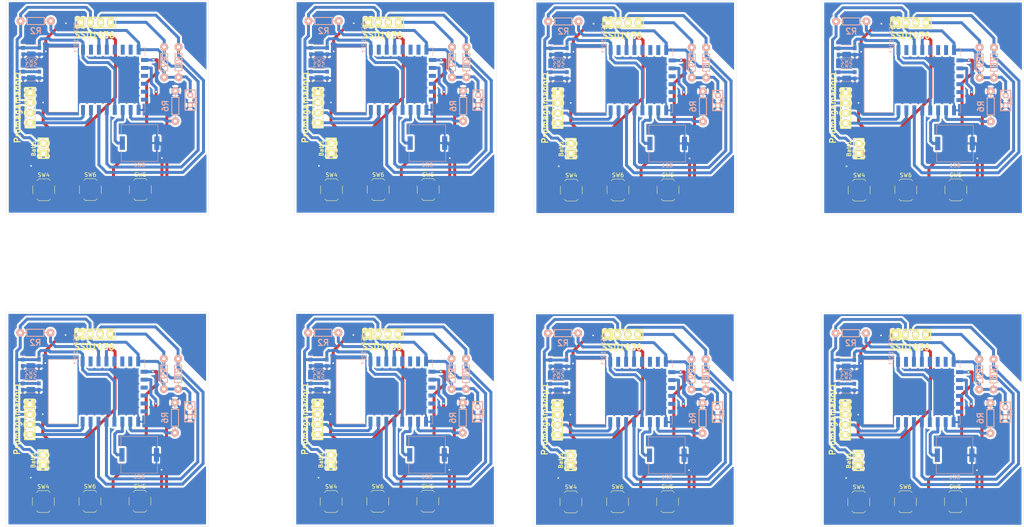
<source format=kicad_pcb>
(kicad_pcb (version 20211014) (generator pcbnew)
  (layers (0 "F.Cu" signal) (31 "B.Cu" signal) (34 "B.Paste" user) (35 "F.Paste" user) (36 "B.SilkS" user "B.Silkscreen") (37 "F.SilkS" user "F.Silkscreen") (38 "B.Mask" user) (39 "F.Mask" user) (44 "Edge.Cuts" user))
  (net 0 "")
  (net 1 "GND")
  (net 3 "+3V3")
  (net 5 "/P_OK")
  (net 7 "/P_DOWN")
  (net 12 "/Tx")
  (net 14 "Net-(R2-Pad2)")
  (net 15 "/P_UP")
  (net 16 "/Buzz")
  (net 17 "/SDA")
  (net 18 "/SCL")
  (net 19 "/Rx")
  (net 20 "Net-(R6-Pad2)")
  (footprint "Button_Switch_SMD:SW_SPST_TL3342" (layer "F.Cu") (at 125.85 66.15)
    (fp_text reference "SW5")
    (fp_text value "DOWN")
  )
  (footprint "EESTN5:pin_strip_4" (layer "F.Cu") (at 231 45.62 -90)
    (fp_text reference "Promagamador1")
    (fp_text value "Conn_01x04_Female" hide)
  )
  (footprint "EESTN5:Pin_Header_2" (layer "F.Cu") (at 101 134.35 90)
    (fp_text reference "Batt1")
    (fp_text value "Conn_01x02_Female" hide)
  )
  (footprint "Button_Switch_SMD:SW_SPST_TL3342" (layer "F.Cu") (at 161.9 66.325)
    (fp_text reference "SW4")
    (fp_text value "OK")
  )
  (footprint "EESTN5:Pin_Header_2" (layer "F.Cu") (at 101.1 55.75 90)
    (fp_text reference "Batt1")
    (fp_text value "Conn_01x02_Female" hide)
  )
  (footprint "Button_Switch_SMD:SW_SPST_TL3342" (layer "F.Cu") (at 161.8 144.925)
    (fp_text reference "SW4")
    (fp_text value "OK")
  )
  (footprint "Button_Switch_SMD:SW_SPST_TL3342" (layer "F.Cu") (at 258.65 144.85)
    (fp_text reference "SW5")
    (fp_text value "DOWN")
  )
  (footprint "EESTN5:Pin_Header_2" (layer "F.Cu") (at 234 55.85 90)
    (fp_text reference "Batt1")
    (fp_text value "Conn_01x02_Female" hide)
  )
  (footprint "Button_Switch_SMD:SW_SPST_TL3342" (layer "F.Cu") (at 125.75 144.75)
    (fp_text reference "SW5")
    (fp_text value "DOWN")
  )
  (footprint "EESTN5:pin_strip_4" (layer "F.Cu") (at 247.34 102.7)
    (fp_text reference "SSD1036")
    (fp_text value "SSD1306-SSD1306-128x64_OLED" hide)
  )
  (footprint "Button_Switch_SMD:SW_SPST_TL3342" (layer "F.Cu") (at 53.25 144.75)
    (fp_text reference "SW5")
    (fp_text value "DOWN")
  )
  (footprint "Button_Switch_SMD:SW_SPST_TL3342" (layer "F.Cu") (at 101.4 144.825)
    (fp_text reference "SW4")
    (fp_text value "OK")
  )
  (footprint "EESTN5:pin_strip_4" (layer "F.Cu") (at 98 124.12 -90)
    (fp_text reference "Promagamador1")
    (fp_text value "Conn_01x04_Female" hide)
  )
  (footprint "EESTN5:pin_strip_4" (layer "F.Cu") (at 98.1 45.52 -90)
    (fp_text reference "Promagamador1")
    (fp_text value "Conn_01x04_Female" hide)
  )
  (footprint "Button_Switch_SMD:SW_SPST_TL3342" (layer "F.Cu") (at 234.3 144.925)
    (fp_text reference "SW4")
    (fp_text value "OK")
  )
  (footprint "Button_Switch_SMD:SW_SPST_TL3342" (layer "F.Cu") (at 29 66.225)
    (fp_text reference "SW4")
    (fp_text value "OK")
  )
  (footprint "EESTN5:Pin_Header_2" (layer "F.Cu") (at 161.4 134.45 90)
    (fp_text reference "Batt1")
    (fp_text value "Conn_01x02_Female" hide)
  )
  (footprint "Button_Switch_SMD:SW_SPST_TL3342" (layer "F.Cu") (at 40.65 144.775)
    (fp_text reference "SW6")
    (fp_text value "UP")
  )
  (footprint "EESTN5:Pin_Header_2" (layer "F.Cu") (at 28.5 134.35 90)
    (fp_text reference "Batt1")
    (fp_text value "Conn_01x02_Female" hide)
  )
  (footprint "Button_Switch_SMD:SW_SPST_TL3342" (layer "F.Cu") (at 186.15 144.85)
    (fp_text reference "SW5")
    (fp_text value "DOWN")
  )
  (footprint "EESTN5:Pin_Header_2" (layer "F.Cu") (at 233.9 134.45 90)
    (fp_text reference "Batt1")
    (fp_text value "Conn_01x02_Female" hide)
  )
  (footprint "EESTN5:pin_strip_4" (layer "F.Cu") (at 158.5 45.62 -90)
    (fp_text reference "Promagamador1")
    (fp_text value "Conn_01x04_Female" hide)
  )
  (footprint "EESTN5:pin_strip_4" (layer "F.Cu") (at 41.94 102.6)
    (fp_text reference "SSD1036")
    (fp_text value "SSD1306-SSD1306-128x64_OLED" hide)
  )
  (footprint "Button_Switch_SMD:SW_SPST_TL3342" (layer "F.Cu") (at 101.5 66.225)
    (fp_text reference "SW4")
    (fp_text value "OK")
  )
  (footprint "Button_Switch_SMD:SW_SPST_TL3342" (layer "F.Cu") (at 113.15 144.775)
    (fp_text reference "SW6")
    (fp_text value "UP")
  )
  (footprint "Button_Switch_SMD:SW_SPST_TL3342" (layer "F.Cu") (at 40.75 66.175)
    (fp_text reference "SW6")
    (fp_text value "UP")
  )
  (footprint "Button_Switch_SMD:SW_SPST_TL3342" (layer "F.Cu") (at 53.35 66.15)
    (fp_text reference "SW5")
    (fp_text value "DOWN")
  )
  (footprint "EESTN5:pin_strip_4" (layer "F.Cu") (at 25.5 124.12 -90)
    (fp_text reference "Promagamador1")
    (fp_text value "Conn_01x04_Female" hide)
  )
  (footprint "EESTN5:pin_strip_4" (layer "F.Cu") (at 158.4 124.22 -90)
    (fp_text reference "Promagamador1")
    (fp_text value "Conn_01x04_Female" hide)
  )
  (footprint "EESTN5:pin_strip_4" (layer "F.Cu") (at 247.44 24.1)
    (fp_text reference "SSD1036")
    (fp_text value "SSD1306-SSD1306-128x64_OLED" hide)
  )
  (footprint "Button_Switch_SMD:SW_SPST_TL3342" (layer "F.Cu") (at 113.25 66.175)
    (fp_text reference "SW6")
    (fp_text value "UP")
  )
  (footprint "Button_Switch_SMD:SW_SPST_TL3342" (layer "F.Cu") (at 28.9 144.825)
    (fp_text reference "SW4")
    (fp_text value "OK")
  )
  (footprint "EESTN5:pin_strip_4" (layer "F.Cu") (at 174.84 102.7)
    (fp_text reference "SSD1036")
    (fp_text value "SSD1306-SSD1306-128x64_OLED" hide)
  )
  (footprint "EESTN5:pin_strip_4" (layer "F.Cu") (at 174.94 24.1)
    (fp_text reference "SSD1036")
    (fp_text value "SSD1306-SSD1306-128x64_OLED" hide)
  )
  (footprint "EESTN5:Pin_Header_2" (layer "F.Cu") (at 161.5 55.85 90)
    (fp_text reference "Batt1")
    (fp_text value "Conn_01x02_Female" hide)
  )
  (footprint "EESTN5:pin_strip_4" (layer "F.Cu") (at 114.54 24)
    (fp_text reference "SSD1036")
    (fp_text value "SSD1306-SSD1306-128x64_OLED" hide)
  )
  (footprint "Button_Switch_SMD:SW_SPST_TL3342" (layer "F.Cu") (at 246.05 144.875)
    (fp_text reference "SW6")
    (fp_text value "UP")
  )
  (footprint "Button_Switch_SMD:SW_SPST_TL3342" (layer "F.Cu") (at 173.55 144.875)
    (fp_text reference "SW6")
    (fp_text value "UP")
  )
  (footprint "EESTN5:pin_strip_4" (layer "F.Cu") (at 114.44 102.6)
    (fp_text reference "SSD1036")
    (fp_text value "SSD1306-SSD1306-128x64_OLED" hide)
  )
  (footprint "EESTN5:pin_strip_4" (layer "F.Cu") (at 42.04 24)
    (fp_text reference "SSD1036")
    (fp_text value "SSD1306-SSD1306-128x64_OLED" hide)
  )
  (footprint "Button_Switch_SMD:SW_SPST_TL3342" (layer "F.Cu") (at 246.15 66.275)
    (fp_text reference "SW6")
    (fp_text value "UP")
  )
  (footprint "Button_Switch_SMD:SW_SPST_TL3342" (layer "F.Cu") (at 186.25 66.25)
    (fp_text reference "SW5")
    (fp_text value "DOWN")
  )
  (footprint "Button_Switch_SMD:SW_SPST_TL3342" (layer "F.Cu") (at 258.75 66.25)
    (fp_text reference "SW5")
    (fp_text value "DOWN")
  )
  (footprint "EESTN5:pin_strip_4" (layer "F.Cu") (at 230.9 124.22 -90)
    (fp_text reference "Promagamador1")
    (fp_text value "Conn_01x04_Female" hide)
  )
  (footprint "Button_Switch_SMD:SW_SPST_TL3342" (layer "F.Cu") (at 173.65 66.275)
    (fp_text reference "SW6")
    (fp_text value "UP")
  )
  (footprint "Button_Switch_SMD:SW_SPST_TL3342" (layer "F.Cu") (at 234.4 66.325)
    (fp_text reference "SW4")
    (fp_text value "OK")
  )
  (footprint "EESTN5:pin_strip_4" (layer "F.Cu") (at 25.6 45.52 -90)
    (fp_text reference "Promagamador1")
    (fp_text value "Conn_01x04_Female" hide)
  )
  (footprint "EESTN5:Pin_Header_2" (layer "F.Cu") (at 28.6 55.75 90)
    (fp_text reference "Batt1")
    (fp_text value "Conn_01x02_Female" hide)
  )
  (footprint "EESTN5:RES0.3" (layer "B.Cu") (at 192.25 34.15 90)
    (fp_text reference "R9")
    (fp_text value "10k" hide)
  )
  (footprint "EESTN5:RES0.3" (layer "B.Cu") (at 195.05 45.2 -90)
    (fp_text reference "R6")
    (fp_text value "10k" hide)
  )
  (footprint "EESTN5:RES0.3" (layer "B.Cu") (at 131.85 34.05 90)
    (fp_text reference "R9")
    (fp_text value "10k" hide)
  )
  (footprint "EESTN5:RES0.3" (layer "B.Cu") (at 159.9 23.775)
    (fp_text reference "R2")
    (fp_text value "10k" hide)
  )
  (footprint "Button_Switch_SMD:SW_Push_1P1T_NO_CK_KMR2" (layer "B.Cu") (at 158.75 31.35)
    (fp_text reference "SW2")
    (fp_text value "SW_Push")
  )
  (footprint "Button_Switch_SMD:SW_Push_1P1T_NO_CK_KMR2" (layer "B.Cu") (at 98.35 37.25 180)
    (fp_text reference "SW3")
    (fp_text value "SW_Push")
  )
  (footprint "RF_Module:ESP-12E" (layer "B.Cu") (at 175.3 38.6 -90)
    (fp_text reference "ESP-12F1")
    (fp_text value "ESP-12F")
  )
  (footprint "EESTN5:CAP_0.1" (layer "B.Cu") (at 271.2 122.3 -90)
    (fp_text reference "C5")
    (fp_text value "100nF" hide)
  )
  (footprint "EESTN5:RES0.3" (layer "B.Cu") (at 268.25 112.75 90)
    (fp_text reference "R8")
    (fp_text value "10k" hide)
  )
  (footprint "EESTN5:RES0.3" (layer "B.Cu") (at 134.65 45.1 -90)
    (fp_text reference "R6")
    (fp_text value "10k" hide)
  )
  (footprint "RF_Module:ESP-12E" (layer "B.Cu") (at 175.2 117.2 -90)
    (fp_text reference "ESP-12F1")
    (fp_text value "ESP-12F")
  )
  (footprint "EESTN5:RES0.3" (layer "B.Cu") (at 195.85 34.15 90)
    (fp_text reference "R8")
    (fp_text value "10k" hide)
  )
  (footprint "EESTN5:RES0.3" (layer "B.Cu") (at 195.75 112.75 90)
    (fp_text reference "R8")
    (fp_text value "10k" hide)
  )
  (footprint "EESTN5:RES0.3" (layer "B.Cu") (at 62.15 45.1 -90)
    (fp_text reference "R6")
    (fp_text value "10k" hide)
  )
  (footprint "Button_Switch_SMD:SW_Push_1P1T_NO_CK_KMR2" (layer "B.Cu") (at 231.15 109.95)
    (fp_text reference "SW2")
    (fp_text value "SW_Push")
  )
  (footprint "RF_Module:ESP-12E" (layer "B.Cu") (at 42.3 117.1 -90)
    (fp_text reference "ESP-12F1")
    (fp_text value "ESP-12F")
  )
  (footprint "EESTN5:CAP_0.1" (layer "B.Cu") (at 138.4 43.6 -90)
    (fp_text reference "C5")
    (fp_text value "100nF" hide)
  )
  (footprint "Buzzer_Beeper:Buzzer_Murata_PKMCS0909E" (layer "B.Cu") (at 186.05 54.55)
    (fp_text reference "BZ1")
    (fp_text value "Buzzer")
  )
  (footprint "Button_Switch_SMD:SW_Push_1P1T_NO_CK_KMR2" (layer "B.Cu") (at 231.15 115.95 180)
    (fp_text reference "SW3")
    (fp_text value "SW_Push")
  )
  (footprint "Button_Switch_SMD:SW_Push_1P1T_NO_CK_KMR2" (layer "B.Cu") (at 231.25 37.35 180)
    (fp_text reference "SW3")
    (fp_text value "SW_Push")
  )
  (footprint "EESTN5:RES0.3" (layer "B.Cu") (at 232.3 102.375)
    (fp_text reference "R2")
    (fp_text value "10k" hide)
  )
  (footprint "Buzzer_Beeper:Buzzer_Murata_PKMCS0909E" (layer "B.Cu") (at 53.15 54.45)
    (fp_text reference "BZ1")
    (fp_text value "Buzzer")
  )
  (footprint "Button_Switch_SMD:SW_Push_1P1T_NO_CK_KMR2" (layer "B.Cu") (at 98.35 31.25)
    (fp_text reference "SW2")
    (fp_text value "SW_Push")
  )
  (footprint "EESTN5:RES0.3" (layer "B.Cu") (at 268.35 34.15 90)
    (fp_text reference "R8")
    (fp_text value "10k" hide)
  )
  (footprint "EESTN5:CAP_0.1" (layer "B.Cu") (at 65.9 43.6 -90)
    (fp_text reference "C5")
    (fp_text value "100nF" hide)
  )
  (footprint "Button_Switch_SMD:SW_Push_1P1T_NO_CK_KMR2" (layer "B.Cu") (at 98.25 109.85)
    (fp_text reference "SW2")
    (fp_text value "SW_Push")
  )
  (footprint "EESTN5:RES0.3" (layer "B.Cu") (at 131.75 112.65 90)
    (fp_text reference "R9")
    (fp_text value "10k" hide)
  )
  (footprint "EESTN5:CAP_0.1" (layer "B.Cu") (at 138.3 122.2 -90)
    (fp_text reference "C5")
    (fp_text value "100nF" hide)
  )
  (footprint "EESTN5:RES0.3" (layer "B.Cu") (at 99.4 102.275)
    (fp_text reference "R2")
    (fp_text value "10k" hide)
  )
  (footprint "Buzzer_Beeper:Buzzer_Murata_PKMCS0909E" (layer "B.Cu") (at 53.05 133.05)
    (fp_text reference "BZ1")
    (fp_text value "Buzzer")
  )
  (footprint "RF_Module:ESP-12E" (layer "B.Cu") (at 114.9 38.5 -90)
    (fp_text reference "ESP-12F1")
    (fp_text value "ESP-12F")
  )
  (footprint "EESTN5:RES0.3" (layer "B.Cu") (at 192.15 112.75 90)
    (fp_text reference "R9")
    (fp_text value "10k" hide)
  )
  (footprint "Button_Switch_SMD:SW_Push_1P1T_NO_CK_KMR2" (layer "B.Cu") (at 25.85 37.25 180)
    (fp_text reference "SW3")
    (fp_text value "SW_Push")
  )
  (footprint "EESTN5:RES0.3" (layer "B.Cu") (at 267.55 45.2 -90)
    (fp_text reference "R6")
    (fp_text value "10k" hide)
  )
  (footprint "EESTN5:RES0.3" (layer "B.Cu") (at 194.95 123.8 -90)
    (fp_text reference "R6")
    (fp_text value "10k" hide)
  )
  (footprint "EESTN5:CAP_0.1" (layer "B.Cu") (at 198.7 122.3 -90)
    (fp_text reference "C5")
    (fp_text value "100nF" hide)
  )
  (footprint "EESTN5:CAP_0.1" (layer "B.Cu") (at 271.3 43.7 -90)
    (fp_text reference "C5")
    (fp_text value "100nF" hide)
  )
  (footprint "EESTN5:RES0.3" (layer "B.Cu") (at 264.65 112.75 90)
    (fp_text reference "R9")
    (fp_text value "10k" hide)
  )
  (footprint "EESTN5:RES0.3" (layer "B.Cu") (at 264.75 34.15 90)
    (fp_text reference "R9")
    (fp_text value "10k" hide)
  )
  (footprint "EESTN5:RES0.3" (layer "B.Cu") (at 135.35 112.65 90)
    (fp_text reference "R8")
    (fp_text value "10k" hide)
  )
  (footprint "Button_Switch_SMD:SW_Push_1P1T_NO_CK_KMR2" (layer "B.Cu") (at 231.25 31.35)
    (fp_text reference "SW2")
    (fp_text value "SW_Push")
  )
  (footprint "EESTN5:CAP_0.1" (layer "B.Cu") (at 198.8 43.7 -90)
    (fp_text reference "C5")
    (fp_text value "100nF" hide)
  )
  (footprint "Button_Switch_SMD:SW_Push_1P1T_NO_CK_KMR2" (layer "B.Cu") (at 25.85 31.25)
    (fp_text reference "SW2")
    (fp_text value "SW_Push")
  )
  (footprint "Button_Switch_SMD:SW_Push_1P1T_NO_CK_KMR2" (layer "B.Cu") (at 158.75 37.35 180)
    (fp_text reference "SW3")
    (fp_text value "SW_Push")
  )
  (footprint "Button_Switch_SMD:SW_Push_1P1T_NO_CK_KMR2" (layer "B.Cu") (at 98.25 115.85 180)
    (fp_text reference "SW3")
    (fp_text value "SW_Push")
  )
  (footprint "EESTN5:RES0.3" (layer "B.Cu") (at 27 23.675)
    (fp_text reference "R2")
    (fp_text value "10k" hide)
  )
  (footprint "EESTN5:RES0.3" (layer "B.Cu") (at 232.4 23.775)
    (fp_text reference "R2")
    (fp_text value "10k" hide)
  )
  (footprint "EESTN5:RES0.3" (layer "B.Cu") (at 59.25 112.65 90)
    (fp_text reference "R9")
    (fp_text value "10k" hide)
  )
  (footprint "Button_Switch_SMD:SW_Push_1P1T_NO_CK_KMR2" (layer "B.Cu") (at 25.75 109.85)
    (fp_text reference "SW2")
    (fp_text value "SW_Push")
  )
  (footprint "RF_Module:ESP-12E" (layer "B.Cu") (at 42.4 38.5 -90)
    (fp_text reference "ESP-12F1")
    (fp_text value "ESP-12F")
  )
  (footprint "Buzzer_Beeper:Buzzer_Murata_PKMCS0909E" (layer "B.Cu") (at 185.95 133.15)
    (fp_text reference "BZ1")
    (fp_text value "Buzzer")
  )
  (footprint "EESTN5:RES0.3" (layer "B.Cu") (at 135.45 34.05 90)
    (fp_text reference "R8")
    (fp_text value "10k" hide)
  )
  (footprint "EESTN5:RES0.3" (layer "B.Cu") (at 134.55 123.7 -90)
    (fp_text reference "R6")
    (fp_text value "10k" hide)
  )
  (footprint "RF_Module:ESP-12E" (layer "B.Cu") (at 247.8 38.6 -90)
    (fp_text reference "ESP-12F1")
    (fp_text value "ESP-12F")
  )
  (footprint "EESTN5:RES0.3" (layer "B.Cu") (at 62.85 112.65 90)
    (fp_text reference "R8")
    (fp_text value "10k" hide)
  )
  (footprint "Buzzer_Beeper:Buzzer_Murata_PKMCS0909E" (layer "B.Cu") (at 258.55 54.55)
    (fp_text reference "BZ1")
    (fp_text value "Buzzer")
  )
  (footprint "EESTN5:RES0.3" (layer "B.Cu") (at 59.35 34.05 90)
    (fp_text reference "R9")
    (fp_text value "10k" hide)
  )
  (footprint "Buzzer_Beeper:Buzzer_Murata_PKMCS0909E" (layer "B.Cu") (at 125.55 133.05)
    (fp_text reference "BZ1")
    (fp_text value "Buzzer")
  )
  (footprint "EESTN5:RES0.3" (layer "B.Cu") (at 62.05 123.7 -90)
    (fp_text reference "R6")
    (fp_text value "10k" hide)
  )
  (footprint "EESTN5:RES0.3" (layer "B.Cu") (at 26.9 102.275)
    (fp_text reference "R2")
    (fp_text value "10k" hide)
  )
  (footprint "RF_Module:ESP-12E" (layer "B.Cu") (at 114.8 117.1 -90)
    (fp_text reference "ESP-12F1")
    (fp_text value "ESP-12F")
  )
  (footprint "EESTN5:RES0.3" (layer "B.Cu") (at 159.8 102.375)
    (fp_text reference "R2")
    (fp_text value "10k" hide)
  )
  (footprint "EESTN5:RES0.3" (layer "B.Cu") (at 62.95 34.05 90)
    (fp_text reference "R8")
    (fp_text value "10k" hide)
  )
  (footprint "Button_Switch_SMD:SW_Push_1P1T_NO_CK_KMR2" (layer "B.Cu") (at 25.75 115.85 180)
    (fp_text reference "SW3")
    (fp_text value "SW_Push")
  )
  (footprint "EESTN5:RES0.3" (layer "B.Cu") (at 99.5 23.675)
    (fp_text reference "R2")
    (fp_text value "10k" hide)
  )
  (footprint "Buzzer_Beeper:Buzzer_Murata_PKMCS0909E" (layer "B.Cu") (at 125.65 54.45)
    (fp_text reference "BZ1")
    (fp_text value "Buzzer")
  )
  (footprint "RF_Module:ESP-12E" (layer "B.Cu") (at 247.7 117.2 -90)
    (fp_text reference "ESP-12F1")
    (fp_text value "ESP-12F")
  )
  (footprint "EESTN5:RES0.3" (layer "B.Cu") (at 267.45 123.8 -90)
    (fp_text reference "R6")
    (fp_text value "10k" hide)
  )
  (footprint "Buzzer_Beeper:Buzzer_Murata_PKMCS0909E" (layer "B.Cu") (at 258.45 133.15)
    (fp_text reference "BZ1")
    (fp_text value "Buzzer")
  )
  (footprint "Button_Switch_SMD:SW_Push_1P1T_NO_CK_KMR2" (layer "B.Cu") (at 158.65 109.95)
    (fp_text reference "SW2")
    (fp_text value "SW_Push")
  )
  (footprint "EESTN5:CAP_0.1" (layer "B.Cu") (at 65.8 122.2 -90)
    (fp_text reference "C5")
    (fp_text value "100nF" hide)
  )
  (footprint "Button_Switch_SMD:SW_Push_1P1T_NO_CK_KMR2" (layer "B.Cu") (at 158.65 115.95 180)
    (fp_text reference "SW3")
    (fp_text value "SW_Push")
  )
  (gr_rect (start 152.5 72.6) (end 203.4 18.5) (layer "Edge.Cuts") (width 0.05) (fill none))
  (gr_rect (start 152.4 151.2) (end 203.3 97.1) (layer "Edge.Cuts") (width 0.05) (fill none))
  (gr_rect (start 92.1 72.5) (end 143 18.4) (layer "Edge.Cuts") (width 0.05) (fill none))
  (gr_rect (start 224.9 151.2) (end 275.8 97.1) (layer "Edge.Cuts") (width 0.05) (fill none))
  (gr_rect (start 225 72.6) (end 275.9 18.5) (layer "Edge.Cuts") (width 0.05) (fill none))
  (gr_rect (start 19.6 72.5) (end 70.5 18.4) (layer "Edge.Cuts") (width 0.05) (fill none))
  (gr_rect (start 92 151.1) (end 142.9 97) (layer "Edge.Cuts") (width 0.05) (fill none))
  (gr_rect (start 19.5 151.1) (end 70.4 97) (layer "Edge.Cuts") (width 0.05) (fill none))
  (segment (start 158.925 143.025) (end 159.05 143.15) (width 0.75) (layer "F.Cu") (net 1))
  (segment (start 122.7 64.25) (end 120.4 64.25) (width 0.75) (layer "F.Cu") (net 1))
  (segment (start 159.05 143.15) (end 159.175 143.025) (width 0.75) (layer "F.Cu") (net 1))
  (segment (start 25.75 138.825) (end 25.725 138.8) (width 0.75) (layer "F.Cu") (net 1))
  (segment (start 231.15 138.925) (end 231.125 138.9) (width 0.75) (layer "F.Cu") (net 1))
  (segment (start 56.5 64.25) (end 57.975 64.25) (width 0.75) (layer "F.Cu") (net 1))
  (segment (start 237.025 134.7) (end 237.025 130.8) (width 0.75) (layer "F.Cu") (net 1))
  (segment (start 229.475 70.65) (end 229.25 70.425) (width 0.75) (layer "F.Cu") (net 1))
  (segment (start 229.15 149.025) (end 229.15 143.15) (width 0.75) (layer "F.Cu") (net 1))
  (segment (start 96.35 64.45) (end 96.475 64.325) (width 0.75) (layer "F.Cu") (net 1))
  (segment (start 98.625 64.325) (end 98.75 64.45) (width 0.75) (layer "F.Cu") (net 1))
  (segment (start 156.775 143.025) (end 158.65 143.025) (width 0.75) (layer "F.Cu") (net 1))
  (segment (start 229.275 143.025) (end 231.15 143.025) (width 0.75) (layer "F.Cu") (net 1))
  (segment (start 231.15 143.025) (end 231.425 143.025) (width 0.75) (layer "F.Cu") (net 1))
  (segment (start 183 142.95) (end 180.7 142.95) (width 0.75) (layer "F.Cu") (net 1))
  (segment (start 261.9 64.35) (end 263.375 64.35) (width 0.75) (layer "F.Cu") (net 1))
  (segment (start 26.025 142.925) (end 26.15 143.05) (width 0.75) (layer "F.Cu") (net 1))
  (segment (start 103.205 57.02) (end 104.225 56) (width 0.75) (layer "F.Cu") (net 1))
  (segment (start 57.875 142.85) (end 58.675 142.05) (width 0.75) (layer "F.Cu") (net 1))
  (segment (start 170.4 142.975) (end 176.7 142.975) (width 0.75) (layer "F.Cu") (net 1))
  (segment (start 237.125 52.2) (end 234.25 49.325) (width 0.75) (layer "F.Cu") (net 1))
  (segment (start 168.425 148.975) (end 168.425 142.975) (width 0.75) (layer "F.Cu") (net 1))
  (segment (start 156.75 64.55) (end 156.875 64.425) (width 0.75) (layer "F.Cu") (net 1))
  (segment (start 231.55 143.15) (end 231.675 143.025) (width 0.75) (layer "F.Cu") (net 1))
  (segment (start 120.4 64.25) (end 120.4 70.375) (width 0.75) (layer "F.Cu") (net 1))
  (segment (start 24.075 70.55) (end 23.85 70.325) (width 0.75) (layer "F.Cu") (net 1))
  (segment (start 96.25 148.925) (end 96.25 143.05) (width 0.75) (layer "F.Cu") (net 1))
  (segment (start 101.35 49.225) (end 101.35 44.225) (width 0.75) (layer "F.Cu") (net 1))
  (segment (start 30.605 135.62) (end 31.625 134.6) (width 0.75) (layer "F.Cu") (net 1))
  (segment (start 159.275 64.425) (end 165.05 64.425) (width 0.75) (layer "F.Cu") (net 1))
  (segment (start 47.8 148.975) (end 47.625 149.15) (width 0.75) (layer "F.Cu") (net 1))
  (segment (start 242.9 142.975) (end 249.2 142.975) (width 0.75) (layer "F.Cu") (net 1))
  (segment (start 31.625 130.7) (end 28.75 127.825) (width 0.75) (layer "F.Cu") (net 1))
  (segment (start 57.975 64.25) (end 58.775 63.45) (width 0.75) (layer "F.Cu") (net 1))
  (segment (start 96.35 70.325) (end 96.35 64.45) (width 0.75) (layer "F.Cu") (net 1))
  (segment (start 229.15 143.15) (end 229.275 143.025) (width 0.75) (layer "F.Cu") (net 1))
  (segment (start 240.65 149.25) (end 240.925 148.975) (width 0.75) (layer "F.Cu") (net 1))
  (segment (start 166.425 24.35) (end 167.5 24.35) (width 0.75) (layer "F.Cu") (net 1))
  (segment (start 120.125 149.15) (end 107.75 149.15) (width 0.75) (layer "F.Cu") (net 1))
  (segment (start 240.65 149.25) (end 229.375 149.25) (width 0.75) (layer "F.Cu") (net 1))
  (segment (start 156.65 143.15) (end 156.775 143.025) (width 0.75) (layer "F.Cu") (net 1))
  (segment (start 237.025 130.8) (end 234.15 127.925) (width 0.75) (layer "F.Cu") (net 1))
  (segment (start 108.025 148.875) (end 108.025 142.875) (width 0.75) (layer "F.Cu") (net 1))
  (segment (start 161.8175 57.12) (end 163.605 57.12) (width 0.75) (layer "F.Cu") (net 1))
  (segment (start 98.25 142.925) (end 98.25 138.825) (width 0.75) (layer "F.Cu") (net 1))
  (segment (start 168.525 64.375) (end 170.5 64.375) (width 0.75) (layer "F.Cu") (net 1))
  (segment (start 131.275 63.45) (end 131.275 58.225) (width 0.75) (layer "F.Cu") (net 1))
  (segment (start 229.375 64.425) (end 231.25 64.425) (width 0.75) (layer "F.Cu") (net 1))
  (segment (start 110.1 64.275) (end 116.4 64.275) (width 0.75) (layer "F.Cu") (net 1))
  (segment (start 164.625 52.2) (end 161.75 49.325) (width 0.75) (layer "F.Cu") (net 1))
  (segment (start 189.3 142.95) (end 183 142.95) (width 0.75) (layer "F.Cu") (net 1))
  (segment (start 263.275 142.95) (end 264.075 142.15) (width 0.75) (layer "F.Cu") (net 1))
  (segment (start 30.705 57.02) (end 31.725 56) (width 0.75) (layer "F.Cu") (net 1))
  (segment (start 33.425 102.85) (end 34.5 102.85) (width 0.75) (layer "F.Cu") (net 1))
  (segment (start 47.725 70.55) (end 35.35 70.55) (width 0.75) (layer "F.Cu") (net 1))
  (segment (start 98.75 64.45) (end 98.875 64.325) (width 0.75) (layer "F.Cu") (net 1))
  (segment (start 130.475 64.25) (end 131.275 63.45) (width 0.75) (layer "F.Cu") (net 1))
  (segment (start 26.15 143.05) (end 26.275 142.925) (width 0.75) (layer "F.Cu") (net 1))
  (segment (start 255.6 64.35) (end 253.3 64.35) (width 0.75) (layer "F.Cu") (net 1))
  (segment (start 106.025 24.25) (end 107.1 24.25) (width 0.75) (layer "F.Cu") (net 1))
  (segment (start 26.375 64.325) (end 32.15 64.325) (width 0.75) (layer "F.Cu") (net 1))
  (segment (start 28.85 49.225) (end 28.85 44.225) (width 0.75) (layer "F.Cu") (net 1))
  (segment (start 98.525 142.925) (end 98.65 143.05) (width 0.75) (layer "F.Cu") (net 1))
  (segment (start 168.525 70.375) (end 168.525 64.375) (width 0.75) (layer "F.Cu") (net 1))
  (segment (start 261.8 142.95) (end 255.5 142.95) (width 0.75) (layer "F.Cu") (net 1))
  (segment (start 25.85 60.225) (end 25.825 60.2) (width 0.75) (layer "F.Cu") (net 1))
  (segment (start 180.7 142.95) (end 180.7 149.075) (width 0.75) (layer "F.Cu") (net 1))
  (segment (start 101.25 127.825) (end 101.25 122.825) (width 0.75) (layer "F.Cu") (net 1))
  (segment (start 23.75 148.925) (end 23.75 143.05) (width 0.75) (layer "F.Cu") (net 1))
  (segment (start 107.75 149.15) (end 96.475 149.15) (width 0.75) (layer "F.Cu") (net 1))
  (segment (start 98.35 64.325) (end 98.625 64.325) (width 0.75) (layer "F.Cu") (net 1))
  (segment (start 234.825 110.025) (end 234.825 106.95) (width 0.75) (layer "F.Cu") (net 1))
  (segment (start 162.325 106.95) (end 166.325 102.95) (width 0.75) (layer "F.Cu") (net 1))
  (segment (start 35.35 70.55) (end 24.075 70.55) (width 0.75) (layer "F.Cu") (net 1))
  (segment (start 191.575 142.15) (end 191.575 136.925) (width 0.75) (layer "F.Cu") (net 1))
  (segment (start 231.525 64.425) (end 231.65 64.55) (width 0.75) (layer "F.Cu") (net 1))
  (segment (start 234.2175 135.72) (end 236.005 135.72) (width 0.75) (layer "F.Cu") (net 1))
  (segment (start 98.35 60.225) (end 98.325 60.2) (width 0.75) (layer "F.Cu") (net 1))
  (segment (start 129 64.25) (end 130.475 64.25) (width 0.75) (layer "F.Cu") (net 1))
  (segment (start 98.65 143.05) (end 98.775 142.925) (width 0.75) (layer "F.Cu") (net 1))
  (segment (start 96.25 143.05) (end 96.375 142.925) (width 0.75) (layer "F.Cu") (net 1))
  (segment (start 102.025 28.25) (end 106.025 24.25) (width 0.75) (layer "F.Cu") (net 1))
  (segment (start 102.025 31.325) (end 102.025 28.25) (width 0.75) (layer "F.Cu") (net 1))
  (segment (start 180.625 70.65) (end 168.25 70.65) (width 0.75) (layer "F.Cu") (net 1))
  (segment (start 26.25 64.45) (end 26.375 64.325) (width 0.75) (layer "F.Cu") (net 1))
  (segment (start 35.625 64.275) (end 37.6 64.275) (width 0.75) (layer "F.Cu") (net 1))
  (segment (start 23.875 142.925) (end 25.75 142.925) (width 0.75) (layer "F.Cu") (net 1))
  (segment (start 231.425 143.025) (end 231.55 143.15) (width 0.75) (layer "F.Cu") (net 1))
  (segment (start 58.775 63.45) (end 58.775 58.225) (width 0.75) (layer "F.Cu") (net 1))
  (segment (start 180.7 149.075) (end 180.525 149.25) (width 0.75) (layer "F.Cu") (net 1))
  (segment (start 161.75 49.325) (end 161.75 44.325) (width 0.75) (layer "F.Cu") (net 1))
  (segment (start 110 142.875) (end 116.3 142.875) (width 0.75) (layer "F.Cu") (net 1))
  (segment (start 35.625 70.275) (end 35.625 64.275) (width 0.75) (layer "F.Cu") (net 1))
  (segment (start 23.975 64.325) (end 25.85 64.325) (width 0.75) (layer "F.Cu") (net 1))
  (segment (start 253.2 149.075) (end 253.025 149.25) (width 0.75) (layer "F.Cu") (net 1))
  (segment (start 29.525 28.25) (end 33.525 24.25) (width 0.75) (layer "F.Cu") (net 1))
  (segment (start 47.9 70.375) (end 47.725 70.55) (width 0.75) (layer "F.Cu") (net 1))
  (segment (start 96.475 64.325) (end 98.35 64.325) (width 0.75) (layer "F.Cu") (net 1))
  (segment (start 47.9 64.25) (end 47.9 70.375) (width 0.75) (layer "F.Cu") (net 1))
  (segment (start 128.9 142.85) (end 130.375 142.85) (width 0.75) (layer "F.Cu") (net 1))
  (segment (start 180.8 70.475) (end 180.625 70.65) (width 0.75) (layer "F.Cu") (net 1))
  (segment (start 159.15 64.55) (end 159.275 64.425) (width 0.75) (layer "F.Cu") (net 1))
  (segment (start 166.325 102.95) (end 167.4 102.95) (width 0.75) (layer "F.Cu") (net 1))
  (segment (start 253.3 70.475) (end 253.125 70.65) (width 0.75) (layer "F.Cu") (net 1))
  (segment (start 158.75 64.425) (end 159.025 64.425) (width 0.75) (layer "F.Cu") (net 1))
  (segment (start 120.225 70.55) (end 107.85 70.55) (width 0.75) (layer "F.Cu") (net 1))
  (segment (start 261.9 64.35) (end 255.6 64.35) (width 0.75) (layer "F.Cu") (net 1))
  (segment (start 98.775 142.925) (end 104.55 142.925) (width 0.75) (layer "F.Cu") (net 1))
  (segment (start 47.8 142.85) (end 47.8 148.975) (width 0.75) (layer "F.Cu") (net 1))
  (segment (start 156.875 149.25) (end 156.65 149.025) (width 0.75) (layer "F.Cu") (net 1))
  (segment (start 229.25 64.55) (end 229.375 64.425) (width 0.75) (layer "F.Cu") (net 1))
  (segment (start 26.125 64.325) (end 26.25 64.45) (width 0.75) (layer "F.Cu") (net 1))
  (segment (start 47.625 149.15) (end 35.25 149.15) (width 0.75) (layer "F.Cu") (net 1))
  (segment (start 37.5 142.875) (end 43.8 142.875) (width 0.75) (layer "F.Cu") (net 1))
  (segment (start 253.125 70.65) (end 240.75 70.65) (width 0.75) (layer "F.Cu") (net 1))
  (segment (start 261.8 142.95) (end 263.275 142.95) (width 0.75) (layer "F.Cu") (net 1))
  (segment (start 101.4175 57.02) (end 103.205 57.02) (width 0.75) (layer "F.Cu") (net 1))
  (segment (start 31.625 134.6) (end 31.625 130.7) (width 0.75) (layer "F.Cu") (net 1))
  (segment (start 164.525 134.7) (end 164.525 130.8) (width 0.75) (layer "F.Cu") (net 1))
  (segment (start 231.25 60.325) (end 231.225 60.3) (width 0.75) (layer "F.Cu") (net 1))
  (segment (start 31.725 52.1) (end 28.85 49.225) (width 0.75) (layer "F.Cu") (net 1))
  (segment (start 156.975 70.65) (end 156.75 70.425) (width 0.75) (layer "F.Cu") (net 1))
  (segment (start 23.975 149.15) (end 23.75 148.925) (width 0.75) (layer "F.Cu") (net 1))
  (segment (start 159.175 143.025) (end 164.95 143.025) (width 0.75) (layer "F.Cu") (net 1))
  (segment (start 98.875 64.325) (end 104.65 64.325) (width 0.75) (layer "F.Cu") (net 1))
  (segment (start 190.775 142.95) (end 191.575 142.15) (width 0.75) (layer "F.Cu") (net 1))
  (segment (start 108.125 70.275) (end 108.125 64.275) (width 0.75) (layer "F.Cu") (net 1))
  (segment (start 238.925 24.35) (end 240 24.35) (width 0.75) (layer "F.Cu") (net 1))
  (segment (start 28.75 127.825) (end 28.75 122.825) (width 0.75) (layer "F.Cu") (net 1))
  (segment (start 180.525 149.25) (end 168.15 149.25) (width 0.75) (layer "F.Cu") (net 1))
  (segment (start 50.1 142.85) (end 47.8 142.85) (width 0.75) (layer "F.Cu") (net 1))
  (segment (start 58.675 142.05) (end 58.675 136.825) (width 0.75) (layer "F.Cu") (net 1))
  (segment (start 240.925 142.975) (end 242.9 142.975) (width 0.75) (layer "F.Cu") (net 1))
  (segment (start 158.75 60.325) (end 158.725 60.3) (width 0.75) (layer "F.Cu") (net 1))
  (segment (start 253.2 142.95) (end 253.2 149.075) (width 0.75) (layer "F.Cu") (net 1))
  (segment (start 159.025 64.425) (end 159.15 64.55) (width 0.75) (layer "F.Cu") (net 1))
  (segment (start 120.4 70.375) (end 120.225 70.55) (width 0.75) (layer "F.Cu") (net 1))
  (segment (start 234.925 28.35) (end 238.925 24.35) (width 0.75) (layer "F.Cu") (net 1))
  (segment (start 26.275 142.925) (end 32.05 142.925) (width 0.75) (layer "F.Cu") (net 1))
  (segment (start 104.225 56) (end 104.225 52.1) (width 0.75) (layer "F.Cu") (net 1))
  (segment (start 241.025 70.375) (end 241.025 64.375) (width 0.75) (layer "F.Cu") (net 1))
  (segment (start 190.875 64.35) (end 191.675 63.55) (width 0.75) (layer "F.Cu") (net 1))
  (segment (start 170.5 64.375) (end 176.8 64.375) (width 0.75) (layer "F.Cu") (net 1))
  (segment (start 163.605 57.12) (end 164.625 56.1) (width 0.75) (layer "F.Cu") (net 1))
  (segment (start 35.25 149.15) (end 23.975 149.15) (width 0.75) (layer "F.Cu") (net 1))
  (segment (start 162.425 28.35) (end 166.425 24.35) (width 0.75) (layer "F.Cu") (net 1))
  (segment (start 236.005 135.72) (end 237.025 134.7) (width 0.75) (layer "F.Cu") (net 1))
  (segment (start 98.35 64.325) (end 98.35 60.225) (width 0.75) (layer "F.Cu") (net 1))
  (segment (start 29.425 106.85) (end 33.425 102.85) (width 0.75) (layer "F.Cu") (net 1))
  (segment (start 35.25 149.15) (end 35.525 148.875) (width 0.75) (layer "F.Cu") (net 1))
  (segment (start 231.25 64.425) (end 231.25 60.325) (width 0.75) (layer "F.Cu") (net 1))
  (segment (start 263.375 64.35) (end 264.175 63.55) (width 0.75) (layer "F.Cu") (net 1))
  (segment (start 253.3 64.35) (end 253.3 70.475) (width 0.75) (layer "F.Cu") (net 1))
  (segment (start 168.25 70.65) (end 168.525 70.375) (width 0.75) (layer "F.Cu") (net 1))
  (segment (start 56.5 64.25) (end 50.2 64.25) (width 0.75) (layer "F.Cu") (net 1))
  (segment (start 35.525 148.875) (end 35.525 142.875) (width 0.75) (layer "F.Cu") (net 1))
  (segment (start 108.025 142.875) (end 110 142.875) (width 0.75) (layer "F.Cu") (net 1))
  (segment (start 231.15 143.025) (end 231.15 138.925) (width 0.75) (layer "F.Cu") (net 1))
  (segment (start 264.075 142.15) (end 264.075 136.925) (width 0.75) (layer "F.Cu") (net 1))
  (segment (start 56.4 142.85) (end 57.875 142.85) (width 0.75) (layer "F.Cu") (net 1))
  (segment (start 234.3175 57.12) (end 236.105 57.12) (width 0.75) (layer "F.Cu") (net 1))
  (segment (start 253.025 149.25) (end 240.65 149.25) (width 0.75) (layer "F.Cu") (net 1))
  (segment (start 98.25 138.825) (end 98.225 138.8) (width 0.75) (layer "F.Cu") (net 1))
  (segment (start 104.125 130.7) (end 101.25 127.825) (width 0.75) (layer "F.Cu") (net 1))
  (segment (start 236.105 57.12) (end 237.125 56.1) (width 0.75) (layer "F.Cu") (net 1))
  (segment (start 23.85 64.45) (end 23.975 64.325) (width 0.75) (layer "F.Cu") (net 1))
  (segment (start 189.4 64.35) (end 183.1 64.35) (width 0.75) (layer "F.Cu") (net 1))
  (segment (start 120.3 142.85) (end 120.3 148.975) (width 0.75) (layer "F.Cu") (net 1))
  (segment (start 128.9 142.85) (end 122.6 142.85) (width 0.75) (layer "F.Cu") (net 1))
  (segment (start 234.925 31.425) (end 234.925 28.35) (width 0.75) (layer "F.Cu") (net 1))
  (segment (start 183.1 64.35) (end 180.8 64.35) (width 0.75) (layer "F.Cu") (net 1))
  (segment (start 229.25 70.425) (end 229.25 64.55) (width 0.75) (layer "F.Cu") (net 1))
  (segment (start 101.925 106.85) (end 105.925 102.85) (width 0.75) (layer "F.Cu") (net 1))
  (segment (start 50.2 64.25) (end 47.9 64.25) (width 0.75) (layer "F.Cu") (net 1))
  (segment (start 164.625 56.1) (end 164.625 52.2) (width 0.75) (layer "F.Cu") (net 1))
  (segment (start 96.375 142.925) (end 98.25 142.925) (width 0.75) (layer "F.Cu") (net 1))
  (segment (start 255.5 142.95) (end 253.2 142.95) (width 0.75) (layer "F.Cu") (net 1))
  (segment (start 240.75 70.65) (end 229.475 70.65) (width 0.75) (layer "F.Cu") (net 1))
  (segment (start 28.9175 57.02) (end 30.705 57.02) (width 0.75) (layer "F.Cu") (net 1))
  (segment (start 163.505 135.72) (end 164.525 134.7) (width 0.75) (layer "F.Cu") (net 1))
  (segment (start 35.35 70.55) (end 35.625 70.275) (width 0.75) (layer "F.Cu") (net 1))
  (segment (start 96.475 149.15) (end 96.25 148.925) (width 0.75) (layer "F.Cu") (net 1))
  (segment (start 231.775 64.425) (end 237.55 64.425) (width 0.75) (layer "F.Cu") (net 1))
  (segment (start 158.65 143.025) (end 158.925 143.025) (width 0.75) (layer "F.Cu") (net 1))
  (segment (start 25.75 142.925) (end 26.025 142.925) (width 0.75) (layer "F.Cu") (net 1))
  (segment (start 120.3 148.975) (end 120.125 149.15) (width 0.75) (layer "F.Cu") (net 1))
  (segment (start 231.65 64.55) (end 231.775 64.425) (width 0.75) (layer "F.Cu") (net 1))
  (segment (start 33.525 24.25) (end 34.6 24.25) (width 0.75) (layer "F.Cu") (net 1))
  (segment (start 168.15 149.25) (end 168.425 148.975) (width 0.75) (layer "F.Cu") (net 1))
  (segment (start 37.6 64.275) (end 43.9 64.275) (width 0.75) (layer "F.Cu") (net 1))
  (segment (start 240.925 148.975) (end 240.925 142.975) (width 0.75) (layer "F.Cu") (net 1))
  (segment (start 31.725 56) (end 31.725 52.1) (width 0.75) (layer "F.Cu") (net 1))
  (segment (start 98.25 142.925) (end 98.525 142.925) (width 0.75) (layer "F.Cu") (net 1))
  (segment (start 29.425 109.925) (end 29.425 106.85) (width 0.75) (layer "F.Cu") (net 1))
  (segment (start 231.675 143.025) (end 237.45 143.025) (width 0.75) (layer "F.Cu") (net 1))
  (segment (start 162.425 31.425) (end 162.425 28.35) (width 0.75) (layer "F.Cu") (net 1))
  (segment (start 168.25 70.65) (end 156.975 70.65) (width 0.75) (layer "F.Cu") (net 1))
  (segment (start 238.825 102.95) (end 239.9 102.95) (width 0.75) (layer "F.Cu") (net 1))
  (segment (start 161.7175 135.72) (end 163.505 135.72) (width 0.75) (layer "F.Cu") (net 1))
  (segment (start 234.15 127.925) (end 234.15 122.925) (width 0.75) (layer "F.Cu") (net 1))
  (segment (start 234.825 106.95) (end 238.825 102.95) (width 0.75) (layer "F.Cu") (net 1))
  (segment (start 162.325 110.025) (end 162.325 106.95) (width 0.75) (layer "F.Cu") (net 1))
  (segment (start 158.75 64.425) (end 158.75 60.325) (width 0.75) (layer "F.Cu") (net 1))
  (segment (start 104.225 52.1) (end 101.35 49.225) (width 0.75) (layer "F.Cu") (net 1))
  (segment (start 240.75 70.65) (end 241.025 70.375) (width 0.75) (layer "F.Cu") (net 1))
  (segment (start 23.75 143.05) (end 23.875 142.925) (width 0.75) (layer "F.Cu") (net 1))
  (segment (start 129 64.25) (end 122.7 64.25) (width 0.75) (layer "F.Cu") (net 1))
  (segment (start 158.65 138.925) (end 158.625 138.9) (width 0.75) (layer "F.Cu") (net 1))
  (segment (start 168.425 142.975) (end 170.4 142.975) (width 0.75) (layer "F.Cu") (net 1))
  (segment (start 189.3 142.95) (end 190.775 142.95) (width 0.75) (layer "F.Cu") (net 1))
  (segment (start 108.125 64.275) (end 110.1 64.275) (width 0.75) (layer "F.Cu") (net 1))
  (segment (start 122.6 142.85) (end 120.3 142.85) (width 0.75) (layer "F.Cu") (net 1))
  (segment (start 180.8 64.35) (end 180.8 70.475) (width 0.75) (layer "F.Cu") (net 1))
  (segment (start 131.175 142.05) (end 131.175 136.825) (width 0.75) (layer "F.Cu") (net 1))
  (segment (start 101.925 109.925) (end 101.925 106.85) (width 0.75) (layer "F.Cu") (net 1))
  (segment (start 28.8175 135.62) (end 30.605 135.62) (width 0.75) (layer "F.Cu") (net 1))
  (segment (start 241.025 64.375) (end 243 64.375) (width 0.75) (layer "F.Cu") (net 1))
  (segment (start 156.65 149.025) (end 156.65 143.15) (width 0.75) (layer "F.Cu") (net 1))
  (segment (start 107.75 149.15) (end 108.025 148.875) (width 0.75) (layer "F.Cu") (net 1))
  (segment (start 103.105 135.62) (end 104.125 134.6) (width 0.75) (layer "F.Cu") (net 1))
  (segment (start 101.3175 135.62) (end 103.105 135.62) (width 0.75) (layer "F.Cu") (net 1))
  (segment (start 243 64.375) (end 249.3 64.375) (width 0.75) (layer "F.Cu") (net 1))
  (segment (start 107.85 70.55) (end 96.575 70.55) (width 0.75) (layer "F.Cu") (net 1))
  (segment (start 104.125 134.6) (end 104.125 130.7) (width 0.75) (layer "F.Cu") (net 1))
  (segment (start 156.875 64.425) (end 158.75 64.425) (width 0.75) (layer "F.Cu") (net 1))
  (segment (start 35.525 142.875) (end 37.5 142.875) (width 0.75) (layer "F.Cu") (net 1))
  (segment (start 189.4 64.35) (end 190.875 64.35) (width 0.75) (layer "F.Cu") (net 1))
  (segment (start 264.175 63.55) (end 264.175 58.325) (width 0.75) (layer "F.Cu") (net 1))
  (segment (start 164.525 130.8) (end 161.65 127.925) (width 0.75) (layer "F.Cu") (net 1))
  (segment (start 107.85 70.55) (end 108.125 70.275) (width 0.75) (layer "F.Cu") (net 1))
  (segment (start 96.575 70.55) (end 96.35 70.325) (width 0.75) (layer "F.Cu") (net 1))
  (segment (start 130.375 142.85) (end 131.175 142.05) (width 0.75) (layer "F.Cu") (net 1))
  (segment (start 234.25 49.325) (end 234.25 44.325) (width 0.75) (layer "F.Cu") (net 1))
  (segment (start 29.525 31.325) (end 29.525 28.25) (width 0.75) (layer "F.Cu") (net 1))
  (segment (start 231.25 64.425) (end 231.525 64.425) (width 0.75) (layer "F.Cu") (net 1))
  (segment (start 25.85 64.325) (end 26.125 64.325) (width 0.75) (layer "F.Cu") (net 1))
  (segment (start 168.15 149.25) (end 156.875 149.25) (width 0.75) (layer "F.Cu") (net 1))
  (segment (start 229.375 149.25) (end 229.15 149.025) (width 0.75) (layer "F.Cu") (net 1))
  (segment (start 158.65 143.025) (end 158.65 138.925) (width 0.75) (layer "F.Cu") (net 1))
  (segment (start 25.75 142.925) (end 25.75 138.825) (width 0.75) (layer "F.Cu") (net 1))
  (segment (start 191.675 63.55) (end 191.675 58.325) (width 0.75) (layer "F.Cu") (net 1))
  (segment (start 237.125 56.1) (end 237.125 52.2) (width 0.75) (layer "F.Cu") (net 1))
  (segment (start 161.65 127.925) (end 161.65 122.925) (width 0.75) (layer "F.Cu") (net 1))
  (segment (start 23.85 70.325) (end 23.85 64.45) (width 0.75) (layer "F.Cu") (net 1))
  (segment (start 156.75 70.425) (end 156.75 64.55) (width 0.75) (layer "F.Cu") (net 1))
  (segment (start 105.925 102.85) (end 107 102.85) (width 0.75) (layer "F.Cu") (net 1))
  (segment (start 56.4 142.85) (end 50.1 142.85) (width 0.75) (layer "F.Cu") (net 1))
  (segment (start 25.85 64.325) (end 25.85 60.225) (width 0.75) (layer "F.Cu") (net 1))
  (via (at 101.925 109.925) (size 0.8) (drill 0.4) (layers "F.Cu" "B.Cu") (net 1))
  (via (at 264.175 58.325) (size 0.8) (drill 0.4) (layers "F.Cu" "B.Cu") (net 1))
  (via (at 234.25 44.325) (size 0.8) (drill 0.4) (layers "F.Cu" "B.Cu") (net 1))
  (via (at 167.4 102.95) (size 0.8) (drill 0.4) (layers "F.Cu" "B.Cu") (net 1))
  (via (at 191.575 136.925) (size 0.8) (drill 0.4) (layers "F.Cu" "B.Cu") (net 1))
  (via (at 161.75 44.325) (size 0.8) (drill 0.4) (layers "F.Cu" "B.Cu") (net 1))
  (via (at 234.15 122.925) (size 0.8) (drill 0.4) (layers "F.Cu" "B.Cu") (net 1))
  (via (at 98.325 60.2) (size 0.8) (drill 0.4) (layers "F.Cu" "B.Cu") (net 1))
  (via (at 239.9 102.95) (size 0.8) (drill 0.4) (layers "F.Cu" "B.Cu") (net 1))
  (via (at 58.775 58.225) (size 0.8) (drill 0.4) (layers "F.Cu" "B.Cu") (net 1))
  (via (at 101.25 122.825) (size 0.8) (drill 0.4) (layers "F.Cu" "B.Cu") (net 1))
  (via (at 107.1 24.25) (size 0.8) (drill 0.4) (layers "F.Cu" "B.Cu") (net 1))
  (via (at 234.925 31.425) (size 0.8) (drill 0.4) (layers "F.Cu" "B.Cu") (net 1))
  (via (at 34.5 102.85) (size 0.8) (drill 0.4) (layers "F.Cu" "B.Cu") (net 1))
  (via (at 191.675 58.325) (size 0.8) (drill 0.4) (layers "F.Cu" "B.Cu") (net 1))
  (via (at 264.075 136.925) (size 0.8) (drill 0.4) (layers "F.Cu" "B.Cu") (net 1))
  (via (at 161.65 122.925) (size 0.8) (drill 0.4) (layers "F.Cu" "B.Cu") (net 1))
  (via (at 28.85 44.225) (size 0.8) (drill 0.4) (layers "F.Cu" "B.Cu") (net 1))
  (via (at 231.225 60.3) (size 0.8) (drill 0.4) (layers "F.Cu" "B.Cu") (net 1))
  (via (at 231.125 138.9) (size 0.8) (drill 0.4) (layers "F.Cu" "B.Cu") (net 1))
  (via (at 29.525 31.325) (size 0.8) (drill 0.4) (layers "F.Cu" "B.Cu") (net 1))
  (via (at 131.175 136.825) (size 0.8) (drill 0.4) (layers "F.Cu" "B.Cu") (net 1))
  (via (at 25.725 138.8) (size 0.8) (drill 0.4) (layers "F.Cu" "B.Cu") (net 1))
  (via (at 25.825 60.2) (size 0.8) (drill 0.4) (layers "F.Cu" "B.Cu") (net 1))
  (via (at 29.425 109.925) (size 0.8) (drill 0.4) (layers "F.Cu" "B.Cu") (net 1))
  (via (at 98.225 138.8) (size 0.8) (drill 0.4) (layers "F.Cu" "B.Cu") (net 1))
  (via (at 131.275 58.225) (size 0.8) (drill 0.4) (layers "F.Cu" "B.Cu") (net 1))
  (via (at 107 102.85) (size 0.8) (drill 0.4) (layers "F.Cu" "B.Cu") (net 1))
  (via (at 240 24.35) (size 0.8) (drill 0.4) (layers "F.Cu" "B.Cu") (net 1))
  (via (at 234.825 110.025) (size 0.8) (drill 0.4) (layers "F.Cu" "B.Cu") (net 1))
  (via (at 158.725 60.3) (size 0.8) (drill 0.4) (layers "F.Cu" "B.Cu") (net 1))
  (via (at 34.6 24.25) (size 0.8) (drill 0.4) (layers "F.Cu" "B.Cu") (net 1))
  (via (at 28.75 122.825) (size 0.8) (drill 0.4) (layers "F.Cu" "B.Cu") (net 1))
  (via (at 162.425 31.425) (size 0.8) (drill 0.4) (layers "F.Cu" "B.Cu") (net 1))
  (via (at 167.5 24.35) (size 0.8) (drill 0.4) (layers "F.Cu" "B.Cu") (net 1))
  (via (at 102.025 31.325) (size 0.8) (drill 0.4) (layers "F.Cu" "B.Cu") (net 1))
  (via (at 101.35 44.225) (size 0.8) (drill 0.4) (layers "F.Cu" "B.Cu") (net 1))
  (via (at 58.675 136.825) (size 0.8) (drill 0.4) (layers "F.Cu" "B.Cu") (net 1))
  (via (at 158.625 138.9) (size 0.8) (drill 0.4) (layers "F.Cu" "B.Cu") (net 1))
  (via (at 162.325 110.025) (size 0.8) (drill 0.4) (layers "F.Cu" "B.Cu") (net 1))
  (segment (start 233.2 116.75) (end 229.1 116.75) (width 0.75) (layer "B.Cu") (net 1))
  (segment (start 100.5 60.2) (end 98.325 60.2) (width 0.75) (layer "B.Cu") (net 1))
  (segment (start 239.9 102.95) (end 243.28 102.95) (width 0.75) (layer "B.Cu") (net 1))
  (segment (start 234.2175 137.9825) (end 233.3 138.9) (width 0.75) (layer "B.Cu") (net 1))
  (segment (start 162.5 31.5) (end 162.425 31.425) (width 0.75) (layer "B.Cu") (net 1))
  (segment (start 58.675 133.575) (end 58.675 136.825) (width 0.75) (layer "B.Cu") (net 1))
  (segment (start 28 60.2) (end 25.825 60.2) (width 0.75) (layer "B.Cu") (net 1))
  (segment (start 234.25 43) (end 234.25 44.325) (width 0.75) (layer "B.Cu") (net 1))
  (segment (start 160.8 38.15) (end 156.7 38.15) (width 0.75) (layer "B.Cu") (net 1))
  (segment (start 262.9 54.55) (end 263.65 54.55) (width 0.75) (layer "B.Cu") (net 1))
  (segment (start 160.7 116.75) (end 156.6 116.75) (width 0.75) (layer "B.Cu") (net 1))
  (segment (start 100.4 32.05) (end 102.1 32.05) (width 0.75) (layer "B.Cu") (net 1))
  (segment (start 28.8175 135.62) (end 28.8175 137.8825) (width 0.75) (layer "B.Cu") (net 1))
  (segment (start 100.4 138.8) (end 98.225 138.8) (width 0.75) (layer "B.Cu") (net 1))
  (segment (start 96.3 32.05) (end 100.4 32.05) (width 0.75) (layer "B.Cu") (net 1))
  (segment (start 107.1 24.25) (end 110.48 24.25) (width 0.75) (layer "B.Cu") (net 1))
  (segment (start 191.15 54.55) (end 191.675 55.075) (width 0.75) (layer "B.Cu") (net 1))
  (segment (start 28.9175 57.02) (end 28.9175 59.2825) (width 0.75) (layer "B.Cu") (net 1))
  (segment (start 161.7175 137.9825) (end 160.8 138.9) (width 0.75) (layer "B.Cu") (net 1))
  (segment (start 162.4 110.1) (end 162.325 110.025) (width 0.75) (layer "B.Cu") (net 1))
  (segment (start 25.6 41.71) (end 27.66 41.71) (width 0.75) (layer "B.Cu") (net 1))
  (segment (start 156.7 32.15) (end 160.8 32.15) (width 0.75) (layer "B.Cu") (net 1))
  (segment (start 161.8175 57.12) (end 161.8175 59.3825) (width 0.75) (layer "B.Cu") (net 1))
  (segment (start 131.175 133.575) (end 131.175 136.825) (width 0.75) (layer "B.Cu") (net 1))
  (segment (start 130.75 54.45) (end 131.275 54.975) (width 0.75) (layer "B.Cu") (net 1))
  (segment (start 263.55 133.15) (end 264.075 133.675) (width 0.75) (layer "B.Cu") (net 1))
  (segment (start 110.48 24.25) (end 110.73 24) (width 0.75) (layer "B.Cu") (net 1))
  (segment (start 101.25 121.5) (end 101.25 122.825) (width 0.75) (layer "B.Cu") (net 1))
  (segment (start 58.775 54.975) (end 58.775 58.225) (width 0.75) (layer "B.Cu") (net 1))
  (segment (start 262.8 133.15) (end 263.55 133.15) (width 0.75) (layer "B.Cu") (net 1))
  (segment (start 234.2175 135.72) (end 234.2175 137.9825) (width 0.75) (layer "B.Cu") (net 1))
  (segment (start 231 41.81) (end 233.06 41.81) (width 0.75) (layer "B.Cu") (net 1))
  (segment (start 161.75 43) (end 161.75 44.325) (width 0.75) (layer "B.Cu") (net 1))
  (segment (start 23.8 32.05) (end 27.9 32.05) (width 0.75) (layer "B.Cu") (net 1))
  (segment (start 160.46 120.41) (end 161.65 121.6) (width 0.75) (layer "B.Cu") (net 1))
  (segment (start 37.88 102.85) (end 38.13 102.6) (width 0.75) (layer "B.Cu") (net 1))
  (segment (start 160.56 41.81) (end 161.75 43) (width 0.75) (layer "B.Cu") (net 1))
  (segment (start 243.28 102.95) (end 243.53 102.7) (width 0.75) (layer "B.Cu") (net 1))
  (segment (start 57.4 133.05) (end 58.15 133.05) (width 0.75) (layer "B.Cu") (net 1))
  (segment (start 167.5 24.35) (end 170.88 24.35) (width 0.75) (layer "B.Cu") (net 1))
  (segment (start 233.3 32.15) (end 235 32.15) (width 0.75) (layer "B.Cu") (net 1))
  (segment (start 107 102.85) (end 110.38 102.85) (width 0.75) (layer "B.Cu") (net 1))
  (segment (start 161.8175 59.3825) (end 160.9 60.3) (width 0.75) (layer "B.Cu") (net 1))
  (segment (start 235 31.5) (end 234.925 31.425) (width 0.75) (layer "B.Cu") (net 1))
  (segment (start 190.3 133.15) (end 191.05 133.15) (width 0.75) (layer "B.Cu") (net 1))
  (segment (start 27.9 32.05) (end 29.6 32.05) (width 0.75) (layer "B.Cu") (net 1))
  (segment (start 243.38 24.35) (end 243.63 24.1) (width 0.75) (layer "B.Cu") (net 1))
  (segment (start 162.4 110.75) (end 162.4 110.1) (width 0.75) (layer "B.Cu") (net 1))
  (segment (start 100.16 41.71) (end 101.35 42.9) (width 0.75) (layer "B.Cu") (net 1))
  (segment (start 191.05 133.15) (end 191.575 133.675) (width 0.75) (layer "B.Cu") (net 1))
  (segment (start 57.5 54.45) (end 58.25 54.45) (width 0.75) (layer "B.Cu") (net 1))
  (segment (start 158.4 120.41) (end 160.46 120.41) (width 0.75) (layer "B.Cu") (net 1))
  (segment (start 131.275 54.975) (end 131.275 58.225) (width 0.75) (layer "B.Cu") (net 1))
  (segment (start 37.98 24.25) (end 38.23 24) (width 0.75) (layer "B.Cu") (net 1))
  (segment (start 101.4175 59.2825) (end 100.5 60.2) (width 0.75) (layer "B.Cu") (net 1))
  (segment (start 160.8 32.15) (end 162.5 32.15) (width 0.75) (layer "B.Cu") (net 1))
  (segment (start 25.5 120.31) (end 27.56 120.31) (width 0.75) (layer "B.Cu") (net 1))
  (segment (start 100.3 116.65) (end 96.2 116.65) (width 0.75) (layer "B.Cu") (net 1))
  (segment (start 27.56 120.31) (end 28.75 121.5) (width 0.75) (layer "B.Cu") (net 1))
  (segment (start 29.6 31.4) (end 29.525 31.325) (width 0.75) (layer "B.Cu") (net 1))
  (segment (start 110.38 102.85) (end 110.63 102.6) (width 0.75) (layer "B.Cu") (net 1))
  (segment (start 27.8 110.65) (end 29.5 110.65) (width 0.75) (layer "B.Cu") (net 1))
  (segment (start 96.2 110.65) (end 100.3 110.65) (width 0.75) (layer "B.Cu") (net 1))
  (segment (start 98.1 41.71) (end 100.16 41.71) (width 0.75) (layer "B.Cu") (net 1))
  (segment (start 58.25 54.45) (end 58.775 54.975) (width 0.75) (layer "B.Cu") (net 1))
  (segment (start 170.88 24.35) (end 171.13 24.1) (width 0.75) (layer "B.Cu") (net 1))
  (segment (start 34.6 24.25) (end 37.98 24.25) (width 0.75) (layer "B.Cu") (net 1))
  (segment (start 156.6 110.75) (end 160.7 110.75) (width 0.75) (layer "B.Cu") (net 1))
  (segment (start 102 110.65) (end 102 110) (width 0.75) (layer "B.Cu") (net 1))
  (segment (start 130 54.45) (end 130.75 54.45) (width 0.75) (layer "B.Cu") (net 1))
  (segment (start 263.65 54.55) (end 264.175 55.075) (width 0.75) (layer "B.Cu") (net 1))
  (segment (start 100.3 110.65) (end 102 110.65) (width 0.75) (layer "B.Cu") (net 1))
  (segment (start 170.78 102.95) (end 171.03 102.7) (width 0.75) (layer "B.Cu") (net 1))
  (segment (start 28.8175 137.8825) (end 27.9 138.8) (width 0.75) (layer "B.Cu") (net 1))
  (segment (start 28.75 121.5) (end 28.75 122.825) (width 0.75) (layer "B.Cu") (net 1))
  (segment (start 34.5 102.85) (end 37.88 102.85) (width 0.75) (layer "B.Cu") (net 1))
  (segment (start 230.9 120.41) (end 232.96 120.41) (width 0.75) (layer "B.Cu") (net 1))
  (segment (start 161.65 121.6) (end 161.65 122.925) (width 0.75) (layer "B.Cu") (net 1))
  (segment (start 233.2 110.75) (end 234.9 110.75) (width 0.75) (layer "B.Cu") (net 1))
  (segment (start 160.9 60.3) (end 158.725 60.3) (width 0.75) (layer "B.Cu") (net 1))
  (segment (start 29.5 110) (end 29.425 109.925) (width 0.75) (layer "B.Cu") (net 1))
  (segment (start 233.3 138.9) (end 231.125 138.9) (width 0.75) (layer "B.Cu") (net 1))
  (segment (start 233.3 38.15) (end 229.2 38.15) (width 0.75) (layer "B.Cu") (net 1))
  (segment (start 233.4 60.3) (end 231.225 60.3) (width 0.75) (layer "B.Cu") (net 1))
  (segment (start 130.65 133.05) (end 131.175 133.575) (width 0.75) (layer "B.Cu") (net 1))
  (segment (start 264.175 55.075) (end 264.175 58.325) (width 0.75) (layer "B.Cu") (net 1))
  (segment (start 191.575 133.675) (end 191.575 136.925) (width 0.75) (layer "B.Cu") (net 1))
  (segment (start 101.3175 135.62) (end 101.3175 137.8825) (width 0.75) (layer "B.Cu") (net 1))
  (segment (start 27.9 38.05) (end 23.8 38.05) (width 0.75) (layer "B.Cu") (net 1))
  (segment (start 167.4 102.95) (end 170.78 102.95) (width 0.75) (layer "B.Cu") (net 1))
  (segment (start 27.9 138.8) (end 25.725 138.8) (width 0.75) (layer "B.Cu") (net 1))
  (segment (start 191.675 55.075) (end 191.675 58.325) (width 0.75) (layer "B.Cu") (net 1))
  (segment (start 232.96 120.41) (end 234.15 121.6) (width 0.75) (layer "B.Cu") (net 1))
  (segment (start 27.8 116.65) (end 23.7 116.65) (width 0.75) (layer "B.Cu") (net 1))
  (segment (start 229.1 110.75) (end 233.2 110.75) (width 0.75) (layer "B.Cu") (net 1))
  (segment (start 28.9175 59.2825) (end 28 60.2) (width 0.75) (layer "B.Cu") (net 1))
  (segment (start 158.5 41.81) (end 160.56 41.81) (width 0.75) (layer "B.Cu") (net 1))
  (segment (start 234.15 121.6) (end 234.15 122.925) (width 0.75) (layer "B.Cu") (net 1))
  (segment (start 23.7 110.65) (end 27.8 110.65) (width 0.75) (layer "B.Cu") (net 1))
  (segment (start 102.1 31.4) (end 102.025 31.325) (width 0.75) (layer "B.Cu") (net 1))
  (segment (start 101.4175 57.02) (end 101.4175 59.2825) (width 0.75) (layer "B.Cu") (net 1))
  (segment (start 29.6 32.05) (end 29.6 31.4) (width 0.75) (layer "B.Cu") (net 1))
  (segment (start 58.15 133.05) (end 58.675 133.575) (width 0.75) (layer "B.Cu") (net 1))
  (segment (start 234.3175 59.3825) (end 233.4 60.3) (width 0.75) (layer "B.Cu") (net 1))
  (segment (start 101.35 42.9) (end 101.35 44.225) (width 0.75) (layer "B.Cu") (net 1))
  (segment (start 100.4 38.05) (end 96.3 38.05) (width 0.75) (layer "B.Cu") (net 1))
  (segment (start 234.9 110.1) (end 234.825 110.025) (width 0.75) (layer "B.Cu") (net 1))
  (segment (start 27.66 41.71) (end 28.85 42.9) (width 0.75) (layer "B.Cu") (net 1))
  (segment (start 29.5 110.65) (end 29.5 110) (width 0.75) (layer "B.Cu") (net 1))
  (segment (start 264.075 133.675) (end 264.075 136.925) (width 0.75) (layer "B.Cu") (net 1))
  (segment (start 234.9 110.75) (end 234.9 110.1) (width 0.75) (layer "B.Cu") (net 1))
  (segment (start 240 24.35) (end 243.38 24.35) (width 0.75) (layer "B.Cu") (net 1))
  (segment (start 28.85 42.9) (end 28.85 44.225) (width 0.75) (layer "B.Cu") (net 1))
  (segment (start 101.3175 137.8825) (end 100.4 138.8) (width 0.75) (layer "B.Cu") (net 1))
  (segment (start 161.7175 135.72) (end 161.7175 137.9825) (width 0.75) (layer "B.Cu") (net 1))
  (segment (start 98 120.31) (end 100.06 120.31) (width 0.75) (layer "B.Cu") (net 1))
  (segment (start 160.8 138.9) (end 158.625 138.9) (width 0.75) (layer "B.Cu") (net 1))
  (segment (start 102 110) (end 101.925 109.925) (width 0.75) (layer "B.Cu") (net 1))
  (segment (start 160.7 110.75) (end 162.4 110.75) (width 0.75) (layer "B.Cu") (net 1))
  (segment (start 162.5 32.15) (end 162.5 31.5) (width 0.75) (layer "B.Cu") (net 1))
  (segment (start 233.06 41.81) (end 234.25 43) (width 0.75) (layer "B.Cu") (net 1))
  (segment (start 102.1 32.05) (end 102.1 31.4) (width 0.75) (layer "B.Cu") (net 1))
  (segment (start 100.06 120.31) (end 101.25 121.5) (width 0.75) (layer "B.Cu") (net 1))
  (segment (start 235 32.15) (end 235 31.5) (width 0.75) (layer "B.Cu") (net 1))
  (segment (start 229.2 32.15) (end 233.3 32.15) (width 0.75) (layer "B.Cu") (net 1))
  (segment (start 129.9 133.05) (end 130.65 133.05) (width 0.75) (layer "B.Cu") (net 1))
  (segment (start 234.3175 57.12) (end 234.3175 59.3825) (width 0.75) (layer "B.Cu") (net 1))
  (segment (start 190.4 54.55) (end 191.15 54.55) (width 0.75) (layer "B.Cu") (net 1))
  (segment (start 252.2 124.8) (end 252.2 114.55) (width 0.75) (layer "B.Cu") (net 3))
  (segment (start 178 112.85) (end 172.85 112.85) (width 0.75) (layer "B.Cu") (net 3))
  (segment (start 41.39 26.05) (end 49.85 26.05) (width 0.75) (layer "B.Cu") (net 3))
  (segment (start 230.9 122.95) (end 227.625 122.95) (width 0.75) (layer "B.Cu") (net 3))
  (segment (start 130.284025 30.9) (end 130.90048 31.516455) (width 0.75) (layer "B.Cu") (net 3))
  (segment (start 94.7 115) (end 94.7 110.65) (width 0.75) (layer "B.Cu") (net 3))
  (segment (start 23.09 100.56) (end 23.09 102.275) (width 0.75) (layer "B.Cu") (net 3))
  (segment (start 113.79 104.65) (end 122.25 104.65) (width 0.75) (layer "B.Cu") (net 3))
  (segment (start 155.15 115.15) (end 155.1 115.1) (width 0.75) (layer "B.Cu") (net 3))
  (segment (start 57.784025 30.9) (end 58.40048 31.516455) (width 0.75) (layer "B.Cu") (net 3))
  (segment (start 119.05 35.5) (end 117.7 34.15) (width 0.75) (layer "B.Cu") (net 3))
  (segment (start 173.57 104.13) (end 174.19 104.75) (width 0.75) (layer "B.Cu") (net 3))
  (segment (start 156.6 109.15) (end 155.275 109.15) (width 0.75) (layer "B.Cu") (net 3))
  (segment (start 197.75 37.85) (end 198.8 38.9) (width 0.75) (layer "B.Cu") (net 3))
  (segment (start 94.7 106.925) (end 95.59 106.035) (width 0.75) (layer "B.Cu") (net 3))
  (segment (start 155.2 28.425) (end 156.09 27.535) (width 0.75) (layer "B.Cu") (net 3))
  (segment (start 26.83 133.08) (end 25.45 131.7) (width 0.75) (layer "B.Cu") (net 3))
  (segment (start 227.7 30.375) (end 227.7 28.425) (width 0.75) (layer "B.Cu") (net 3))
  (segment (start 138.3 117.4) (end 138.3 120.93) (width 0.75) (layer "B.Cu") (net 3))
  (segment (start 171.8 33.1) (end 171.8 31) (width 0.75) (layer "B.Cu") (net 3))
  (segment (start 251.85 114.2) (end 250.5 112.85) (width 0.75) (layer "B.Cu") (net 3))
  (segment (start 58.40048 35.57548) (end 59.35 36.525) (width 0.75) (layer "B.Cu") (net 3))
  (segment (start 163.45 107.2) (end 163.45 107.025) (width 0.75) (layer "B.Cu") (net 3))
  (segment (start 192.15 115.225) (end 192.15 116.56) (width 0.75) (layer "B.Cu") (net 3))
  (segment (start 155.2 30.375) (end 155.2 28.425) (width 0.75) (layer "B.Cu") (net 3))
  (segment (start 185.8 29.2) (end 185.8 31) (width 0.75) (layer "B.Cu") (net 3))
  (segment (start 103.15 28.5) (end 103.15 28.325) (width 0.75) (layer "B.Cu") (net 3))
  (segment (start 197.65 116.45) (end 198.7 117.5) (width 0.75) (layer "B.Cu") (net 3))
  (segment (start 163.375 28.25) (end 163.55 28.425) (width 0.75) (layer "B.Cu") (net 3))
  (segment (start 246.07 102.7) (end 246.07 99.995) (width 0.75) (layer "B.Cu") (net 3))
  (segment (start 52.8 107.7) (end 52.8 109.5) (width 0.75) (layer "B.Cu") (net 3))
  (segment (start 96.2 115.05) (end 94.75 115.05) (width 0.75) (layer "B.Cu") (net 3))
  (segment (start 163.55 28.6) (end 171.2 28.6) (width 0.75) (layer "B.Cu") (net 3))
  (segment (start 229.1 115.15) (end 227.65 115.15) (width 0.75) (layer "B.Cu") (net 3))
  (segment (start 227.6 108.975) (end 227.6 110.75) (width 0.75) (layer "B.Cu") (net 3))
  (segment (start 171.8 29.2) (end 171.8 31) (width 0.75) (layer "B.Cu") (net 3))
  (segment (start 117.7 34.15) (end 112.55 34.15) (width 0.75) (layer "B.Cu") (net 3))
  (segment (start 155.2 30.375) (end 155.2 32.15) (width 0.75) (layer "B.Cu") (net 3))
  (segment (start 160.7 107.325) (end 161.175 106.85) (width 0.75) (layer "B.Cu") (net 3))
  (segment (start 182.75 26.15) (end 185.8 29.2) (width 0.75) (layer "B.Cu") (net 3))
  (segment (start 155.125 122.95) (end 155.1 122.975) (width 0.75) (layer "B.Cu") (net 3))
  (segment (start 235.775 106.85) (end 235.95 107.025) (width 0.75) (layer "B.Cu") (net 3))
  (segment (start 59.35 37.86) (end 62.95 37.86) (width 0.75) (layer "B.Cu") (net 3))
  (segment (start 173.67 21.395) (end 172.6 20.325) (width 0.75) (layer "B.Cu") (net 3))
  (segment (start 49.85 26.05) (end 52.9 29.1) (width 0.75) (layer "B.Cu") (net 3))
  (segment (start 94.7 108.875) (end 94.7 106.925) (width 0.75) (layer "B.Cu") (net 3))
  (segment (start 94.7 122.875) (end 94.7 118.075) (width 0.75) (layer "B.Cu") (net 3))
  (segment (start 155.2 51.45) (end 155.2 44.375) (width 0.75) (layer "B.Cu") (net 3))
  (segment (start 158.45 53.2) (end 156.95 53.2) (width 0.75) (layer "B.Cu") (net 3))
  (segment (start 45.1 112.75) (end 39.95 112.75) (width 0.75) (layer "B.Cu") (net 3))
  (segment (start 198.8 38.9) (end 198.8 42.43) (width 0.75) (layer "B.Cu") (net 3))
  (segment (start 113.17 102.6) (end 113.17 99.895) (width 0.75) (layer "B.Cu") (net 3))
  (segment (start 98 122.85) (end 94.725 122.85) (width 0.75) (layer "B.Cu") (net 3))
  (segment (start 179.7 114.55) (end 179.35 114.2) (width 0.75) (layer "B.Cu") (net 3))
  (segment (start 251.95 35.6) (end 250.6 34.25) (width 0.75) (layer "B.Cu") (net 3))
  (segment (start 263.70048 110.216455) (end 263.70048 114.27548) (width 0.75) (layer "B.Cu") (net 3))
  (segment (start 227.6 130.05) (end 227.6 122.975) (width 0.75) (layer "B.Cu") (net 3))
  (segment (start 198.7 117.5) (end 198.7 121.03) (width 0.75) (layer "B.Cu") (net 3))
  (segment (start 22.3 44.275) (end 22.3 39.475) (width 0.75) (layer "B.Cu") (net 3))
  (segment (start 103.15 28.5) (end 110.8 28.5) (width 0.75) (layer "B.Cu") (net 3))
  (segment (start 59.25 115.125) (end 59.25 116.46) (width 0.75) (layer "B.Cu") (net 3))
  (segment (start 160.8 30.55) (end 160.8 28.725) (width 0.75) (layer "B.Cu") (net 3))
  (segment (start 155.2 44.375) (end 155.2 39.575) (width 0.75) (layer "B.Cu") (net 3))
  (segment (start 270.15 116.45) (end 271.2 117.5) (width 0.75) (layer "B.Cu") (net 3))
  (segment (start 97.95 131.7) (end 96.45 131.7) (width 0.75) (layer "B.Cu") (net 3))
  (segment (start 258.3 29.2) (end 258.3 31) (width 0.75) (layer "B.Cu") (net 3))
  (segment (start 111.4 33) (end 111.4 30.9) (width 0.75) (layer "B.Cu") (net 3))
  (segment (start 40.77 21.295) (end 39.7 20.225) (width 0.75) (layer "B.Cu") (net 3))
  (segment (start 157.825 20.325) (end 156.09 22.06) (width 0.75) (layer "B.Cu") (net 3))
  (segment (start 227.65 115.15) (end 227.6 115.1) (width 0.75) (layer "B.Cu") (net 3))
  (segment (start 185.8 31.75) (end 185.8 31) (width 0.75) (layer "B.Cu") (net 3))
  (segment (start 96.45 131.7) (end 94.7 129.95) (width 0.75) (layer "B.Cu") (net 3))
  (segment (start 252.3 35.95) (end 251.95 35.6) (width 0.75) (layer "B.Cu") (net 3))
  (segment (start 233.675 106.85) (end 235.775 106.85) (width 0.75) (layer "B.Cu") (net 3))
  (segment (start 179.7 124.8) (end 179.7 114.55) (width 0.75) (layer "B.Cu") (net 3))
  (segment (start 155.25 36.55) (end 155.2 36.5) (width 0.75) (layer "B.Cu") (net 3))
  (segment (start 94.725 122.85) (end 94.7 122.875) (width 0.75) (layer "B.Cu") (net 3))
  (segment (start 119.3 114.45) (end 118.95 114.1) (width 0.75) (layer "B.Cu") (net 3))
  (segment (start 23.19 21.96) (end 23.19 23.675) (width 0.75) (layer "B.Cu") (net 3))
  (segment (start 27.8 109.05) (end 27.8 107.225) (width 0.75) (layer "B.Cu") (net 3))
  (segment (start 130.184025 109.5) (end 130.80048 110.116455) (width 0.75) (layer "B.Cu") (net 3))
  (segment (start 227.6 115.1) (end 227.6 110.75) (width 0.75) (layer "B.Cu") (net 3))
  (segment (start 245.35 112.85) (end 244.2 111.7) (width 0.75) (layer "B.Cu") (net 3))
  (segment (start 173.67 24.1) (end 173.67 21.395) (width 0.75) (layer "B.Cu") (net 3))
  (segment (start 179.8 35.95) (end 179.45 35.6) (width 0.75) (layer "B.Cu") (net 3))
  (segment (start 229.35 131.8) (end 227.6 130.05) (width 0.75) (layer "B.Cu") (net 3))
  (segment (start 28.8175 133.08) (end 26.83 133.08) (width 0.75) (layer "B.Cu") (net 3))
  (segment (start 117.6 112.75) (end 112.45 112.75) (width 0.75) (layer "B.Cu") (net 3))
  (segment (start 155.1 108.975) (end 155.1 107.025) (width 0.75) (layer "B.Cu") (net 3))
  (segment (start 94.7 108.875) (end 94.7 110.65) (width 0.75) (layer "B.Cu") (net 3))
  (segment (start 38.8 111.6) (end 38.8 109.5) (width 0.75) (layer "B.Cu") (net 3))
  (segment (start 99.43 54.48) (end 98.05 53.1) (width 0.75) (layer "B.Cu") (net 3))
  (segment (start 22.2 108.875) (end 22.2 106.925) (width 0.75) (layer "B.Cu") (net 3))
  (segment (start 38.2 107.1) (end 38.8 107.7) (width 0.75) (layer "B.Cu") (net 3))
  (segment (start 263.80048 31.616455) (end 263.80048 35.67548) (width 0.75) (layer "B.Cu") (net 3))
  (segment (start 255.25 26.15) (end 258.3 29.2) (width 0.75) (layer "B.Cu") (net 3))
  (segment (start 62.96 116.35) (end 64.75 116.35) (width 0.75) (layer "B.Cu") (net 3))
  (segment (start 59.35 36.525) (end 59.35 37.86) (width 0.75) (layer "B.Cu") (net 3))
  (segment (start 263.184025 31) (end 263.80048 31.616455) (width 0.75) (layer "B.Cu") (net 3))
  (segment (start 135.35 116.46) (end 135.46 116.35) (width 0.75) (layer "B.Cu") (net 3))
  (segment (start 246.79 26.15) (end 255.25 26.15) (width 0.75) (layer "B.Cu") (net 3))
  (segment (start 96.3 36.45) (end 94.85 36.45) (width 0.75) (layer "B.Cu") (net 3))
  (segment (start 96.3 30.45) (end 100.4 30.45) (width 0.75) (layer "B.Cu") (net 3))
  (segment (start 155.225 44.35) (end 155.2 44.375) (width 0.75) (layer "B.Cu") (net 3))
  (segment (start 179.35 114.2) (end 178 112.85) (width 0.75) (layer "B.Cu") (net 3))
  (segment (start 232.23 133.18) (end 230.85 131.8) (width 0.75) (layer "B.Cu") (net 3))
  (segment (start 250.6 34.25) (end 245.45 34.25) (width 0.75) (layer "B.Cu") (net 3))
  (segment (start 185.7 110.35) (end 185.7 109.6) (width 0.75) (layer "B.Cu") (net 3))
  (segment (start 39.7 20.225) (end 24.925 20.225) (width 0.75) (layer "B.Cu") (net 3))
  (segment (start 113.89 26.05) (end 122.35 26.05) (width 0.75) (layer "B.Cu") (net 3))
  (segment (start 246.07 102.7) (end 246.07 104.13) (width 0.75) (layer "B.Cu") (net 3))
  (segment (start 94.8 44.275) (end 94.8 39.475) (width 0.75) (layer "B.Cu") (net 3))
  (segment (start 243.7 28.6) (end 244.3 29.2) (width 0.75) (layer "B.Cu") (net 3))
  (segment (start 119.3 124.7) (end 119.3 114.45) (width 0.75) (layer "B.Cu") (net 3))
  (segment (start 268.25 116.56) (end 268.36 116.45) (width 0.75) (layer "B.Cu") (net 3))
  (segment (start 112.55 34.15) (end 111.4 33) (width 0.75) (layer "B.Cu") (net 3))
  (segment (start 58.40048 31.516455) (end 58.40048 35.57548) (width 0.75) (layer "B.Cu") (net 3))
  (segment (start 263.084025 109.6) (end 263.70048 110.216455) (width 0.75) (layer "B.Cu") (net 3))
  (segment (start 22.475 30.45) (end 22.3 30.275) (width 0.75) (layer "B.Cu") (net 3))
  (segment (start 111.3 111.6) (end 111.3 109.5) (width 0.75) (layer "B.Cu") (net 3))
  (segment (start 258.2 109.6) (end 263.084025 109.6) (width 0.75) (layer "B.Cu") (net 3))
  (segment (start 156.7 36.55) (end 155.25 36.55) (width 0.75) (layer "B.Cu") (net 3))
  (segment (start 258.2 110.35) (end 258.2 109.6) (width 0.75) (layer "B.Cu") (net 3))
  (segment (start 173.67 24.1) (end 173.67 25.53) (width 0.75) (layer "B.Cu") (net 3))
  (segment (start 160.8 36.55) (end 156.7 36.55) (width 0.75) (layer "B.Cu") (net 3))
  (segment (start 135.46 116.35) (end 137.25 116.35) (width 0.75) (layer "B.Cu") (net 3))
  (segment (start 49.75 104.65) (end 52.8 107.7) (width 0.75) (layer "B.Cu") (net 3))
  (segment (start 156.7 30.55) (end 160.8 30.55) (width 0.75) (layer "B.Cu") (net 3))
  (segment (start 22.2 118.075) (end 22.2 115) (width 0.75) (layer "B.Cu") (net 3))
  (segment (start 62.95 37.86) (end 63.06 37.75) (width 0.75) (layer "B.Cu") (net 3))
  (segment (start 40.77 24) (end 40.77 25.43) (width 0.75) (layer "B.Cu") (net 3))
  (segment (start 46.8 124.7) (end 46.8 114.45) (width 0.75) (layer "B.Cu") (net 3))
  (segment (start 100.875 28.15) (end 102.975 28.15) (width 0.75) (layer "B.Cu") (net 3))
  (segment (start 195.96 37.85) (end 197.75 37.85) (width 0.75) (layer "B.Cu") (net 3))
  (segment (start 264.75 36.625) (end 264.75 37.96) (width 0.75) (layer "B.Cu") (net 3))
  (segment (start 101.4175 54.48) (end 99.43 54.48) (width 0.75) (layer "B.Cu") (net 3))
  (segment (start 163.275 106.85) (end 163.45 107.025) (width 0.75) (layer "B.Cu") (net 3))
  (segment (start 52.9 30.9) (end 57.784025 30.9) (width 0.75) (layer "B.Cu") (net 3))
  (segment (start 229.1 109.15) (end 233.2 109.15) (width 0.75) (layer "B.Cu") (net 3))
  (segment (start 40.77 24) (end 40.77 21.295) (width 0.75) (layer "B.Cu") (net 3))
  (segment (start 62.85 116.46) (end 62.96 116.35) (width 0.75) (layer "B.Cu") (net 3))
  (segment (start 229.45 53.2) (end 227.7 51.45) (width 0.75) (layer "B.Cu") (net 3))
  (segment (start 173.67 25.53) (end 174.29 26.15) (width 0.75) (layer "B.Cu") (net 3))
  (segment (start 131.75 115.125) (end 131.75 116.46) (width 0.75) (layer "B.Cu") (net 3))
  (segment (start 235.95 107.2) (end 243.6 107.2) (width 0.75) (layer "B.Cu") (net 3))
  (segment (start 161.275 28.25) (end 163.375 28.25) (width 0.75) (layer "B.Cu") (net 3))
  (segment (start 172.95 34.25) (end 171.8 33.1) (width 0.75) (layer "B.Cu") (net 3))
  (segment (start 233.3 30.55) (end 233.3 28.725) (width 0.75) (layer "B.Cu") (net 3))
  (segment (start 246.17 24.1) (end 246.17 21.395) (width 0.75) (layer "B.Cu") (net 3))
  (segment (start 94.825 44.25) (end 94.8 44.275) (width 0.75) (layer "B.Cu") (net 3))
  (segment (start 173.57 99.995) (end 172.5 98.925) (width 0.75) (layer "B.Cu") (net 3))
  (segment (start 22.3 28.325) (end 23.19 27.435) (width 0.75) (layer "B.Cu") (net 3))
  (segment (start 23.7 109.05) (end 22.375 109.05) (width 0.75) (layer "B.Cu") (net 3))
  (segment (start 94.7 129.95) (end 94.7 122.875) (width 0.75) (layer "B.Cu") (net 3))
  (segment (start 227.875 30.55) (end 227.7 30.375) (width 0.75) (layer "B.Cu") (net 3))
  (segment (start 98.1 44.25) (end 94.825 44.25) (width 0.75) (layer "B.Cu") (net 3))
  (segment (start 118.95 114.1) (end 117.6 112.75) (width 0.75) (layer "B.Cu") (net 3))
  (segment (start 100.775 106.75) (end 102.875 106.75) (width 0.75) (layer "B.Cu") (net 3))
  (segment (start 38.9 33) (end 38.9 30.9) (width 0.75) (layer "B.Cu") (net 3))
  (segment (start 244.2 107.8) (end 244.2 109.6) (width 0.75) (layer "B.Cu") (net 3))
  (segment (start 65.9 38.8) (end 65.9 42.33) (width 0.75) (layer "B.Cu") (net 3))
  (segment (start 58.30048 110.116455) (end 58.30048 114.17548) (width 0.75) (layer "B.Cu") (net 3))
  (segment (start 246.69 104.75) (end 255.15 104.75) (width 0.75) (layer "B.Cu") (net 3))
  (segment (start 234.2175 133.18) (end 232.23 133.18) (width 0.75) (layer "B.Cu") (net 3))
  (segment (start 40.67 99.895) (end 39.6 98.825) (width 0.75) (layer "B.Cu") (net 3))
  (segment (start 172.85 112.85) (end 171.7 111.7) (width 0.75) (layer "B.Cu") (net 3))
  (segment (start 23.7 115.05) (end 22.25 115.05) (width 0.75) (layer "B.Cu") (net 3))
  (segment (start 96.2 109.05) (end 100.3 109.05) (width 0.75) (layer "B.Cu") (net 3))
  (segment (start 100.4 36.45) (end 96.3 36.45) (width 0.75) (layer "B.Cu") (net 3))
  (segment (start 131.85 37.86) (end 135.45 37.86) (width 0.75) (layer "B.Cu") (net 3))
  (segment (start 113.17 104.03) (end 113.79 104.65) (width 0.75) (layer "B.Cu") (net 3))
  (segment (start 163.45 107.2) (end 171.1 107.2) (width 0.75) (layer "B.Cu") (net 3))
  (segment (start 131.85 36.525) (end 131.85 37.86) (width 0.75) (layer "B.Cu") (net 3))
  (segment (start 155.1 115.1) (end 155.1 110.75) (width 0.75) (layer "B.Cu") (net 3))
  (segment (start 191.30048 35.67548) (end 192.25 36.625) (width 0.75) (layer "B.Cu") (net 3))
  (segment (start 23.09 106.035) (end 23.09 102.275) (width 0.75) (layer "B.Cu") (net 3))
  (segment (start 110.7 107.1) (end 111.3 107.7) (width 0.75) (layer "B.Cu") (net 3))
  (segment (start 195.85 37.96) (end 195.96 37.85) (width 0.75) (layer "B.Cu") (net 3))
  (segment (start 229.2 30.55) (end 227.875 30.55) (width 0.75) (layer "B.Cu") (net 3))
  (segment (start 192.25 37.96) (end 195.85 37.96) (width 0.75) (layer "B.Cu") (net 3))
  (segment (start 30.475 28.15) (end 30.65 28.325) (width 0.75) (layer "B.Cu") (net 3))
  (segment (start 30.65 28.5) (end 30.65 28.325) (width 0.75) (layer "B.Cu") (net 3))
  (segment (start 30.65 28.5) (end 38.3 28.5) (width 0.75) (layer "B.Cu") (net 3))
  (segment (start 94.975 30.45) (end 94.8 30.275) (width 0.75) (layer "B.Cu") (net 3))
  (segment (start 125.3 107.7) (end 125.3 109.5) (width 0.75) (layer "B.Cu") (net 3))
  (segment (start 155.1 122.975) (end 155.1 118.175) (width 0.75) (layer "B.Cu") (net 3))
  (segment (start 244.2 111.7) (end 244.2 109.6) (width 0.75) (layer "B.Cu") (net 3))
  (segment (start 28.9175 54.48) (end 26.93 54.48) (width 0.75) (layer "B.Cu") (net 3))
  (segment (start 227.625 122.95) (end 227.6 122.975) (width 0.75) (layer "B.Cu") (net 3))
  (segment (start 94.875 109.05) (end 94.7 108.875) (width 0.75) (layer "B.Cu") (net 3))
  (segment (start 159.73 133.18) (end 158.35 131.8) (width 0.75) (layer "B.Cu") (net 3))
  (segment (start 113.27 24) (end 113.27 25.43) (width 0.75) (layer "B.Cu") (net 3))
  (segment (start 45.2 34.15) (end 40.05 34.15) (width 0.75) (layer "B.Cu") (net 3))
  (segment (start 246.17 25.53) (end 246.79 26.15) (width 0.75) (layer "B.Cu") (net 3))
  (segment (start 231 44.35) (end 227.725 44.35) (width 0.75) (layer "B.Cu") (net 3))
  (segment (start 232.33 54.58) (end 230.95 53.2) (width 0.75) (layer "B.Cu") (net 3))
  (segment (start 23.8 30.45) (end 27.9 30.45) (width 0.75) (layer "B.Cu") (net 3))
  (segment (start 22.225 122.85) (end 22.2 122.875) (width 0.75) (layer "B.Cu") (net 3))
  (segment (start 263.70048 114.27548) (end 264.65 115.225) (width 0.75) (layer "B.Cu") (net 3))
  (segment (start 258.2 107.8) (end 258.2 109.6) (width 0.75) (layer "B.Cu") (net 3))
  (segment (start 246.17 24.1) (end 246.17 25.53) (width 0.75) (layer "B.Cu") (net 3))
  (segment (start 230.85 131.8) (end 229.35 131.8) (width 0.75) (layer "B.Cu") (net 3))
  (segment (start 27.8 107.225) (end 28.275 106.75) (width 0.75) (layer "B.Cu") (net 3))
  (segment (start 227.6 122.975) (end 227.6 118.175) (width 0.75) (layer "B.Cu") (net 3))
  (segment (start 243.6 107.2) (end 244.2 107.8) (width 0.75) (layer "B.Cu") (net 3))
  (segment (start 130.90048 31.516455) (end 130.90048 35.57548) (width 0.75) (layer "B.Cu") (net 3))
  (segment (start 111.3 107.7) (end 111.3 109.5) (width 0.75) (layer "B.Cu") (net 3))
  (segment (start 158.4 122.95) (end 155.125 122.95) (width 0.75) (layer "B.Cu") (net 3))
  (segment (start 228.49 106.135) (end 228.49 102.375) (width 0.75) (layer "B.Cu") (net 3))
  (segment (start 250.5 112.85) (end 245.35 112.85) (width 0.75) (layer "B.Cu") (net 3))
  (segment (start 27.9 28.625) (end 28.375 28.15) (width 0.75) (layer "B.Cu") (net 3))
  (segment (start 227.725 44.35) (end 227.7 44.375) (width 0.75) (layer "B.Cu") (net 3))
  (segment (start 28.375 28.15) (end 30.475 28.15) (width 0.75) (layer "B.Cu") (net 3))
  (segment (start 125.4 29.1) (end 125.4 30.9) (width 0.75) (layer "B.Cu") (net 3))
  (segment (start 190.584025 109.6) (end 191.20048 110.216455) (width 0.75) (layer "B.Cu") (net 3))
  (segment (start 52.9 29.1) (end 52.9 30.9) (width 0.75) (layer "B.Cu") (net 3))
  (segment (start 100.4 30.45) (end 100.4 28.625) (width 0.75) (layer "B.Cu") (net 3))
  (segment (start 191.30048 31.616455) (end 191.30048 35.67548) (width 0.75) (layer "B.Cu") (net 3))
  (segment (start 190.684025 31) (end 191.30048 31.616455) (width 0.75) (layer "B.Cu") (net 3))
  (segment (start 24.05 53.1) (end 22.3 51.35) (width 0.75) (layer "B.Cu") (net 3))
  (segment (start 233.2 109.15) (end 233.2 107.325) (width 0.75) (layer "B.Cu") (net 3))
  (segment (start 172.6 20.325) (end 157.825 20.325) (width 0.75) (layer "B.Cu") (net 3))
  (segment (start 100.4 28.625) (end 100.875 28.15) (width 0.75) (layer "B.Cu") (net 3))
  (segment (start 96.2 109.05) (end 94.875 109.05) (width 0.75) (layer "B.Cu") (net 3))
  (segment (start 156.7 30.55) (end 155.375 30.55) (width 0.75) (layer "B.Cu") (net 3))
  (segment (start 155.2 39.575) (end 155.2 36.5) (width 0.75) (layer "B.Cu") (net 3))
  (segment (start 230.95 53.2) (end 229.45 53.2) (width 0.75) (layer "B.Cu") (net 3))
  (segment (start 110.8 28.5) (end 111.4 29.1) (width 0.75) (layer "B.Cu") (net 3))
  (segment (start 94.8 30.275) (end 94.8 28.325) (width 0.75) (layer "B.Cu") (net 3))
  (segment (start 264.75 37.96) (end 268.35 37.96) (width 0.75) (layer "B.Cu") (net 3))
  (segment (start 40.67 104.03) (end 41.29 104.65) (width 0.75) (layer "B.Cu") (net 3))
  (segment (start 137.35 37.75) (end 138.4 38.8) (width 0.75) (layer "B.Cu") (net 3))
  (segment (start 192.15 116.56) (end 195.75 116.56) (width 0.75) (layer "B.Cu") (net 3))
  (segment (start 271.2 117.5) (end 271.2 121.03) (width 0.75) (layer "B.Cu") (net 3))
  (segment (start 94.75 115.05) (end 94.7 115) (width 0.75) (layer "B.Cu") (net 3))
  (segment (start 229.1 109.15) (end 227.775 109.15) (width 0.75) (layer "B.Cu") (net 3))
  (segment (start 101.3175 133.08) (end 99.33 133.08) (width 0.75) (layer "B.Cu") (net 3))
  (segment (start 25.6 44.25) (end 22.325 44.25) (width 0.75) (layer "B.Cu") (net 3))
  (segment (start 227.7 44.375) (end 227.7 39.575) (width 0.75) (layer "B.Cu") (net 3))
  (segment (start 102.875 106.75) (end 103.05 106.925) (width 0.75) (layer "B.Cu") (net 3))
  (segment (start 52.8 110.25) (end 52.8 109.5) (width 0.75) (layer "B.Cu") (net 3))
  (segment (start 27.9 30.45) (end 27.9 28.625) (width 0.75) (layer "B.Cu") (net 3))
  (segment (start 131.75 116.46) (end 135.35 116.46) (width 0.75) (layer "B.Cu") (net 3))
  (segment (start 22.35 36.45) (end 22.3 36.4) (width 0.75) (layer "B.Cu") (net 3))
  (segment (start 28.275 106.75) (end 30.375 106.75) (width 0.75) (layer "B.Cu") (net 3))
  (segment (start 178.1 34.25) (end 172.95 34.25) (width 0.75) (layer "B.Cu") (net 3))
  (segment (start 255.15 104.75) (end 258.2 107.8) (width 0.75) (layer "B.Cu") (net 3))
  (segment (start 125.3 110.25) (end 125.3 109.5) (width 0.75) (layer "B.Cu") (net 3))
  (segment (start 130.80048 110.116455) (end 130.80048 114.17548) (width 0.75) (layer "B.Cu") (net 3))
  (segment (start 156.09 27.535) (end 156.09 23.775) (width 0.75) (layer "B.Cu") (net 3))
  (segment (start 195.86 116.45) (end 197.65 116.45) (width 0.75) (layer "B.Cu") (net 3))
  (segment (start 268.36 116.45) (end 270.15 116.45) (width 0.75) (layer "B.Cu") (net 3))
  (segment (start 112.45 112.75) (end 111.3 111.6) (width 0.75) (layer "B.Cu") (net 3))
  (segment (start 94.7 118.075) (end 94.7 115) (width 0.75) (layer "B.Cu") (net 3))
  (segment (start 271.3 38.9) (end 271.3 42.43) (width 0.75) (layer "B.Cu") (net 3))
  (segment (start 125.4 31.65) (end 125.4 30.9) (width 0.75) (layer "B.Cu") (net 3))
  (segment (start 94.8 28.325) (end 95.69 27.435) (width 0.75) (layer "B.Cu") (net 3))
  (segment (start 229.2 30.55) (end 233.3 30.55) (width 0.75) (layer "B.Cu") (net 3))
  (segment (start 22.375 109.05) (end 22.2 108.875) (width 0.75) (layer "B.Cu") (net 3))
  (segment (start 25.55 53.1) (end 24.05 53.1) (width 0.75) (layer "B.Cu") (net 3))
  (segment (start 135.56 37.75) (end 137.35 37.75) (width 0.75) (layer "B.Cu") (net 3))
  (segment (start 113.27 21.295) (end 112.2 20.225) (width 0.75) (layer "B.Cu") (net 3))
  (segment (start 246.07 104.13) (end 246.69 104.75) (width 0.75) (layer "B.Cu") (net 3))
  (segment (start 161.8175 54.58) (end 159.83 54.58) (width 0.75) (layer "B.Cu") (net 3))
  (segment (start 252.3 46.2) (end 252.3 35.95) (width 0.75) (layer "B.Cu") (net 3))
  (segment (start 23.8 30.45) (end 22.475 30.45) (width 0.75) (layer "B.Cu") (net 3))
  (segment (start 100.3 109.05) (end 100.3 107.225) (width 0.75) (layer "B.Cu") (net 3))
  (segment (start 23.8 36.45) (end 22.35 36.45) (width 0.75) (layer "B.Cu") (net 3))
  (segment (start 171.7 111.7) (end 171.7 109.6) (width 0.75) (layer "B.Cu") (net 3))
  (segment (start 227.6 108.975) (end 227.6 107.025) (width 0.75) (layer "B.Cu") (net 3))
  (segment (start 173.57 102.7) (end 173.57 104.13) (width 0.75) (layer "B.Cu") (net 3))
  (segment (start 244.3 29.2) (end 244.3 31) (width 0.75) (layer "B.Cu") (net 3))
  (segment (start 98.05 53.1) (end 96.55 53.1) (width 0.75) (layer "B.Cu") (net 3))
  (segment (start 185.7 109.6) (end 190.584025 109.6) (width 0.75) (layer "B.Cu") (net 3))
  (segment (start 160.7 115.15) (end 156.6 115.15) (width 0.75) (layer "B.Cu") (net 3))
  (segment (start 119.4 46.1) (end 119.4 35.85) (width 0.75) (layer "B.Cu") (net 3))
  (segment (start 30.375 106.75) (end 30.55 106.925) (width 0.75) (layer "B.Cu") (net 3))
  (segment (start 25.5 122.85) (end 22.225 122.85) (width 0.75) (layer "B.Cu") (net 3))
  (segment (start 236.05 28.6) (end 236.05 28.425) (width 0.75) (layer "B.Cu") (net 3))
  (segment (start 228.59 27.535) (end 228.59 23.775) (width 0.75) (layer "B.Cu") (net 3))
  (segment (start 22.325 44.25) (end 22.3 44.275) (width 0.75) (layer "B.Cu") (net 3))
  (segment (start 130.80048 114.17548) (end 131.75 115.125) (width 0.75) (layer "B.Cu") (net 3))
  (segment (start 182.65 104.75) (end 185.7 107.8) (width 0.75) (layer "B.Cu") (net 3))
  (segment (start 96.55 53.1) (end 94.8 51.35) (width 0.75) (layer "B.Cu") (net 3))
  (segment (start 171.1 107.2) (end 171.7 107.8) (width 0.75) (layer "B.Cu") (net 3))
  (segment (start 235.875 28.25) (end 236.05 28.425) (width 0.75) (layer "B.Cu") (net 3))
  (segment (start 52.9 31.65) (end 52.9 30.9) (width 0.75) (layer "B.Cu") (net 3))
  (segment (start 22.2 115) (end 22.2 110.65) (width 0.75) (layer "B.Cu") (net 3))
  (segment (start 258.3 31.75) (end 258.3 31) (width 0.75) (layer "B.Cu") (net 3))
  (segment (start 252.2 114.55) (end 251.85 114.2) (width 0.75) (layer "B.Cu") (net 3))
  (segment (start 24.925 20.225) (end 23.19 21.96) (width 0.75) (layer "B.Cu") (net 3))
  (segment (start 227.75 36.55) (end 227.7 36.5) (width 0.75) (layer "B.Cu") (net 3))
  (segment (start 171.7 107.8) (end 171.7 109.6) (width 0.75) (layer "B.Cu") (net 3))
  (segment (start 174.19 104.75) (end 182.65 104.75) (width 0.75) (layer "B.Cu") (net 3))
  (segment (start 138.4 38.8) (end 138.4 42.33) (width 0.75) (layer "B.Cu") (net 3))
  (segment (start 94.8 36.4) (end 94.8 32.05) (width 0.75) (layer "B.Cu") (net 3))
  (segment (start 103.05 107.1) (end 103.05 106.925) (width 0.75) (layer "B.Cu") (net 3))
  (segment (start 244.3 33.1) (end 244.3 31) (width 0.75) (layer "B.Cu") (net 3))
  (segment (start 22.25 115.05) (end 22.2 115) (width 0.75) (layer "B.Cu") (net 3))
  (segment (start 122.25 104.65) (end 125.3 107.7) (width 0.75) (layer "B.Cu") (net 3))
  (segment (start 113.27 24) (end 113.27 21.295) (width 0.75) (layer "B.Cu") (net 3))
  (segment (start 40.67 102.6) (end 40.67 104.03) (width 0.75) (layer "B.Cu") (net 3))
  (segment (start 228.49 100.66) (end 228.49 102.375) (width 0.75) (layer "B.Cu") (net 3))
  (segment (start 30.55 107.1) (end 38.2 107.1) (width 0.75) (layer "B.Cu") (net 3))
  (segment (start 155.99 100.66) (end 155.99 102.375) (width 0.75) (layer "B.Cu") (net 3))
  (segment (start 22.3 51.35) (end 22.3 44.275) (width 0.75) (layer "B.Cu") (net 3))
  (segment (start 25.45 131.7) (end 23.95 131.7) (width 0.75) (layer "B.Cu") (net 3))
  (segment (start 227.7 36.5) (end 227.7 32.15) (width 0.75) (layer "B.Cu") (net 3))
  (segment (start 156.85 131.8) (end 155.1 130.05) (width 0.75) (layer "B.Cu") (net 3))
  (segment (start 195.75 116.56) (end 195.86 116.45) (width 0.75) (layer "B.Cu") (net 3))
  (segment (start 264.65 115.225) (end 264.65 116.56) (width 0.75) (layer "B.Cu") (net 3))
  (segment (start 155.1 118.175) (end 155.1 115.1) (width 0.75) (layer "B.Cu") (net 3))
  (segment (start 27.9 36.45) (end 23.8 36.45) (width 0.75) (layer "B.Cu") (net 3))
  (segment (start 158.5 44.35) (end 155.225 44.35) (width 0.75) (layer "B.Cu") (net 3))
  (segment (start 94.8 30.275) (end 94.8 32.05) (width 0.75) (layer "B.Cu") (net 3))
  (segment (start 23.7 109.05) (end 27.8 109.05) (width 0.75) (layer "B.Cu") (net 3))
  (segment (start 130.90048 35.57548) (end 131.85 36.525) (width 0.75) (layer "B.Cu") (net 3))
  (segment (start 246.07 99.995) (end 245 98.925) (width 0.75) (layer "B.Cu") (net 3))
  (segment (start 113.17 102.6) (end 113.17 104.03) (width 0.75) (layer "B.Cu") (net 3))
  (segment (start 39.95 112.75) (end 38.8 111.6) (width 0.75) (layer "B.Cu") (net 3))
  (segment (start 23.19 27.435) (end 23.19 23.675) (width 0.75) (layer "B.Cu") (net 3))
  (segment (start 233.3 28.725) (end 233.775 28.25) (width 0.75) (layer "B.Cu") (net 3))
  (segment (start 122.35 26.05) (end 125.4 29.1) (width 0.75) (layer "B.Cu") (net 3))
  (segment (start 156.09 22.06) (end 156.09 23.775) (width 0.75) (layer "B.Cu") (net 3))
  (segment (start 22.2 122.875) (end 22.2 118.075) (width 0.75) (layer "B.Cu") (net 3))
  (segment (start 100.3 115.05) (end 96.2 115.05) (width 0.75) (layer "B.Cu") (net 3))
  (segment (start 155.2 36.5) (end 155.2 32.15) (width 0.75) (layer "B.Cu") (net 3))
  (segment (start 236.05 28.6) (end 243.7 28.6) (width 0.75) (layer "B.Cu") (net 3))
  (segment (start 95.69 21.96) (end 95.69 23.675) (width 0.75) (layer "B.Cu") (net 3))
  (segment (start 246.17 21.395) (end 245.1 20.325) (width 0.75) (layer "B.Cu") (net 3))
  (segment (start 95.59 100.56) (end 95.59 102.275) (width 0.75) (layer "B.Cu") (net 3))
  (segment (start 245 98.925) (end 230.225 98.925) (width 0.75) (layer "B.Cu") (net 3))
  (segment (start 59.25 116.46) (end 62.85 116.46) (width 0.75) (layer "B.Cu") (net 3))
  (segment (start 22.3 30.275) (end 22.3 28.325) (width 0.75) (layer "B.Cu") (net 3))
  (segment (start 227.6 107.025) (end 228.49 106.135) (width 0.75) (layer "B.Cu") (net 3))
  (segment (start 95.59 106.035) (end 95.59 102.275) (width 0.75) (layer "B.Cu") (net 3))
  (segment (start 46.9 46.1) (end 46.9 35.85) (width 0.75) (layer "B.Cu") (net 3))
  (segment (start 174.29 26.15) (end 182.75 26.15) (width 0.75) (layer "B.Cu") (net 3))
  (segment (start 173.57 102.7) (end 173.57 99.995) (width 0.75) (layer "B.Cu") (net 3))
  (segment (start 95.69 27.435) (end 95.69 23.675) (width 0.75) (layer "B.Cu") (net 3))
  (segment (start 27.8 115.05) (end 23.7 115.05) (width 0.75) (layer "B.Cu") (net 3))
  (segment (start 40.05 34.15) (end 38.9 33) (width 0.75) (layer "B.Cu") (net 3))
  (segment (start 58.30048 114.17548) (end 59.25 115.125) (width 0.75) (layer "B.Cu") (net 3))
  (segment (start 41.29 104.65) (end 49.75 104.65) (width 0.75) (layer "B.Cu") (net 3))
  (segment (start 228.59 22.06) (end 228.59 23.775) (width 0.75) (layer "B.Cu") (net 3))
  (segment (start 185.8 31) (end 190.684025 31) (width 0.75) (layer "B.Cu") (net 3))
  (segment (start 100.3 107.225) (end 100.775 106.75) (width 0.75) (layer "B.Cu") (net 3))
  (segment (start 155.99 106.135) (end 155.99 102.375) (width 0.75) (layer "B.Cu") (net 3))
  (segment (start 40.67 102.6) (end 40.67 99.895) (width 0.75) (layer "B.Cu") (net 3))
  (segment (start 64.85 37.75) (end 65.9 38.8) (width 0.75) (layer "B.Cu") (net 3))
  (segment (start 38.8 107.7) (end 38.8 109.5) (width 0.75) (layer "B.Cu") (net 3))
  (segment (start 135.45 37.86) (end 135.56 37.75) (width 0.75) (layer "B.Cu") (net 3))
  (segment (start 171.2 28.6) (end 171.8 29.2) (width 0.75) (layer "B.Cu") (net 3))
  (segment (start 245.1 20.325) (end 230.325 20.325) (width 0.75) (layer "B.Cu") (net 3))
  (segment (start 94.8 51.35) (end 94.8 44.275) (width 0.75) (layer "B.Cu") (net 3))
  (segment (start 230.325 20.325) (end 228.59 22.06) (width 0.75) (layer "B.Cu") (net 3))
  (segment (start 38.3 28.5) (end 38.9 29.1) (width 0.75) (layer "B.Cu") (net 3))
  (segment (start 22.3 30.275) (end 22.3 32.05) (width 0.75) (layer "B.Cu") (net 3))
  (segment (start 94.8 39.475) (end 94.8 36.4) (width 0.75) (layer "B.Cu") (net 3))
  (segment (start 155.1 108.975) (end 155.1 110.75) (width 0.75) (layer "B.Cu") (net 3))
  (segment (start 233.3 36.55) (end 229.2 36.55) (width 0.75) (layer "B.Cu") (net 3))
  (segment (start 158.35 131.8) (end 156.85 131.8) (width 0.75) (layer "B.Cu") (net 3))
  (segment (start 23.95 131.7) (end 22.2 129.95) (width 0.75) (layer "B.Cu") (net 3))
  (segment (start 179.8 46.2) (end 179.8 35.95) (width 0.75) (layer "B.Cu") (net 3))
  (segment (start 103.05 107.1) (end 110.7 107.1) (width 0.75) (layer "B.Cu") (net 3))
  (segment (start 235.95 107.2) (end 235.95 107.025) (width 0.75) (layer "B.Cu") (net 3))
  (segment (start 161.7175 133.18) (end 159.73 133.18) (width 0.75) (layer "B.Cu") (net 3))
  (segment (start 113.27 25.43) (end 113.89 26.05) (width 0.75) (layer "B.Cu") (net 3))
  (segment (start 94.85 36.45) (end 94.8 36.4) (width 0.75) (layer "B.Cu") (net 3))
  (segment (start 65.8 117.4) (end 65.8 120.93) (width 0.75) (layer "B.Cu") (net 3))
  (segment (start 111.4 29.1) (end 111.4 30.9) (width 0.75) (layer "B.Cu") (net 3))
  (segment (start 160.8 28.725) (end 161.275 28.25) (width 0.75) (layer "B.Cu") (net 3))
  (segment (start 155.1 130.05) (end 155.1 122.975) (width 0.75) (layer "B.Cu") (net 3))
  (segment (start 46.8 114.45) (end 46.45 114.1) (width 0.75) (layer "B.Cu") (net 3))
  (segment (start 156.95 53.2) (end 155.2 51.45) (width 0.75) (layer "B.Cu") (net 3))
  (segment (start 112.2 20.225) (end 97.425 20.225) (width 0.75) (layer "B.Cu") (net 3))
  (segment (start 97.425 20.225) (end 95.69 21.96) (width 0.75) (layer "B.Cu") (net 3))
  (segment (start 233.2 115.15) (end 229.1 115.15) (width 0.75) (layer "B.Cu") (net 3))
  (segment (start 227.6 118.175) (end 227.6 115.1) (width 0.75) (layer "B.Cu") (net 3))
  (segment (start 26.93 54.48) (end 25.55 53.1) (width 0.75) (layer "B.Cu") (net 3))
  (segment (start 230.225 98.925) (end 228.49 100.66) (width 0.75) (layer "B.Cu") (net 3))
  (segment (start 179.45 35.6) (end 178.1 34.25) (width 0.75) (layer "B.Cu") (net 3))
  (segment (start 163.55 28.6) (end 163.55 28.425) (width 0.75) (layer "B.Cu") (net 3))
  (segment (start 156.6 109.15) (end 160.7 109.15) (width 0.75) (layer "B.Cu") (net 3))
  (segment (start 64.75 116.35) (end 65.8 117.4) (width 0.75) (layer "B.Cu") (net 3))
  (segment (start 46.45 114.1) (end 45.1 112.75) (width 0.75) (layer "B.Cu") (net 3))
  (segment (start 22.2 129.95) (end 22.2 122.875) (width 0.75) (layer "B.Cu") (net 3))
  (segment (start 160.7 109.15) (end 160.7 107.325) (width 0.75) (layer "B.Cu") (net 3))
  (segment (start 125.4 30.9) (end 130.284025 30.9) (width 0.75) (layer "B.Cu") (net 3))
  (segment (start 268.46 37.85) (end 270.25 37.85) (width 0.75) (layer "B.Cu") (net 3))
  (segment (start 22.2 108.875) (end 22.2 110.65) (width 0.75) (layer "B.Cu") (net 3))
  (segment (start 155.375 30.55) (end 155.2 30.375) (width 0.75) (layer "B.Cu") (net 3))
  (segment (start 270.25 37.85) (end 271.3 38.9) (width 0.75) (layer "B.Cu") (net 3))
  (segment (start 97.325 98.825) (end 95.59 100.56) (width 0.75) (layer "B.Cu") (net 3))
  (segment (start 46.9 35.85) (end 46.55 35.5) (width 0.75) (layer "B.Cu") (net 3))
  (segment (start 263.80048 35.67548) (end 264.75 36.625) (width 0.75) (layer "B.Cu") (net 3))
  (segment (start 227.775 109.15) (end 227.6 108.975) (width 0.75) (layer "B.Cu") (net 3))
  (segment (start 157.725 98.925) (end 155.99 100.66) (width 0.75) (layer "B.Cu") (net 3))
  (segment (start 57.684025 109.5) (end 58.30048 110.116455) (width 0.75) (layer "B.Cu") (net 3))
  (segment (start 159.83 54.58) (end 158.45 53.2) (width 0.75) (layer "B.Cu") (net 3))
  (segment (start 96.3 30.45) (end 94.975 30.45) (width 0.75) (layer "B.Cu") (net 3))
  (segment (start 63.06 37.75) (end 64.85 37.75) (width 0.75) (layer "B.Cu") (net 3))
  (segment (start 99.33 133.08) (end 97.95 131.7) (width 0.75) (layer "B.Cu") (net 3))
  (segment (start 30.55 107.1) (end 30.55 106.925) (width 0.75) (layer "B.Cu") (net 3))
  (segment (start 137.25 116.35) (end 138.3 117.4) (width 0.75) (layer "B.Cu") (net 3))
  (segment (start 40.77 25.43) (end 41.39 26.05) (width 0.75) (layer "B.Cu") (net 3))
  (segment (start 227.7 51.45) (end 227.7 44.375) (width 0.75) (layer "B.Cu") (net 3))
  (segment (start 227.7 28.425) (end 228.59 27.535) (width 0.75) (layer "B.Cu") (net 3))
  (segment (start 155.275 109.15) (end 155.1 108.975) (width 0.75) (layer "B.Cu") (net 3))
  (segment (start 119.4 35.85) (end 119.05 35.5) (width 0.75) (layer "B.Cu") (net 3))
  (segment (start 39.6 98.825) (end 24.825 98.825) (width 0.75) (layer "B.Cu") (net 3))
  (segment (start 191.20048 114.27548) (end 192.15 115.225) (width 0.75) (layer "B.Cu") (net 3))
  (segment (start 113.17 99.895) (end 112.1 98.825) (width 0.75) (layer "B.Cu") (net 3))
  (segment (start 22.3 36.4) (end 22.3 32.05) (width 0.75) (layer "B.Cu") (net 3))
  (segment (start 258.3 31) (end 263.184025 31) (width 0.75) (layer "B.Cu") (net 3))
  (segment (start 192.25 36.625) (end 192.25 37.96) (width 0.75) (layer "B.Cu") (net 3))
  (segment (start 22.3 39.475) (end 22.3 36.4) (width 0.75) (layer "B.Cu") (net 3))
  (segment (start 264.65 116.56) (end 268.25 116.56) (width 0.75) (layer "B.Cu") (net 3))
  (segment (start 172.5 98.925) (end 157.725 98.925) (width 0.75) (layer "B.Cu") (net 3))
  (segment (start 112.1 98.825) (end 97.325 98.825) (width 0.75) (layer "B.Cu") (net 3))
  (segment (start 24.825 98.825) (end 23.09 100.56) (width 0.75) (layer "B.Cu") (net 3))
  (segment (start 245.45 34.25) (end 244.3 33.1) (width 0.75) (layer "B.Cu") (net 3))
  (segment (start 22.2 106.925) (end 23.09 106.035) (width 0.75) (layer "B.Cu") (net 3))
  (segment (start 233.775 28.25) (end 235.875 28.25) (width 0.75) (layer "B.Cu") (net 3))
  (segment (start 233.2 107.325) (end 233.675 106.85) (width 0.75) (layer "B.Cu") (net 3))
  (segment (start 155.1 107.025) (end 155.99 106.135) (width 0.75) (layer "B.Cu") (net 3))
  (segment (start 227.7 39.575) (end 227.7 36.5) (width 0.75) (layer "B.Cu") (net 3))
  (segment (start 185.7 107.8) (end 185.7 109.6) (width 0.75) (layer "B.Cu") (net 3))
  (segment (start 125.3 109.5) (end 130.184025 109.5) (width 0.75) (layer "B.Cu") (net 3))
  (segment (start 229.2 36.55) (end 227.75 36.55) (width 0.75) (layer "B.Cu") (net 3))
  (segment (start 102.975 28.15) (end 103.15 28.325) (width 0.75) (layer "B.Cu") (net 3))
  (segment (start 46.55 35.5) (end 45.2 34.15) (width 0.75) (layer "B.Cu") (net 3))
  (segment (start 268.35 37.96) (end 268.46 37.85) (width 0.75) (layer "B.Cu") (net 3))
  (segment (start 161.175 106.85) (end 163.275 106.85) (width 0.75) (layer "B.Cu") (net 3))
  (segment (start 191.20048 110.216455) (end 191.20048 114.27548) (width 0.75) (layer "B.Cu") (net 3))
  (segment (start 156.6 115.15) (end 155.15 115.15) (width 0.75) (layer "B.Cu") (net 3))
  (segment (start 234.3175 54.58) (end 232.33 54.58) (width 0.75) (layer "B.Cu") (net 3))
  (segment (start 52.8 109.5) (end 57.684025 109.5) (width 0.75) (layer "B.Cu") (net 3))
  (segment (start 38.9 29.1) (end 38.9 30.9) (width 0.75) (layer "B.Cu") (net 3))
  (segment (start 227.7 30.375) (end 227.7 32.15) (width 0.75) (layer "B.Cu") (net 3))
  (segment (start 118.975 27.85) (end 117.45 27.85) (width 0.75) (layer "F.Cu") (net 5))
  (segment (start 231.15 146.825) (end 237.45 146.825) (width 0.75) (layer "F.Cu") (net 5))
  (segment (start 119.575 42.875) (end 119.575 28.45) (width 0.75) (layer "F.Cu") (net 5))
  (segment (start 32.05 146.725) (end 33.925 146.725) (width 0.75) (layer "F.Cu") (net 5))
  (segment (start 239.925 67.725) (end 239.925 55.525) (width 0.75) (layer "F.Cu") (net 5))
  (segment (start 167.425 67.725) (end 167.425 55.525) (width 0.75) (layer "F.Cu") (net 5))
  (segment (start 179.275 106.55) (end 177.75 106.55) (width 0.75) (layer "F.Cu") (net 5))
  (segment (start 119.575 28.45) (end 118.975 27.85) (width 0.75) (layer "F.Cu") (net 5))
  (segment (start 252.375 107.15) (end 251.775 106.55) (width 0.75) (layer "F.Cu") (net 5))
  (segment (start 107.025 55.425) (end 119.575 42.875) (width 0.75) (layer "F.Cu") (net 5))
  (segment (start 98.35 68.125) (end 104.65 68.125) (width 0.75) (layer "F.Cu") (net 5))
  (segment (start 104.55 146.725) (end 106.425 146.725) (width 0.75) (layer "F.Cu") (net 5))
  (segment (start 179.375 27.95) (end 177.85 27.95) (width 0.75) (layer "F.Cu") (net 5))
  (segment (start 119.475 121.475) (end 119.475 107.05) (width 0.75) (layer "F.Cu") (net 5))
  (segment (start 239.825 134.125) (end 252.375 121.575) (width 0.75) (layer "F.Cu") (net 5))
  (segment (start 33.925 146.725) (end 34.425 146.225) (width 0.75) (layer "F.Cu") (net 5))
  (segment (start 237.55 68.225) (end 239.425 68.225) (width 0.75) (layer "F.Cu") (net 5))
  (segment (start 46.975 121.475) (end 46.975 107.05) (width 0.75) (layer "F.Cu") (net 5))
  (segment (start 164.95 146.825) (end 166.825 146.825) (width 0.75) (layer "F.Cu") (net 5))
  (segment (start 158.65 146.825) (end 164.95 146.825) (width 0.75) (layer "F.Cu") (net 5))
  (segment (start 32.15 68.125) (end 34.025 68.125) (width 0.75) (layer "F.Cu") (net 5))
  (segment (start 252.475 42.975) (end 252.475 28.55) (width 0.75) (layer "F.Cu") (net 5))
  (segment (start 34.025 68.125) (end 34.525 67.625) (width 0.75) (layer "F.Cu") (net 5))
  (segment (start 166.925 68.225) (end 167.425 67.725) (width 0.75) (layer "F.Cu") (net 5))
  (segment (start 167.325 146.325) (end 167.325 134.125) (width 0.75) (layer "F.Cu") (net 5))
  (segment (start 167.325 134.125) (end 179.875 121.575) (width 0.75) (layer "F.Cu") (net 5))
  (segment (start 106.425 146.725) (end 106.925 146.225) (width 0.75) (layer "F.Cu") (net 5))
  (segment (start 106.925 134.025) (end 119.475 121.475) (width 0.75) (layer "F.Cu") (net 5))
  (segment (start 252.475 28.55) (end 251.875 27.95) (width 0.75) (layer "F.Cu") (net 5))
  (segment (start 179.975 42.975) (end 179.975 28.55) (width 0.75) (layer "F.Cu") (net 5))
  (segment (start 46.475 27.85) (end 44.95 27.85) (width 0.75) (layer "F.Cu") (net 5))
  (segment (start 106.525 68.125) (end 107.025 67.625) (width 0.75) (layer "F.Cu") (net 5))
  (segment (start 239.925 55.525) (end 252.475 42.975) (width 0.75) (layer "F.Cu") (net 5))
  (segment (start 119.475 107.05) (end 118.875 106.45) (width 0.75) (layer "F.Cu") (net 5))
  (segment (start 34.525 67.625) (end 34.525 55.425) (width 0.75) (layer "F.Cu") (net 5))
  (segment (start 98.25 146.725) (end 104.55 146.725) (width 0.75) (layer "F.Cu") (net 5))
  (segment (start 46.975 107.05) (end 46.375 106.45) (width 0.75) (layer "F.Cu") (net 5))
  (segment (start 165.05 68.225) (end 166.925 68.225) (width 0.75) (layer "F.Cu") (net 5))
  (segment (start 231.25 68.225) (end 237.55 68.225) (width 0.75) (layer "F.Cu") (net 5))
  (segment (start 47.075 28.45) (end 46.475 27.85) (width 0.75) (layer "F.Cu") (net 5))
  (segment (start 167.425 55.525) (end 179.975 42.975) (width 0.75) (layer "F.Cu") (net 5))
  (segment (start 158.75 68.225) (end 165.05 68.225) (width 0.75) (layer "F.Cu") (net 5))
  (segment (start 251.875 27.95) (end 250.35 27.95) (width 0.75) (layer "F.Cu") (net 5))
  (segment (start 46.375 106.45) (end 44.85 106.45) (width 0.75) (layer "F.Cu") (net 5))
  (segment (start 251.775 106.55) (end 250.25 106.55) (width 0.75) (layer "F.Cu") (net 5))
  (segment (start 25.75 146.725) (end 32.05 146.725) (width 0.75) (layer "F.Cu") (net 5))
  (segment (start 118.875 106.45) (end 117.35 106.45) (width 0.75) (layer "F.Cu") (net 5))
  (segment (start 237.45 146.825) (end 239.325 146.825) (width 0.75) (layer "F.Cu") (net 5))
  (segment (start 25.85 68.125) (end 32.15 68.125) (width 0.75) (layer "F.Cu") (net 5))
  (segment (start 107.025 67.625) (end 107.025 55.425) (width 0.75) (layer "F.Cu") (net 5))
  (segment (start 179.875 107.15) (end 179.275 106.55) (width 0.75) (layer "F.Cu") (net 5))
  (segment (start 34.425 134.025) (end 46.975 121.475) (width 0.75) (layer "F.Cu") (net 5))
  (segment (start 106.925 146.225) (end 106.925 134.025) (width 0.75) (layer "F.Cu") (net 5))
  (segment (start 34.525 55.425) (end 47.075 42.875) (width 0.75) (layer "F.Cu") (net 5))
  (segment (start 166.825 146.825) (end 167.325 146.325) (width 0.75) (layer "F.Cu") (net 5))
  (segment (start 47.075 42.875) (end 47.075 28.45) (width 0.75) (layer "F.Cu") (net 5))
  (segment (start 239.425 68.225) (end 239.925 67.725) (width 0.75) (layer "F.Cu") (net 5))
  (segment (start 179.975 28.55) (end 179.375 27.95) (width 0.75) (layer "F.Cu") (net 5))
  (segment (start 179.875 121.575) (end 179.875 107.15) (width 0.75) (layer "F.Cu") (net 5))
  (segment (start 34.425 146.225) (end 34.425 134.025) (width 0.75) (layer "F.Cu") (net 5))
  (segment (start 104.65 68.125) (end 106.525 68.125) (width 0.75) (layer "F.Cu") (net 5))
  (segment (start 239.325 146.825) (end 239.825 146.325) (width 0.75) (layer "F.Cu") (net 5))
  (segment (start 239.825 146.325) (end 239.825 134.125) (width 0.75) (layer "F.Cu") (net 5))
  (segment (start 252.375 121.575) (end 252.375 107.15) (width 0.75) (layer "F.Cu") (net 5))
  (via (at 250.25 106.55) (size 0.8) (drill 0.4) (layers "F.Cu" "B.Cu") (net 5))
  (via (at 177.85 27.95) (size 0.8) (drill 0.4) (layers "F.Cu" "B.Cu") (net 5))
  (via (at 117.45 27.85) (size 0.8) (drill 0.4) (layers "F.Cu" "B.Cu") (net 5))
  (via (at 117.35 106.45) (size 0.8) (drill 0.4) (layers "F.Cu" "B.Cu") (net 5))
  (via (at 250.35 27.95) (size 0.8) (drill 0.4) (layers "F.Cu" "B.Cu") (net 5))
  (via (at 177.75 106.55) (size 0.8) (drill 0.4) (layers "F.Cu" "B.Cu") (net 5))
  (via (at 44.85 106.45) (size 0.8) (drill 0.4) (layers "F.Cu" "B.Cu") (net 5))
  (via (at 44.95 27.85) (size 0.8) (drill 0.4) (layers "F.Cu" "B.Cu") (net 5))
  (segment (start 177.8 28) (end 177.85 27.95) (width 0.75) (layer "B.Cu") (net 5))
  (segment (start 44.8 109.5) (end 44.8 106.5) (width 0.75) (layer "B.Cu") (net 5))
  (segment (start 250.3 31) (end 250.3 28) (width 0.75) (layer "B.Cu") (net 5))
  (segment (start 44.8 106.5) (end 44.85 106.45) (width 0.75) (layer "B.Cu") (net 5))
  (segment (start 44.9 27.9) (end 44.95 27.85) (width 0.75) (layer "B.Cu") (net 5))
  (segment (start 177.7 109.6) (end 177.7 106.6) (width 0.75) (layer "B.Cu") (net 5))
  (segment (start 250.2 106.6) (end 250.25 106.55) (width 0.75) (layer "B.Cu") (net 5))
  (segment (start 117.3 106.5) (end 117.35 106.45) (width 0.75) (layer "B.Cu") (net 5))
  (segment (start 44.9 30.9) (end 44.9 27.9) (width 0.75) (layer "B.Cu") (net 5))
  (segment (start 250.2 109.6) (end 250.2 106.6) (width 0.75) (layer "B.Cu") (net 5))
  (segment (start 117.3 109.5) (end 117.3 106.5) (width 0.75) (layer "B.Cu") (net 5))
  (segment (start 177.8 31) (end 177.8 28) (width 0.75) (layer "B.Cu") (net 5))
  (segment (start 250.3 28) (end 250.35 27.95) (width 0.75) (layer "B.Cu") (net 5))
  (segment (start 117.4 27.9) (end 117.45 27.85) (width 0.75) (layer "B.Cu") (net 5))
  (segment (start 117.4 30.9) (end 117.4 27.9) (width 0.75) (layer "B.Cu") (net 5))
  (segment (start 177.7 106.6) (end 177.75 106.55) (width 0.75) (layer "B.Cu") (net 5))
  (segment (start 129.825 41.5) (end 129.825 42.5) (width 0.75) (layer "F.Cu") (net 7))
  (segment (start 255.5 146.75) (end 261.8 146.75) (width 0.75) (layer "F.Cu") (net 7))
  (segment (start 262.625 120.2) (end 262.625 121.2) (width 0.75) (layer "F.Cu") (net 7))
  (segment (start 192.825 145.025) (end 191.1 146.75) (width 0.75) (layer "F.Cu") (net 7))
  (segment (start 130.8 68.05) (end 129 68.05) (width 0.75) (layer "F.Cu") (net 7))
  (segment (start 191.2 68.15) (end 189.4 68.15) (width 0.75) (layer "F.Cu") (net 7))
  (segment (start 262.625 121.2) (end 265.325 123.9) (width 0.75) (layer "F.Cu") (net 7))
  (segment (start 50.1 146.65) (end 56.4 146.65) (width 0.75) (layer "F.Cu") (net 7))
  (segment (start 265.325 123.9) (end 265.325 145.025) (width 0.75) (layer "F.Cu") (net 7))
  (segment (start 132.525 45.2) (end 132.525 66.325) (width 0.75) (layer "F.Cu") (net 7))
  (segment (start 57.325 42.5) (end 60.025 45.2) (width 0.75) (layer "F.Cu") (net 7))
  (segment (start 190.225 42.6) (end 192.925 45.3) (width 0.75) (layer "F.Cu") (net 7))
  (segment (start 59.925 144.925) (end 58.2 146.65) (width 0.75) (layer "F.Cu") (net 7))
  (segment (start 130.7 146.65) (end 128.9 146.65) (width 0.75) (layer "F.Cu") (net 7))
  (segment (start 129.725 120.1) (end 129.725 121.1) (width 0.75) (layer "F.Cu") (net 7))
  (segment (start 58.2 146.65) (end 56.4 146.65) (width 0.75) (layer "F.Cu") (net 7))
  (segment (start 255.6 68.15) (end 261.9 68.15) (width 0.75) (layer "F.Cu") (net 7))
  (segment (start 183 146.75) (end 189.3 146.75) (width 0.75) (layer "F.Cu") (net 7))
  (segment (start 263.7 68.15) (end 261.9 68.15) (width 0.75) (layer "F.Cu") (net 7))
  (segment (start 190.225 41.6) (end 190.225 42.6) (width 0.75) (layer "F.Cu") (net 7))
  (segment (start 265.425 45.3) (end 265.425 66.425) (width 0.75) (layer "F.Cu") (net 7))
  (segment (start 57.225 121.1) (end 59.925 123.8) (width 0.75) (layer "F.Cu") (net 7))
  (segment (start 122.7 68.05) (end 129 68.05) (width 0.75) (layer "F.Cu") (net 7))
  (segment (start 262.725 41.6) (end 262.725 42.6) (width 0.75) (layer "F.Cu") (net 7))
  (segment (start 122.6 146.65) (end 128.9 146.65) (width 0.75) (layer "F.Cu") (net 7))
  (segment (start 57.325 41.5) (end 57.325 42.5) (width 0.75) (layer "F.Cu") (net 7))
  (segment (start 60.025 45.2) (end 60.025 66.325) (width 0.75) (layer "F.Cu") (net 7))
  (segment (start 190.125 120.2) (end 190.125 121.2) (width 0.75) (layer "F.Cu") (net 7))
  (segment (start 263.6 146.75) (end 261.8 146.75) (width 0.75) (layer "F.Cu") (net 7))
  (segment (start 192.925 66.425) (end 191.2 68.15) (width 0.75) (layer "F.Cu") (net 7))
  (segment (start 265.325 145.025) (end 263.6 146.75) (width 0.75) (layer "F.Cu") (net 7))
  (segment (start 129.825 42.5) (end 132.525 45.2) (width 0.75) (layer "F.Cu") (net 7))
  (segment (start 262.725 42.6) (end 265.425 45.3) (width 0.75) (layer "F.Cu") (net 7))
  (segment (start 190.125 121.2) (end 192.825 123.9) (width 0.75) (layer "F.Cu") (net 7))
  (segment (start 60.025 66.325) (end 58.3 68.05) (width 0.75) (layer "F.Cu") (net 7))
  (segment (start 50.2 68.05) (end 56.5 68.05) (width 0.75) (layer "F.Cu") (net 7))
  (segment (start 57.225 120.1) (end 57.225 121.1) (width 0.75) (layer "F.Cu") (net 7))
  (segment (start 132.525 66.325) (end 130.8 68.05) (width 0.75) (layer "F.Cu") (net 7))
  (segment (start 265.425 66.425) (end 263.7 68.15) (width 0.75) (layer "F.Cu") (net 7))
  (segment (start 132.425 144.925) (end 130.7 146.65) (width 0.75) (layer "F.Cu") (net 7))
  (segment (start 132.425 123.8) (end 132.425 144.925) (width 0.75) (layer "F.Cu") (net 7))
  (segment (start 183.1 68.15) (end 189.4 68.15) (width 0.75) (layer "F.Cu") (net 7))
  (segment (start 129.725 121.1) (end 132.425 123.8) (width 0.75) (layer "F.Cu") (net 7))
  (segment (start 58.3 68.05) (end 56.5 68.05) (width 0.75) (layer "F.Cu") (net 7))
  (segment (start 192.925 45.3) (end 192.925 66.425) (width 0.75) (layer "F.Cu") (net 7))
  (segment (start 59.925 123.8) (end 59.925 144.925) (width 0.75) (layer "F.Cu") (net 7))
  (segment (start 191.1 146.75) (end 189.3 146.75) (width 0.75) (layer "F.Cu") (net 7))
  (segment (start 192.825 123.9) (end 192.825 145.025) (width 0.75) (layer "F.Cu") (net 7))
  (via (at 129.825 41.5) (size 0.8) (drill 0.4) (layers "F.Cu" "B.Cu") (net 7))
  (via (at 57.225 120.1) (size 0.8) (drill 0.4) (layers "F.Cu" "B.Cu") (net 7))
  (via (at 190.125 120.2) (size 0.8) (drill 0.4) (layers "F.Cu" "B.Cu") (net 7))
  (via (at 262.725 41.6) (size 0.8) (drill 0.4) (layers "F.Cu" "B.Cu") (net 7))
  (via (at 57.325 41.5) (size 0.8) (drill 0.4) (layers "F.Cu" "B.Cu") (net 7))
  (via (at 129.725 120.1) (size 0.8) (drill 0.4) (layers "F.Cu" "B.Cu") (net 7))
  (via (at 262.625 120.2) (size 0.8) (drill 0.4) (layers "F.Cu" "B.Cu") (net 7))
  (via (at 190.225 41.6) (size 0.8) (drill 0.4) (layers "F.Cu" "B.Cu") (net 7))
  (segment (start 261.40048 118.02548) (end 261.40048 114.25048) (width 0.75) (layer "B.Cu") (net 7))
  (segment (start 57.325 40.55) (end 56.10048 39.32548) (width 0.75) (layer "B.Cu") (net 7))
  (segment (start 56.00048 114.15048) (end 55.95 114.1) (width 0.75) (layer "B.Cu") (net 7))
  (segment (start 261.35 114.2) (end 259.7 114.2) (width 0.75) (layer "B.Cu") (net 7))
  (segment (start 262.625 119.25) (end 261.40048 118.02548) (width 0.75) (layer "B.Cu") (net 7))
  (segment (start 57.225 119.15) (end 56.00048 117.92548) (width 0.75) (layer "B.Cu") (net 7))
  (segment (start 261.50048 35.65048) (end 261.45 35.6) (width 0.75) (layer "B.Cu") (net 7))
  (segment (start 188.90048 118.02548) (end 188.90048 114.25048) (width 0.75) (layer "B.Cu") (net 7))
  (segment (start 262.725 41.6) (end 262.725 40.65) (width 0.75) (layer "B.Cu") (net 7))
  (segment (start 188.85 114.2) (end 187.2 114.2) (width 0.75) (layer "B.Cu") (net 7))
  (segment (start 128.50048 114.15048) (end 128.45 114.1) (width 0.75) (layer "B.Cu") (net 7))
  (segment (start 128.60048 35.55048) (end 128.55 35.5) (width 0.75) (layer "B.Cu") (net 7))
  (segment (start 262.625 120.2) (end 262.625 119.25) (width 0.75) (layer "B.Cu") (net 7))
  (segment (start 190.125 120.2) (end 190.125 119.25) (width 0.75) (layer "B.Cu") (net 7))
  (segment (start 129.825 41.5) (end 129.825 40.55) (width 0.75) (layer "B.Cu") (net 7))
  (segment (start 129.725 120.1) (end 129.725 119.15) (width 0.75) (layer "B.Cu") (net 7))
  (segment (start 57.225 120.1) (end 57.225 119.15) (width 0.75) (layer "B.Cu") (net 7))
  (segment (start 128.55 35.5) (end 126.9 35.5) (width 0.75) (layer "B.Cu") (net 7))
  (segment (start 55.95 114.1) (end 54.3 114.1) (width 0.75) (layer "B.Cu") (net 7))
  (segment (start 57.325 41.5) (end 57.325 40.55) (width 0.75) (layer "B.Cu") (net 7))
  (segment (start 261.50048 39.42548) (end 261.50048 35.65048) (width 0.75) (layer "B.Cu") (net 7))
  (segment (start 190.125 119.25) (end 188.90048 118.02548) (width 0.75) (layer "B.Cu") (net 7))
  (segment (start 189.00048 39.42548) (end 189.00048 35.65048) (width 0.75) (layer "B.Cu") (net 7))
  (segment (start 128.60048 39.32548) (end 128.60048 35.55048) (width 0.75) (layer "B.Cu") (net 7))
  (segment (start 56.05 35.5) (end 54.4 35.5) (width 0.75) (layer "B.Cu") (net 7))
  (segment (start 128.45 114.1) (end 126.8 114.1) (width 0.75) (layer "B.Cu") (net 7))
  (segment (start 56.00048 117.92548) (end 56.00048 114.15048) (width 0.75) (layer "B.Cu") (net 7))
  (segment (start 56.10048 39.32548) (end 56.10048 35.55048) (width 0.75) (layer "B.Cu") (net 7))
  (segment (start 188.95 35.6) (end 187.3 35.6) (width 0.75) (layer "B.Cu") (net 7))
  (segment (start 129.725 119.15) (end 128.50048 117.92548) (width 0.75) (layer "B.Cu") (net 7))
  (segment (start 262.725 40.65) (end 261.50048 39.42548) (width 0.75) (layer "B.Cu") (net 7))
  (segment (start 261.40048 114.25048) (end 261.35 114.2) (width 0.75) (layer "B.Cu") (net 7))
  (segment (start 189.00048 35.65048) (end 188.95 35.6) (width 0.75) (layer "B.Cu") (net 7))
  (segment (start 129.825 40.55) (end 128.60048 39.32548) (width 0.75) (layer "B.Cu") (net 7))
  (segment (start 56.10048 35.55048) (end 56.05 35.5) (width 0.75) (layer "B.Cu") (net 7))
  (segment (start 261.45 35.6) (end 259.8 35.6) (width 0.75) (layer "B.Cu") (net 7))
  (segment (start 190.225 40.65) (end 189.00048 39.42548) (width 0.75) (layer "B.Cu") (net 7))
  (segment (start 188.90048 114.25048) (end 188.85 114.2) (width 0.75) (layer "B.Cu") (net 7))
  (segment (start 128.50048 117.92548) (end 128.50048 114.15048) (width 0.75) (layer "B.Cu") (net 7))
  (segment (start 190.225 41.6) (end 190.225 40.65) (width 0.75) (layer "B.Cu") (net 7))
  (segment (start 162.35 48.45) (end 171.25 48.45) (width 0.75) (layer "B.Cu") (net 12))
  (segment (start 110.75 126.95) (end 111.3 126.4) (width 0.75) (layer "B.Cu") (net 12))
  (segment (start 160.69 125.49) (end 162.25 127.05) (width 0.75) (layer "B.Cu") (net 12))
  (segment (start 38.35 48.35) (end 38.9 47.8) (width 0.75) (layer "B.Cu") (net 12))
  (segment (start 110.85 48.35) (end 111.4 47.8) (width 0.75) (layer "B.Cu") (net 12))
  (segment (start 25.5 125.39) (end 27.79 125.39) (width 0.75) (layer "B.Cu") (net 12))
  (segment (start 100.39 46.79) (end 101.95 48.35) (width 0.75) (layer "B.Cu") (net 12))
  (segment (start 233.29 46.89) (end 234.85 48.45) (width 0.75) (layer "B.Cu") (net 12))
  (segment (start 29.45 48.35) (end 38.35 48.35) (width 0.75) (layer "B.Cu") (net 12))
  (segment (start 233.19 125.49) (end 234.75 127.05) (width 0.75) (layer "B.Cu") (net 12))
  (segment (start 243.65 127.05) (end 244.2 126.5) (width 0.75) (layer "B.Cu") (net 12))
  (segment (start 158.4 125.49) (end 160.69 125.49) (width 0.75) (layer "B.Cu") (net 12))
  (segment (start 171.25 48.45) (end 171.8 47.9) (width 0.75) (layer "B.Cu") (net 12))
  (segment (start 231 46.89) (end 233.29 46.89) (width 0.75) (layer "B.Cu") (net 12))
  (segment (start 244.3 47.9) (end 244.3 46.2) (width 0.75) (layer "B.Cu") (net 12))
  (segment (start 162.25 127.05) (end 171.15 127.05) (width 0.75) (layer "B.Cu") (net 12))
  (segment (start 27.79 125.39) (end 29.35 126.95) (width 0.75) (layer "B.Cu") (net 12))
  (segment (start 100.29 125.39) (end 101.85 126.95) (width 0.75) (layer "B.Cu") (net 12))
  (segment (start 111.4 47.8) (end 111.4 46.1) (width 0.75) (layer "B.Cu") (net 12))
  (segment (start 111.3 126.4) (end 111.3 124.7) (width 0.75) (layer "B.Cu") (net 12))
  (segment (start 101.95 48.35) (end 110.85 48.35) (width 0.75) (layer "B.Cu") (net 12))
  (segment (start 38.25 126.95) (end 38.8 126.4) (width 0.75) (layer "B.Cu") (net 12))
  (segment (start 25.6 46.79) (end 27.89 46.79) (width 0.75) (layer "B.Cu") (net 12))
  (segment (start 29.35 126.95) (end 38.25 126.95) (width 0.75) (layer "B.Cu") (net 12))
  (segment (start 234.75 127.05) (end 243.65 127.05) (width 0.75) (layer "B.Cu") (net 12))
  (segment (start 230.9 125.49) (end 233.19 125.49) (width 0.75) (layer "B.Cu") (net 12))
  (segment (start 38.8 126.4) (end 38.8 124.7) (width 0.75) (layer "B.Cu") (net 12))
  (segment (start 98 125.39) (end 100.29 125.39) (width 0.75) (layer "B.Cu") (net 12))
  (segment (start 158.5 46.89) (end 160.79 46.89) (width 0.75) (layer "B.Cu") (net 12))
  (segment (start 243.75 48.45) (end 244.3 47.9) (width 0.75) (layer "B.Cu") (net 12))
  (segment (start 171.15 127.05) (end 171.7 126.5) (width 0.75) (layer "B.Cu") (net 12))
  (segment (start 98.1 46.79) (end 100.39 46.79) (width 0.75) (layer "B.Cu") (net 12))
  (segment (start 171.8 47.9) (end 171.8 46.2) (width 0.75) (layer "B.Cu") (net 12))
  (segment (start 27.89 46.79) (end 29.45 48.35) (width 0.75) (layer "B.Cu") (net 12))
  (segment (start 171.7 126.5) (end 171.7 124.8) (width 0.75) (layer "B.Cu") (net 12))
  (segment (start 244.2 126.5) (end 244.2 124.8) (width 0.75) (layer "B.Cu") (net 12))
  (segment (start 101.85 126.95) (end 110.75 126.95) (width 0.75) (layer "B.Cu") (net 12))
  (segment (start 234.85 48.45) (end 243.75 48.45) (width 0.75) (layer "B.Cu") (net 12))
  (segment (start 160.79 46.89) (end 162.35 48.45) (width 0.75) (layer "B.Cu") (net 12))
  (segment (start 38.9 47.8) (end 38.9 46.1) (width 0.75) (layer "B.Cu") (net 12))
  (segment (start 32.025 27.15) (end 41.85 27.15) (width 0.75) (layer "B.Cu") (net 14))
  (segment (start 236.11 102.375) (end 236.11 104.635) (width 0.75) (layer "B.Cu") (net 14))
  (segment (start 41.75 105.75) (end 42.8 106.8) (width 0.75) (layer "B.Cu") (net 14))
  (segment (start 237.425 27.25) (end 247.25 27.25) (width 0.75) (layer "B.Cu") (net 14))
  (segment (start 31.925 105.75) (end 41.75 105.75) (width 0.75) (layer "B.Cu") (net 14))
  (segment (start 42.9 28.2) (end 42.9 30.9) (width 0.75) (layer "B.Cu") (net 14))
  (segment (start 163.61 104.635) (end 164.825 105.85) (width 0.75) (layer "B.Cu") (net 14))
  (segment (start 30.81 23.675) (end 30.81 25.935) (width 0.75) (layer "B.Cu") (net 14))
  (segment (start 163.71 23.775) (end 163.71 26.035) (width 0.75) (layer "B.Cu") (net 14))
  (segment (start 236.21 23.775) (end 236.21 26.035) (width 0.75) (layer "B.Cu") (net 14))
  (segment (start 104.525 27.15) (end 114.35 27.15) (width 0.75) (layer "B.Cu") (net 14))
  (segment (start 248.3 28.3) (end 248.3 31) (width 0.75) (layer "B.Cu") (net 14))
  (segment (start 115.4 28.2) (end 115.4 30.9) (width 0.75) (layer "B.Cu") (net 14))
  (segment (start 174.75 27.25) (end 175.8 28.3) (width 0.75) (layer "B.Cu") (net 14))
  (segment (start 164.925 27.25) (end 174.75 27.25) (width 0.75) (layer "B.Cu") (net 14))
  (segment (start 104.425 105.75) (end 114.25 105.75) (width 0.75) (layer "B.Cu") (net 14))
  (segment (start 175.7 106.9) (end 175.7 109.6) (width 0.75) (layer "B.Cu") (net 14))
  (segment (start 174.65 105.85) (end 175.7 106.9) (width 0.75) (layer "B.Cu") (net 14))
  (segment (start 247.25 27.25) (end 248.3 28.3) (width 0.75) (layer "B.Cu") (net 14))
  (segment (start 163.71 26.035) (end 164.925 27.25) (width 0.75) (layer "B.Cu") (net 14))
  (segment (start 114.35 27.15) (end 115.4 28.2) (width 0.75) (layer "B.Cu") (net 14))
  (segment (start 247.15 105.85) (end 248.2 106.9) (width 0.75) (layer "B.Cu") (net 14))
  (segment (start 164.825 105.85) (end 174.65 105.85) (width 0.75) (layer "B.Cu") (net 14))
  (segment (start 41.85 27.15) (end 42.9 28.2) (width 0.75) (layer "B.Cu") (net 14))
  (segment (start 237.325 105.85) (end 247.15 105.85) (width 0.75) (layer "B.Cu") (net 14))
  (segment (start 30.81 25.935) (end 32.025 27.15) (width 0.75) (layer "B.Cu") (net 14))
  (segment (start 103.31 23.675) (end 103.31 25.935) (width 0.75) (layer "B.Cu") (net 14))
  (segment (start 30.71 102.275) (end 30.71 104.535) (width 0.75) (layer "B.Cu") (net 14))
  (segment (start 103.31 25.935) (end 104.525 27.15) (width 0.75) (layer "B.Cu") (net 14))
  (segment (start 163.61 102.375) (end 163.61 104.635) (width 0.75) (layer "B.Cu") (net 14))
  (segment (start 236.21 26.035) (end 237.425 27.25) (width 0.75) (layer "B.Cu") (net 14))
  (segment (start 42.8 106.8) (end 42.8 109.5) (width 0.75) (layer "B.Cu") (net 14))
  (segment (start 115.3 106.8) (end 115.3 109.5) (width 0.75) (layer "B.Cu") (net 14))
  (segment (start 175.8 28.3) (end 175.8 31) (width 0.75) (layer "B.Cu") (net 14))
  (segment (start 236.11 104.635) (end 237.325 105.85) (width 0.75) (layer "B.Cu") (net 14))
  (segment (start 248.2 106.9) (end 248.2 109.6) (width 0.75) (layer "B.Cu") (net 14))
  (segment (start 103.21 104.535) (end 104.425 105.75) (width 0.75) (layer "B.Cu") (net 14))
  (segment (start 103.21 102.275) (end 103.21 104.535) (width 0.75) (layer "B.Cu") (net 14))
  (segment (start 114.25 105.75) (end 115.3 106.8) (width 0.75) (layer "B.Cu") (net 14))
  (segment (start 30.71 104.535) (end 31.925 105.75) (width 0.75) (layer "B.Cu") (net 14))
  (segment (start 187.825 39.35) (end 190.45 36.725) (width 0.75) (layer "F.Cu") (net 15))
  (segment (start 251.975 67.725) (end 251.975 60.825) (width 0.75) (layer "F.Cu") (net 15))
  (segment (start 127.425 52.375) (end 127.425 39.25) (width 0.75) (layer "F.Cu") (net 15))
  (segment (start 46.475 146.225) (end 46.475 139.325) (width 0.75) (layer "F.Cu") (net 15))
  (segment (start 262.85 112.15) (end 261.925 112.15) (width 0.75) (layer "F.Cu") (net 15))
  (segment (start 57.45 115.225) (end 57.45 112.05) (width 0.75) (layer "F.Cu") (net 15))
  (segment (start 37.5 146.675) (end 43.8 146.675) (width 0.75) (layer "F.Cu") (net 15))
  (segment (start 249.3 68.175) (end 251.525 68.175) (width 0.75) (layer "F.Cu") (net 15))
  (segment (start 170.4 146.775) (end 176.7 146.775) (width 0.75) (layer "F.Cu") (net 15))
  (segment (start 190.35 112.15) (end 189.425 112.15) (width 0.75) (layer "F.Cu") (net 15))
  (segment (start 54.825 130.975) (end 54.825 117.85) (width 0.75) (layer "F.Cu") (net 15))
  (segment (start 110 146.675) (end 116.3 146.675) (width 0.75) (layer "F.Cu") (net 15))
  (segment (start 187.725 117.95) (end 190.35 115.325) (width 0.75) (layer "F.Cu") (net 15))
  (segment (start 129.95 112.05) (end 129.025 112.05) (width 0.75) (layer "F.Cu") (net 15))
  (segment (start 251.875 139.425) (end 260.225 131.075) (width 0.75) (layer "F.Cu") (net 15))
  (segment (start 260.225 117.95) (end 262.85 115.325) (width 0.75) (layer "F.Cu") (net 15))
  (segment (start 179.025 68.175) (end 179.475 67.725) (width 0.75) (layer "F.Cu") (net 15))
  (segment (start 54.925 39.25) (end 57.55 36.625) (width 0.75) (layer "F.Cu") (net 15))
  (segment (start 46.125 68.075) (end 46.575 67.625) (width 0.75) (layer "F.Cu") (net 15))
  (segment (start 127.425 39.25) (end 130.05 36.625) (width 0.75) (layer "F.Cu") (net 15))
  (segment (start 116.4 68.075) (end 118.625 68.075) (width 0.75) (layer "F.Cu") (net 15))
  (segment (start 251.975 60.825) (end 260.325 52.475) (width 0.75) (layer "F.Cu") (net 15))
  (segment (start 37.6 68.075) (end 43.9 68.075) (width 0.75) (layer "F.Cu") (net 15))
  (segment (start 251.875 146.325) (end 251.875 139.425) (width 0.75) (layer "F.Cu") (net 15))
  (segment (start 54.825 117.85) (end 57.45 115.225) (width 0.75) (layer "F.Cu") (net 15))
  (segment (start 251.425 146.775) (end 251.875 146.325) (width 0.75) (layer "F.Cu") (net 15))
  (segment (start 57.55 36.625) (end 57.55 33.45) (width 0.75) (layer "F.Cu") (net 15))
  (segment (start 54.925 52.375) (end 54.925 39.25) (width 0.75) (layer "F.Cu") (net 15))
  (segment (start 190.35 115.325) (end 190.35 112.15) (width 0.75) (layer "F.Cu") (net 15))
  (segment (start 57.45 112.05) (end 56.525 112.05) (width 0.75) (layer "F.Cu") (net 15))
  (segment (start 249.2 146.775) (end 251.425 146.775) (width 0.75) (layer "F.Cu") (net 15))
  (segment (start 118.525 146.675) (end 118.975 146.225) (width 0.75) (layer "F.Cu") (net 15))
  (segment (start 130.05 36.625) (end 130.05 33.45) (width 0.75) (layer "F.Cu") (net 15))
  (segment (start 110.1 68.075) (end 116.4 68.075) (width 0.75) (layer "F.Cu") (net 15))
  (segment (start 262.95 36.725) (end 262.95 33.55) (width 0.75) (layer "F.Cu") (net 15))
  (segment (start 190.45 36.725) (end 190.45 33.55) (width 0.75) (layer "F.Cu") (net 15))
  (segment (start 243 68.175) (end 249.3 68.175) (width 0.75) (layer "F.Cu") (net 15))
  (segment (start 57.55 33.45) (end 56.625 33.45) (width 0.75) (layer "F.Cu") (net 15))
  (segment (start 127.325 117.85) (end 129.95 115.225) (width 0.75) (layer "F.Cu") (net 15))
  (segment (start 118.625 68.075) (end 119.075 67.625) (width 0.75) (layer "F.Cu") (net 15))
  (segment (start 178.925 146.775) (end 179.375 146.325) (width 0.75) (layer "F.Cu") (net 15))
  (segment (start 260.325 52.475) (end 260.325 39.35) (width 0.75) (layer "F.Cu") (net 15))
  (segment (start 251.525 68.175) (end 251.975 67.725) (width 0.75) (layer "F.Cu") (net 15))
  (segment (start 43.9 68.075) (end 46.125 68.075) (width 0.75) (layer "F.Cu") (net 15))
  (segment (start 176.7 146.775) (end 178.925 146.775) (width 0.75) (layer "F.Cu") (net 15))
  (segment (start 118.975 146.225) (end 118.975 139.325) (width 0.75) (layer "F.Cu") (net 15))
  (segment (start 187.825 52.475) (end 187.825 39.35) (width 0.75) (layer "F.Cu") (net 15))
  (segment (start 129.95 115.225) (end 129.95 112.05) (width 0.75) (layer "F.Cu") (net 15))
  (segment (start 116.3 146.675) (end 118.525 146.675) (width 0.75) (layer "F.Cu") (net 15))
  (segment (start 46.475 139.325) (end 54.825 130.975) (width 0.75) (layer "F.Cu") (net 15))
  (segment (start 127.325 130.975) (end 127.325 117.85) (width 0.75) (layer "F.Cu") (net 15))
  (segment (start 119.075 67.625) (end 119.075 60.725) (width 0.75) (layer "F.Cu") (net 15))
  (segment (start 118.975 139.325) (end 127.325 130.975) (width 0.75) (layer "F.Cu") (net 15))
  (segment (start 187.725 131.075) (end 187.725 117.95) (width 0.75) (layer "F.Cu") (net 15))
  (segment (start 176.8 68.175) (end 179.025 68.175) (width 0.75) (layer "F.Cu") (net 15))
  (segment (start 170.5 68.175) (end 176.8 68.175) (width 0.75) (layer "F.Cu") (net 15))
  (segment (start 46.025 146.675) (end 46.475 146.225) (width 0.75) (layer "F.Cu") (net 15))
  (segment (start 119.075 60.725) (end 127.425 52.375) (width 0.75) (layer "F.Cu") (net 15))
  (segment (start 260.225 131.075) (end 260.225 117.95) (width 0.75) (layer "F.Cu") (net 15))
  (segment (start 179.475 67.725) (end 179.475 60.825) (width 0.75) (layer "F.Cu") (net 15))
  (segment (start 46.575 60.725) (end 54.925 52.375) (width 0.75) (layer "F.Cu") (net 15))
  (segment (start 262.95 33.55) (end 262.025 33.55) (width 0.75) (layer "F.Cu") (net 15))
  (segment (start 260.325 39.35) (end 262.95 36.725) (width 0.75) (layer "F.Cu") (net 15))
  (segment (start 179.375 146.325) (end 179.375 139.425) (width 0.75) (layer "F.Cu") (net 15))
  (segment (start 179.475 60.825) (end 187.825 52.475) (width 0.75) (layer "F.Cu") (net 15))
  (segment (start 179.375 139.425) (end 187.725 131.075) (width 0.75) (layer "F.Cu") (net 15))
  (segment (start 130.05 33.45) (end 129.125 33.45) (width 0.75) (layer "F.Cu") (net 15))
  (segment (start 43.8 146.675) (end 46.025 146.675) (width 0.75) (layer "F.Cu") (net 15))
  (segment (start 190.45 33.55) (end 189.525 33.55) (width 0.75) (layer "F.Cu") (net 15))
  (segment (start 242.9 146.775) (end 249.2 146.775) (width 0.75) (layer "F.Cu") (net 15))
  (segment (start 262.85 115.325) (end 262.85 112.15) (width 0.75) (layer "F.Cu") (net 15))
  (segment (start 46.575 67.625) (end 46.575 60.725) (width 0.75) (layer "F.Cu") (net 15))
  (via (at 262.025 33.55) (size 0.8) (drill 0.4) (layers "F.Cu" "B.Cu") (net 15))
  (via (at 56.625 33.45) (size 0.8) (drill 0.4) (layers "F.Cu" "B.Cu") (net 15))
  (via (at 189.425 112.15) (size 0.8) (drill 0.4) (layers "F.Cu" "B.Cu") (net 15))
  (via (at 189.525 33.55) (size 0.8) (drill 0.4) (layers "F.Cu" "B.Cu") (net 15))
  (via (at 261.925 112.15) (size 0.8) (drill 0.4) (layers "F.Cu" "B.Cu") (net 15))
  (via (at 129.025 112.05) (size 0.8) (drill 0.4) (layers "F.Cu" "B.Cu") (net 15))
  (via (at 129.125 33.45) (size 0.8) (drill 0.4) (layers "F.Cu" "B.Cu") (net 15))
  (via (at 56.525 112.05) (size 0.8) (drill 0.4) (layers "F.Cu" "B.Cu") (net 15))
  (segment (start 261.975 33.6) (end 262.025 33.55) (width 0.75) (layer "B.Cu") (net 15))
  (segment (start 261.875 112.2) (end 261.925 112.15) (width 0.75) (layer "B.Cu") (net 15))
  (segment (start 187.3 33.6) (end 189.475 33.6) (width 0.75) (layer "B.Cu") (net 15))
  (segment (start 56.575 33.5) (end 56.625 33.45) (width 0.75) (layer "B.Cu") (net 15))
  (segment (start 189.375 112.2) (end 189.425 112.15) (width 0.75) (layer "B.Cu") (net 15))
  (segment (start 189.475 33.6) (end 189.525 33.55) (width 0.75) (layer "B.Cu") (net 15))
  (segment (start 259.7 112.2) (end 261.875 112.2) (width 0.75) (layer "B.Cu") (net 15))
  (segment (start 259.8 33.6) (end 261.975 33.6) (width 0.75) (layer "B.Cu") (net 15))
  (segment (start 56.475 112.1) (end 56.525 112.05) (width 0.75) (layer "B.Cu") (net 15))
  (segment (start 126.9 33.5) (end 129.075 33.5) (width 0.75) (layer "B.Cu") (net 15))
  (segment (start 54.3 112.1) (end 56.475 112.1) (width 0.75) (layer "B.Cu") (net 15))
  (segment (start 187.2 112.2) (end 189.375 112.2) (width 0.75) (layer "B.Cu") (net 15))
  (segment (start 128.975 112.1) (end 129.025 112.05) (width 0.75) (layer "B.Cu") (net 15))
  (segment (start 54.4 33.5) (end 56.575 33.5) (width 0.75) (layer "B.Cu") (net 15))
  (segment (start 129.075 33.5) (end 129.125 33.45) (width 0.75) (layer "B.Cu") (net 15))
  (segment (start 126.8 112.1) (end 128.975 112.1) (width 0.75) (layer "B.Cu") (net 15))
  (segment (start 47.6 48.6) (end 48.85 48.6) (width 0.75) (layer "B.Cu") (net 16))
  (segment (start 179.9 53.95) (end 179.9 49.3) (width 0.75) (layer "B.Cu") (net 16))
  (segment (start 47 53.85) (end 47 49.2) (width 0.75) (layer "B.Cu") (net 16))
  (segment (start 181.8 48.65) (end 181.8 46.2) (width 0.75) (layer "B.Cu") (net 16))
  (segment (start 254.1 133.15) (end 252.9 133.15) (width 0.75) (layer "B.Cu") (net 16))
  (segment (start 180.5 48.7) (end 181.75 48.7) (width 0.75) (layer "B.Cu") (net 16))
  (segment (start 48.7 133.05) (end 47.5 133.05) (width 0.75) (layer "B.Cu") (net 16))
  (segment (start 179.8 132.55) (end 179.8 127.9) (width 0.75) (layer "B.Cu") (net 16))
  (segment (start 254.2 127.25) (end 254.2 124.8) (width 0.75) (layer "B.Cu") (net 16))
  (segment (start 121.4 48.55) (end 121.4 46.1) (width 0.75) (layer "B.Cu") (net 16))
  (segment (start 46.9 127.8) (end 47.5 127.2) (width 0.75) (layer "B.Cu") (net 16))
  (segment (start 179.9 49.3) (end 180.5 48.7) (width 0.75) (layer "B.Cu") (net 16))
  (segment (start 253 48.7) (end 254.25 48.7) (width 0.75) (layer "B.Cu") (net 16))
  (segment (start 48.8 54.45) (end 47.6 54.45) (width 0.75) (layer "B.Cu") (net 16))
  (segment (start 254.2 54.55) (end 253 54.55) (width 0.75) (layer "B.Cu") (net 16))
  (segment (start 47.5 133.05) (end 46.9 132.45) (width 0.75) (layer "B.Cu") (net 16))
  (segment (start 254.3 48.65) (end 254.3 46.2) (width 0.75) (layer "B.Cu") (net 16))
  (segment (start 120 133.05) (end 119.4 132.45) (width 0.75) (layer "B.Cu") (net 16))
  (segment (start 252.9 127.3) (end 254.15 127.3) (width 0.75) (layer "B.Cu") (net 16))
  (segment (start 252.4 53.95) (end 252.4 49.3) (width 0.75) (layer "B.Cu") (net 16))
  (segment (start 180.5 54.55) (end 179.9 53.95) (width 0.75) (layer "B.Cu") (net 16))
  (segment (start 47.6 54.45) (end 47 53.85) (width 0.75) (layer "B.Cu") (net 16))
  (segment (start 181.7 127.25) (end 181.7 124.8) (width 0.75) (layer "B.Cu") (net 16))
  (segment (start 180.4 127.3) (end 181.65 127.3) (width 0.75) (layer "B.Cu") (net 16))
  (segment (start 181.75 48.7) (end 181.8 48.65) (width 0.75) (layer "B.Cu") (net 16))
  (segment (start 119.4 132.45) (end 119.4 127.8) (width 0.75) (layer "B.Cu") (net 16))
  (segment (start 120.1 48.6) (end 121.35 48.6) (width 0.75) (layer "B.Cu") (net 16))
  (segment (start 121.3 127.15) (end 121.3 124.7) (width 0.75) (layer "B.Cu") (net 16))
  (segment (start 252.4 49.3) (end 253 48.7) (width 0.75) (layer "B.Cu") (net 16))
  (segment (start 179.8 127.9) (end 180.4 127.3) (width 0.75) (layer "B.Cu") (net 16))
  (segment (start 48.85 48.6) (end 48.9 48.55) (width 0.75) (layer "B.Cu") (net 16))
  (segment (start 254.15 127.3) (end 254.2 127.25) (width 0.75) (layer "B.Cu") (net 16))
  (segment (start 119.5 53.85) (end 119.5 49.2) (width 0.75) (layer "B.Cu") (net 16))
  (segment (start 252.9 133.15) (end 252.3 132.55) (width 0.75) (layer "B.Cu") (net 16))
  (segment (start 180.4 133.15) (end 179.8 132.55) (width 0.75) (layer "B.Cu") (net 16))
  (segment (start 253 54.55) (end 252.4 53.95) (width 0.75) (layer "B.Cu") (net 16))
  (segment (start 48.75 127.2) (end 48.8 127.15) (width 0.75) (layer "B.Cu") (net 16))
  (segment (start 181.6 133.15) (end 180.4 133.15) (width 0.75) (layer "B.Cu") (net 16))
  (segment (start 120 127.2) (end 121.25 127.2) (width 0.75) (layer "B.Cu") (net 16))
  (segment (start 48.8 127.15) (end 48.8 124.7) (width 0.75) (layer "B.Cu") (net 16))
  (segment (start 252.3 127.9) (end 252.9 127.3) (width 0.75) (layer "B.Cu") (net 16))
  (segment (start 120.1 54.45) (end 119.5 53.85) (width 0.75) (layer "B.Cu") (net 16))
  (segment (start 181.7 54.55) (end 180.5 54.55) (width 0.75) (layer "B.Cu") (net 16))
  (segment (start 121.25 127.2) (end 121.3 127.15) (width 0.75) (layer "B.Cu") (net 16))
  (segment (start 48.9 48.55) (end 48.9 46.1) (width 0.75) (layer "B.Cu") (net 16))
  (segment (start 252.3 132.55) (end 252.3 127.9) (width 0.75) (layer "B.Cu") (net 16))
  (segment (start 181.65 127.3) (end 181.7 127.25) (width 0.75) (layer "B.Cu") (net 16))
  (segment (start 119.4 127.8) (end 120 127.2) (width 0.75) (layer "B.Cu") (net 16))
  (segment (start 121.35 48.6) (end 121.4 48.55) (width 0.75) (layer "B.Cu") (net 16))
  (segment (start 119.5 49.2) (end 120.1 48.6) (width 0.75) (layer "B.Cu") (net 16))
  (segment (start 121.2 133.05) (end 120 133.05) (width 0.75) (layer "B.Cu") (net 16))
  (segment (start 47.5 127.2) (end 48.75 127.2) (width 0.75) (layer "B.Cu") (net 16))
  (segment (start 254.25 48.7) (end 254.3 48.65) (width 0.75) (layer "B.Cu") (net 16))
  (segment (start 121.3 54.45) (end 120.1 54.45) (width 0.75) (layer "B.Cu") (net 16))
  (segment (start 46.9 132.45) (end 46.9 127.8) (width 0.75) (layer "B.Cu") (net 16))
  (segment (start 47 49.2) (end 47.6 48.6) (width 0.75) (layer "B.Cu") (net 16))
  (segment (start 250.2 124.8) (end 250.2 138.35) (width 0.75) (layer "B.Cu") (net 17))
  (segment (start 251.25 24.1) (end 260.2 24.1) (width 0.75) (layer "B.Cu") (net 17))
  (segment (start 192.15 112) (end 192.15 108.94) (width 0.75) (layer "B.Cu") (net 17))
  (segment (start 54.8 24) (end 59.35 28.55) (width 0.75) (layer "B.Cu") (net 17))
  (segment (start 44.9 46.1) (end 44.9 59.65) (width 0.75) (layer "B.Cu") (net 17))
  (segment (start 178.65 102.7) (end 187.6 102.7) (width 0.75) (layer "B.Cu") (net 17))
  (segment (start 269.3 113.75) (end 266.4 113.75) (width 0.75) (layer "B.Cu") (net 17))
  (segment (start 136.5 35.05) (end 133.6 35.05) (width 0.75) (layer "B.Cu") (net 17))
  (segment (start 118.35 24) (end 127.3 24) (width 0.75) (layer "B.Cu") (net 17))
  (segment (start 64 35.05) (end 61.1 35.05) (width 0.75) (layer "B.Cu") (net 17))
  (segment (start 136.15 60.5) (end 140.4 56.25) (width 0.75) (layer "B.Cu") (net 17))
  (segment (start 196.8 113.75) (end 193.9 113.75) (width 0.75) (layer "B.Cu") (net 17))
  (segment (start 273.3 39.05) (end 269.4 35.15) (width 0.75) (layer "B.Cu") (net 17))
  (segment (start 59.25 111.9) (end 59.25 108.84) (width 0.75) (layer "B.Cu") (net 17))
  (segment (start 251.15 102.7) (end 260.1 102.7) (width 0.75) (layer "B.Cu") (net 17))
  (segment (start 54.7 102.6) (end 59.25 107.15) (width 0.75) (layer "B.Cu") (net 17))
  (segment (start 63.55 139.1) (end 67.8 134.85) (width 0.75) (layer "B.Cu") (net 17))
  (segment (start 45.75 60.5) (end 63.65 60.5) (width 0.75) (layer "B.Cu") (net 17))
  (segment (start 177.8 59.75) (end 178.65 60.6) (width 0.75) (layer "B.Cu") (net 17))
  (segment (start 140.3 117.55) (end 136.4 113.65) (width 0.75) (layer "B.Cu") (net 17))
  (segment (start 187.7 24.1) (end 192.25 28.65) (width 0.75) (layer "B.Cu") (net 17))
  (segment (start 44.8 138.25) (end 45.65 139.1) (width 0.75) (layer "B.Cu") (net 17))
  (segment (start 45.75 102.6) (end 54.7 102.6) (width 0.75) (layer "B.Cu") (net 17))
  (segment (start 44.8 124.7) (end 44.8 138.25) (width 0.75) (layer "B.Cu") (net 17))
  (segment (start 63.65 60.5) (end 67.9 56.25) (width 0.75) (layer "B.Cu") (net 17))
  (segment (start 118.25 60.5) (end 136.15 60.5) (width 0.75) (layer "B.Cu") (net 17))
  (segment (start 67.8 134.85) (end 67.8 117.55) (width 0.75) (layer "B.Cu") (net 17))
  (segment (start 273.2 134.95) (end 273.2 117.65) (width 0.75) (layer "B.Cu") (net 17))
  (segment (start 63.9 113.65) (end 61 113.65) (width 0.75) (layer "B.Cu") (net 17))
  (segment (start 127.2 102.6) (end 131.75 107.15) (width 0.75) (layer "B.Cu") (net 17))
  (segment (start 200.7 134.95) (end 200.7 117.65) (width 0.75) (layer "B.Cu") (net 17))
  (segment (start 59.35 28.55) (end 59.35 30.24) (width 0.75) (layer "B.Cu") (net 17))
  (segment (start 196.55 60.6) (end 200.8 56.35) (width 0.75) (layer "B.Cu") (net 17))
  (segment (start 187.6 102.7) (end 192.15 107.25) (width 0.75) (layer "B.Cu") (net 17))
  (segment (start 178.75 24.1) (end 187.7 24.1) (width 0.75) (layer "B.Cu") (net 17))
  (segment (start 260.2 24.1) (end 264.75 28.65) (width 0.75) (layer "B.Cu") (net 17))
  (segment (start 140.4 56.25) (end 140.4 38.95) (width 0.75) (layer "B.Cu") (net 17))
  (segment (start 45.65 139.1) (end 63.55 139.1) (width 0.75) (layer "B.Cu") (net 17))
  (segment (start 264.75 28.65) (end 264.75 30.34) (width 0.75) (layer "B.Cu") (net 17))
  (segment (start 264.65 107.25) (end 264.65 108.94) (width 0.75) (layer "B.Cu") (net 17))
  (segment (start 200.7 117.65) (end 196.8 113.75) (width 0.75) (layer "B.Cu") (net 17))
  (segment (start 250.3 46.2) (end 250.3 59.75) (width 0.75) (layer "B.Cu") (net 17))
  (segment (start 192.15 107.25) (end 192.15 108.94) (width 0.75) (layer "B.Cu") (net 17))
  (segment (start 45.85 24) (end 54.8 24) (width 0.75) (layer "B.Cu") (net 17))
  (segment (start 192.25 28.65) (end 192.25 30.34) (width 0.75) (layer "B.Cu") (net 17))
  (segment (start 133.6 35.05) (end 131.85 33.3) (width 0.75) (layer "B.Cu") (net 17))
  (segment (start 67.9 56.25) (end 67.9 38.95) (width 0.75) (layer "B.Cu") (net 17))
  (segment (start 117.3 124.7) (end 117.3 138.25) (width 0.75) (layer "B.Cu") (net 17))
  (segment (start 269.05 60.6) (end 273.3 56.35) (width 0.75) (layer "B.Cu") (net 17))
  (segment (start 177.7 138.35) (end 178.55 139.2) (width 0.75) (layer "B.Cu") (net 17))
  (segment (start 264.65 112) (end 264.65 108.94) (width 0.75) (layer "B.Cu") (net 17))
  (segment (start 61 113.65) (end 59.25 111.9) (width 0.75) (layer "B.Cu") (net 17))
  (segment (start 118.15 139.1) (end 136.05 139.1) (width 0.75) (layer "B.Cu") (net 17))
  (segment (start 200.8 56.35) (end 200.8 39.05) (width 0.75) (layer "B.Cu") (net 17))
  (segment (start 266.5 35.15) (end 264.75 33.4) (width 0.75) (layer "B.Cu") (net 17))
  (segment (start 61.1 35.05) (end 59.35 33.3) (width 0.75) (layer "B.Cu") (net 17))
  (segment (start 140.3 134.85) (end 140.3 117.55) (width 0.75) (layer "B.Cu") (net 17))
  (segment (start 269.4 35.15) (end 266.5 35.15) (width 0.75) (layer "B.Cu") (net 17))
  (segment (start 117.4 46.1) (end 117.4 59.65) (width 0.75) (layer "B.Cu") (net 17))
  (segment (start 177.7 124.8) (end 177.7 138.35) (width 0.75) (layer "B.Cu") (net 17))
  (segment (start 131.85 28.55) (end 131.85 30.24) (width 0.75) (layer "B.Cu") (net 17))
  (segment (start 117.4 59.65) (end 118.25 60.5) (width 0.75) (layer "B.Cu") (net 17))
  (segment (start 251.15 60.6) (end 269.05 60.6) (width 0.75) (layer "B.Cu") (net 17))
  (segment (start 118.25 102.6) (end 127.2 102.6) (width 0.75) (layer "B.Cu") (net 17))
  (segment (start 264.75 33.4) (end 264.75 30.34) (width 0.75) (layer "B.Cu") (net 17))
  (segment (start 268.95 139.2) (end 273.2 134.95) (width 0.75) (layer "B.Cu") (net 17))
  (segment (start 178.55 139.2) (end 196.45 139.2) (width 0.75) (layer "B.Cu") (net 17))
  (segment (start 273.2 117.65) (end 269.3 113.75) (width 0.75) (layer "B.Cu") (net 17))
  (segment (start 177.8 46.2) (end 177.8 59.75) (width 0.75) (layer "B.Cu") (net 17))
  (segment (start 273.3 56.35) (end 273.3 39.05) (width 0.75) (layer "B.Cu") (net 17))
  (segment (start 251.05 139.2) (end 268.95 139.2) (width 0.75) (layer "B.Cu") (net 17))
  (segment (start 193.9 113.75) (end 192.15 112) (width 0.75) (layer "B.Cu") (net 17))
  (segment (start 133.5 113.65) (end 131.75 111.9) (width 0.75) (layer "B.Cu") (net 17))
  (segment (start 200.8 39.05) (end 196.9 35.15) (width 0.75) (layer "B.Cu") (net 17))
  (segment (start 59.35 33.3) (end 59.35 30.24) (width 0.75) (layer "B.Cu") (net 17))
  (segment (start 260.1 102.7) (end 264.65 107.25) (width 0.75) (layer "B.Cu") (net 17))
  (segment (start 178.65 60.6) (end 196.55 60.6) (width 0.75) (layer "B.Cu") (net 17))
  (segment (start 196.45 139.2) (end 200.7 134.95) (width 0.75) (layer "B.Cu") (net 17))
  (segment (start 194 35.15) (end 192.25 33.4) (width 0.75) (layer "B.Cu") (net 17))
  (segment (start 131.75 111.9) (end 131.75 108.84) (width 0.75) (layer "B.Cu") (net 17))
  (segment (start 67.9 38.95) (end 64 35.05) (width 0.75) (layer "B.Cu") (net 17))
  (segment (start 117.3 138.25) (end 118.15 139.1) (width 0.75) (layer "B.Cu") (net 17))
  (segment (start 196.9 35.15) (end 194 35.15) (width 0.75) (layer "B.Cu") (net 17))
  (segment (start 131.75 107.15) (end 131.75 108.84) (width 0.75) (layer "B.Cu") (net 17))
  (segment (start 59.25 107.15) (end 59.25 108.84) (width 0.75) (layer "B.Cu") (net 17))
  (segment (start 67.8 117.55) (end 63.9 113.65) (width 0.75) (layer "B.Cu") (net 17))
  (segment (start 266.4 113.75) (end 264.65 112) (width 0.75) (layer "B.Cu") (net 17))
  (segment (start 250.3 59.75) (end 251.15 60.6) (width 0.75) (layer "B.Cu") (net 17))
  (segment (start 140.4 38.95) (end 136.5 35.05) (width 0.75) (layer "B.Cu") (net 17))
  (segment (start 136.4 113.65) (end 133.5 113.65) (width 0.75) (layer "B.Cu") (net 17))
  (segment (start 131.85 33.3) (end 131.85 30.24) (width 0.75) (layer "B.Cu") (net 17))
  (segment (start 250.2 138.35) (end 251.05 139.2) (width 0.75) (layer "B.Cu") (net 17))
  (segment (start 44.9 59.65) (end 45.75 60.5) (width 0.75) (layer "B.Cu") (net 17))
  (segment (start 127.3 24) (end 131.85 28.55) (width 0.75) (layer "B.Cu") (net 17))
  (segment (start 192.25 33.4) (end 192.25 30.34) (width 0.75) (layer "B.Cu") (net 17))
  (segment (start 136.05 139.1) (end 140.3 134.85) (width 0.75) (layer "B.Cu") (net 17))
  (segment (start 250.1 140.55) (end 269.342824 140.55) (width 0.75) (layer "B.Cu") (net 18))
  (segment (start 69.15 117.25) (end 62.85 110.95) (width 0.75) (layer "B.Cu") (net 18))
  (segment (start 248.71 24.1) (end 248.71 22.64) (width 0.75) (layer "B.Cu") (net 18))
  (segment (start 248.2 124.8) (end 248.2 138.65) (width 0.75) (layer "B.Cu") (net 18))
  (segment (start 57.25 22.2) (end 62.95 27.9) (width 0.75) (layer "B.Cu") (net 18))
  (segment (start 43.21 101.14) (end 43.55 100.8) (width 0.75) (layer "B.Cu") (net 18))
  (segment (start 43.65 22.2) (end 57.25 22.2) (width 0.75) (layer "B.Cu") (net 18))
  (segment (start 42.9 59.95) (end 44.8 61.85) (width 0.75) (layer "B.Cu") (net 18))
  (segment (start 175.8 60.05) (end 177.7 61.95) (width 0.75) (layer "B.Cu") (net 18))
  (segment (start 176.21 22.64) (end 176.55 22.3) (width 0.75) (layer "B.Cu") (net 18))
  (segment (start 129.65 100.8) (end 135.35 106.5) (width 0.75) (layer "B.Cu") (net 18))
  (segment (start 202.15 38.75) (end 195.85 32.45) (width 0.75) (layer "B.Cu") (net 18))
  (segment (start 196.942824 61.95) (end 202.15 56.742824) (width 0.75) (layer "B.Cu") (net 18))
  (segment (start 262.55 100.9) (end 268.25 106.6) (width 0.75) (layer "B.Cu") (net 18))
  (segment (start 274.65 56.742824) (end 274.65 38.75) (width 0.75) (layer "B.Cu") (net 18))
  (segment (start 117.2 140.45) (end 136.442824 140.45) (width 0.75) (layer "B.Cu") (net 18))
  (segment (start 250.2 61.95) (end 269.442824 61.95) (width 0.75) (layer "B.Cu") (net 18))
  (segment (start 115.4 46.1) (end 115.4 59.95) (width 0.75) (layer "B.Cu") (net 18))
  (segment (start 44.8 61.85) (end 64.042824 61.85) (width 0.75) (layer "B.Cu") (net 18))
  (segment (start 62.85 106.5) (end 62.85 108.84) (width 0.75) (layer "B.Cu") (net 18))
  (segment (start 202.15 56.742824) (end 202.15 38.75) (width 0.75) (layer "B.Cu") (net 18))
  (segment (start 115.81 22.54) (end 116.15 22.2) (width 0.75) (layer "B.Cu") (net 18))
  (segment (start 42.8 124.7) (end 42.8 138.55) (width 0.75) (layer "B.Cu") (net 18))
  (segment (start 249.05 22.3) (end 262.65 22.3) (width 0.75) (layer "B.Cu") (net 18))
  (segment (start 176.11 101.24) (end 176.45 100.9) (width 0.75) (layer "B.Cu") (net 18))
  (segment (start 141.75 56.642824) (end 141.75 38.65) (width 0.75) (layer "B.Cu") (net 18))
  (segment (start 44.7 140.45) (end 63.942824 140.45) (width 0.75) (layer "B.Cu") (net 18))
  (segment (start 176.21 24.1) (end 176.21 22.64) (width 0.75) (layer "B.Cu") (net 18))
  (segment (start 195.75 106.6) (end 195.75 108.94) (width 0.75) (layer "B.Cu") (net 18))
  (segment (start 135.45 32.35) (end 135.45 30.24) (width 0.75) (layer "B.Cu") (net 18))
  (segment (start 135.35 110.95) (end 135.35 108.84) (width 0.75) (layer "B.Cu") (net 18))
  (segment (start 196.842824 140.55) (end 202.05 135.342824) (width 0.75) (layer "B.Cu") (net 18))
  (segment (start 43.31 24) (end 43.31 22.54) (width 0.75) (layer "B.Cu") (net 18))
  (segment (start 176.45 100.9) (end 190.05 100.9) (width 0.75) (layer "B.Cu") (net 18))
  (segment (start 116.15 22.2) (end 129.75 22.2) (width 0.75) (layer "B.Cu") (net 18))
  (segment (start 141.65 117.25) (end 135.35 110.95) (width 0.75) (layer "B.Cu") (net 18))
  (segment (start 248.71 22.64) (end 249.05 22.3) (width 0.75) (layer "B.Cu") (net 18))
  (segment (start 268.25 111.05) (end 268.25 108.94) (width 0.75) (layer "B.Cu") (net 18))
  (segment (start 269.442824 61.95) (end 274.65 56.742824) (width 0.75) (layer "B.Cu") (net 18))
  (segment (start 136.542824 61.85) (end 141.75 56.642824) (width 0.75) (layer "B.Cu") (net 18))
  (segment (start 176.11 102.7) (end 176.11 101.24) (width 0.75) (layer "B.Cu") (net 18))
  (segment (start 69.15 135.242824) (end 69.15 117.25) (width 0.75) (layer "B.Cu") (net 18))
  (segment (start 202.05 117.35) (end 195.75 111.05) (width 0.75) (layer "B.Cu") (net 18))
  (segment (start 43.55 100.8) (end 57.15 100.8) (width 0.75) (layer "B.Cu") (net 18))
  (segment (start 274.55 117.35) (end 268.25 111.05) (width 0.75) (layer "B.Cu") (net 18))
  (segment (start 115.81 24) (end 115.81 22.54) (width 0.75) (layer "B.Cu") (net 18))
  (segment (start 115.3 138.55) (end 117.2 140.45) (width 0.75) (layer "B.Cu") (net 18))
  (segment (start 62.85 110.95) (end 62.85 108.84) (width 0.75) (layer "B.Cu") (net 18))
  (segment (start 57.15 100.8) (end 62.85 106.5) (width 0.75) (layer "B.Cu") (net 18))
  (segment (start 175.7 124.8) (end 175.7 138.65) (width 0.75) (layer "B.Cu") (net 18))
  (segment (start 63.942824 140.45) (end 69.15 135.242824) (width 0.75) (layer "B.Cu") (net 18))
  (segment (start 274.65 38.75) (end 268.35 32.45) (width 0.75) (layer "B.Cu") (net 18))
  (segment (start 135.35 106.5) (end 135.35 108.84) (width 0.75) (layer "B.Cu") (net 18))
  (segment (start 116.05 100.8) (end 129.65 100.8) (width 0.75) (layer "B.Cu") (net 18))
  (segment (start 136.442824 140.45) (end 141.65 135.242824) (width 0.75) (layer "B.Cu") (net 18))
  (segment (start 42.9 46.1) (end 42.9 59.95) (width 0.75) (layer "B.Cu") (net 18))
  (segment (start 248.61 102.7) (end 248.61 101.24) (width 0.75) (layer "B.Cu") (net 18))
  (segment (start 176.55 22.3) (end 190.15 22.3) (width 0.75) (layer "B.Cu") (net 18))
  (segment (start 177.6 140.55) (end 196.842824 140.55) (width 0.75) (layer "B.Cu") (net 18))
  (segment (start 248.2 138.65) (end 250.1 140.55) (width 0.75) (layer "B.Cu") (net 18))
  (segment (start 43.31 22.54) (end 43.65 22.2) (width 0.75) (layer "B.Cu") (net 18))
  (segment (start 175.7 138.65) (end 177.6 140.55) (width 0.75) (layer "B.Cu") (net 18))
  (segment (start 175.8 46.2) (end 175.8 60.05) (width 0.75) (layer "B.Cu") (net 18))
  (segment (start 262.65 22.3) (end 268.35 28) (width 0.75) (layer "B.Cu") (net 18))
  (segment (start 64.042824 61.85) (end 69.25 56.642824) (width 0.75) (layer "B.Cu") (net 18))
  (segment (start 190.15 22.3) (end 195.85 28) (width 0.75) (layer "B.Cu") (net 18))
  (segment (start 69.25 56.642824) (end 69.25 38.65) (width 0.75) (layer "B.Cu") (net 18))
  (segment (start 248.95 100.9) (end 262.55 100.9) (width 0.75) (layer "B.Cu") (net 18))
  (segment (start 248.61 101.24) (end 248.95 100.9) (width 0.75) (layer "B.Cu") (net 18))
  (segment (start 269.342824 140.55) (end 274.55 135.342824) (width 0.75) (layer "B.Cu") (net 18))
  (segment (start 195.75 111.05) (end 195.75 108.94) (width 0.75) (layer "B.Cu") (net 18))
  (segment (start 268.35 28) (end 268.35 30.34) (width 0.75) (layer "B.Cu") (net 18))
  (segment (start 115.4 59.95) (end 117.3 61.85) (width 0.75) (layer "B.Cu") (net 18))
  (segment (start 129.75 22.2) (end 135.45 27.9) (width 0.75) (layer "B.Cu") (net 18))
  (segment (start 69.25 38.65) (end 62.95 32.35) (width 0.75) (layer "B.Cu") (net 18))
  (segment (start 117.3 61.85) (end 136.542824 61.85) (width 0.75) (layer "B.Cu") (net 18))
  (segment (start 268.25 106.6) (end 268.25 108.94) (width 0.75) (layer "B.Cu") (net 18))
  (segment (start 268.35 32.45) (end 268.35 30.34) (width 0.75) (layer "B.Cu") (net 18))
  (segment (start 141.75 38.65) (end 135.45 32.35) (width 0.75) (layer "B.Cu") (net 18))
  (segment (start 195.85 32.45) (end 195.85 30.34) (width 0.75) (layer "B.Cu") (net 18))
  (segment (start 115.71 102.6) (end 115.71 101.14) (width 0.75) (layer "B.Cu") (net 18))
  (segment (start 177.7 61.95) (end 196.942824 61.95) (width 0.75) (layer "B.Cu") (net 18))
  (segment (start 115.71 101.14) (end 116.05 100.8) (width 0.75) (layer "B.Cu") (net 18))
  (segment (start 42.8 138.55) (end 44.7 140.45) (width 0.75) (layer "B.Cu") (net 18))
  (segment (start 135.45 27.9) (end 135.45 30.24) (width 0.75) (layer "B.Cu") (net 18))
  (segment (start 115.3 124.7) (end 115.3 138.55) (width 0.75) (layer "B.Cu") (net 18))
  (segment (start 62.95 32.35) (end 62.95 30.24) (width 0.75) (layer "B.Cu") (net 18))
  (segment (start 202.05 135.342824) (end 202.05 117.35) (width 0.75) (layer "B.Cu") (net 18))
  (segment (start 274.55 135.342824) (end 274.55 117.35) (width 0.75) (layer "B.Cu") (net 18))
  (segment (start 141.65 135.242824) (end 141.65 117.25) (width 0.75) (layer "B.Cu") (net 18))
  (segment (start 190.05 100.9) (end 195.75 106.6) (width 0.75) (layer "B.Cu") (net 18))
  (segment (start 248.3 46.2) (end 248.3 60.05) (width 0.75) (layer "B.Cu") (net 18))
  (segment (start 195.85 28) (end 195.85 30.34) (width 0.75) (layer "B.Cu") (net 18))
  (segment (start 43.21 102.6) (end 43.21 101.14) (width 0.75) (layer "B.Cu") (net 18))
  (segment (start 62.95 27.9) (end 62.95 30.24) (width 0.75) (layer "B.Cu") (net 18))
  (segment (start 248.3 60.05) (end 250.2 61.95) (width 0.75) (layer "B.Cu") (net 18))
  (segment (start 172.42 128.03) (end 173.7 126.75) (width 0.75) (layer "B.Cu") (net 19))
  (segment (start 112.12 49.33) (end 113.4 48.05) (width 0.75) (layer "B.Cu") (net 19))
  (segment (start 113.4 48.05) (end 113.4 46.1) (width 0.75) (layer "B.Cu") (net 19))
  (segment (start 231 49.43) (end 245.02 49.43) (width 0.75) (layer "B.Cu") (net 19))
  (segment (start 25.6 49.33) (end 39.62 49.33) (width 0.75) (layer "B.Cu") (net 19))
  (segment (start 246.2 126.75) (end 246.2 124.8) (width 0.75) (layer "B.Cu") (net 19))
  (segment (start 246.3 48.15) (end 246.3 46.2) (width 0.75) (layer "B.Cu") (net 19))
  (segment (start 113.3 126.65) (end 113.3 124.7) (width 0.75) (layer "B.Cu") (net 19))
  (segment (start 39.62 49.33) (end 40.9 48.05) (width 0.75) (layer "B.Cu") (net 19))
  (segment (start 98.1 49.33) (end 112.12 49.33) (width 0.75) (layer "B.Cu") (net 19))
  (segment (start 172.52 49.43) (end 173.8 48.15) (width 0.75) (layer "B.Cu") (net 19))
  (segment (start 230.9 128.03) (end 244.92 128.03) (width 0.75) (layer "B.Cu") (net 19))
  (segment (start 173.8 48.15) (end 173.8 46.2) (width 0.75) (layer "B.Cu") (net 19))
  (segment (start 40.9 48.05) (end 40.9 46.1) (width 0.75) (layer "B.Cu") (net 19))
  (segment (start 173.7 126.75) (end 173.7 124.8) (width 0.75) (layer "B.Cu") (net 19))
  (segment (start 25.5 127.93) (end 39.52 127.93) (width 0.75) (layer "B.Cu") (net 19))
  (segment (start 98 127.93) (end 112.02 127.93) (width 0.75) (layer "B.Cu") (net 19))
  (segment (start 158.5 49.43) (end 172.52 49.43) (width 0.75) (layer "B.Cu") (net 19))
  (segment (start 244.92 128.03) (end 246.2 126.75) (width 0.75) (layer "B.Cu") (net 19))
  (segment (start 245.02 49.43) (end 246.3 48.15) (width 0.75) (layer "B.Cu") (net 19))
  (segment (start 39.52 127.93) (end 40.8 126.65) (width 0.75) (layer "B.Cu") (net 19))
  (segment (start 112.02 127.93) (end 113.3 126.65) (width 0.75) (layer "B.Cu") (net 19))
  (segment (start 40.8 126.65) (end 40.8 124.7) (width 0.75) (layer "B.Cu") (net 19))
  (segment (start 158.4 128.03) (end 172.42 128.03) (width 0.75) (layer "B.Cu") (net 19))
  (segment (start 267.45 127.61) (end 265.16 127.61) (width 0.75) (layer "B.Cu") (net 20))
  (segment (start 264.65 127.1) (end 256.55 127.1) (width 0.75) (layer "B.Cu") (net 20))
  (segment (start 132.26 127.51) (end 131.75 127) (width 0.75) (layer "B.Cu") (net 20))
  (segment (start 192.76 49.01) (end 192.25 48.5) (width 0.75) (layer "B.Cu") (net 20))
  (segment (start 195.05 49.01) (end 192.76 49.01) (width 0.75) (layer "B.Cu") (net 20))
  (segment (start 183.8 48.15) (end 183.8 46.2) (width 0.75) (layer "B.Cu") (net 20))
  (segment (start 59.25 127) (end 51.15 127) (width 0.75) (layer "B.Cu") (net 20))
  (segment (start 256.2 126.75) (end 256.2 124.8) (width 0.75) (layer "B.Cu") (net 20))
  (segment (start 192.66 127.61) (end 192.15 127.1) (width 0.75) (layer "B.Cu") (net 20))
  (segment (start 267.55 49.01) (end 265.26 49.01) (width 0.75) (layer "B.Cu") (net 20))
  (segment (start 194.95 127.61) (end 192.66 127.61) (width 0.75) (layer "B.Cu") (net 20))
  (segment (start 59.35 48.4) (end 51.25 48.4) (width 0.75) (layer "B.Cu") (net 20))
  (segment (start 134.55 127.51) (end 132.26 127.51) (width 0.75) (layer "B.Cu") (net 20))
  (segment (start 264.75 48.5) (end 256.65 48.5) (width 0.75) (layer "B.Cu") (net 20))
  (segment (start 192.15 127.1) (end 184.05 127.1) (width 0.75) (layer "B.Cu") (net 20))
  (segment (start 59.76 127.51) (end 59.25 127) (width 0.75) (layer "B.Cu") (net 20))
  (segment (start 131.75 127) (end 123.65 127) (width 0.75) (layer "B.Cu") (net 20))
  (segment (start 123.75 48.4) (end 123.4 48.05) (width 0.75) (layer "B.Cu") (net 20))
  (segment (start 134.65 48.91) (end 132.36 48.91) (width 0.75) (layer "B.Cu") (net 20))
  (segment (start 265.16 127.61) (end 264.65 127.1) (width 0.75) (layer "B.Cu") (net 20))
  (segment (start 192.25 48.5) (end 184.15 48.5) (width 0.75) (layer "B.Cu") (net 20))
  (segment (start 50.9 48.05) (end 50.9 46.1) (width 0.75) (layer "B.Cu") (net 20))
  (segment (start 51.25 48.4) (end 50.9 48.05) (width 0.75) (layer "B.Cu") (net 20))
  (segment (start 51.15 127) (end 50.8 126.65) (width 0.75) (layer "B.Cu") (net 20))
  (segment (start 256.55 127.1) (end 256.2 126.75) (width 0.75) (layer "B.Cu") (net 20))
  (segment (start 132.36 48.91) (end 131.85 48.4) (width 0.75) (layer "B.Cu") (net 20))
  (segment (start 183.7 126.75) (end 183.7 124.8) (width 0.75) (layer "B.Cu") (net 20))
  (segment (start 123.65 127) (end 123.3 126.65) (width 0.75) (layer "B.Cu") (net 20))
  (segment (start 123.3 126.65) (end 123.3 124.7) (width 0.75) (layer "B.Cu") (net 20))
  (segment (start 62.15 48.91) (end 59.86 48.91) (width 0.75) (layer "B.Cu") (net 20))
  (segment (start 59.86 48.91) (end 59.35 48.4) (width 0.75) (layer "B.Cu") (net 20))
  (segment (start 265.26 49.01) (end 264.75 48.5) (width 0.75) (layer "B.Cu") (net 20))
  (segment (start 184.15 48.5) (end 183.8 48.15) (width 0.75) (layer "B.Cu") (net 20))
  (segment (start 131.85 48.4) (end 123.75 48.4) (width 0.75) (layer "B.Cu") (net 20))
  (segment (start 256.3 48.15) (end 256.3 46.2) (width 0.75) (layer "B.Cu") (net 20))
  (segment (start 50.8 126.65) (end 50.8 124.7) (width 0.75) (layer "B.Cu") (net 20))
  (segment (start 62.05 127.51) (end 59.76 127.51) (width 0.75) (layer "B.Cu") (net 20))
  (segment (start 184.05 127.1) (end 183.7 126.75) (width 0.75) (layer "B.Cu") (net 20))
  (segment (start 256.65 48.5) (end 256.3 48.15) (width 0.75) (layer "B.Cu") (net 20))
  (segment (start 123.4 48.05) (end 123.4 46.1) (width 0.75) (layer "B.Cu") (net 20))
  (zone (net 1) (net_name "GND") (layer "B.Cu") (connect_pads (clearance 0.508)) (min_thickness 0.254) (fill yes (thermal_gap 0.508) (thermal_bridge_width 0.508))
    (polygon (pts (xy 142.7 72) (xy 92.7 72) (xy 92.7 18.8) (xy 142.7 18.7)))
  )
  (zone (net 1) (net_name "GND") (layer "B.Cu") (connect_pads (clearance 0.508)) (min_thickness 0.254) (fill yes (thermal_gap 0.508) (thermal_bridge_width 0.508))
    (polygon (pts (xy 70.2 72) (xy 20.2 72) (xy 20.2 18.8) (xy 70.2 18.7)))
  )
  (zone (net 1) (net_name "GND") (layer "B.Cu") (connect_pads (clearance 0.508)) (min_thickness 0.254) (fill yes (thermal_gap 0.508) (thermal_bridge_width 0.508))
    (polygon (pts (xy 70.1 150.6) (xy 20.1 150.6) (xy 20.1 97.4) (xy 70.1 97.3)))
  )
  (zone (net 1) (net_name "GND") (layer "B.Cu") (connect_pads (clearance 0.508)) (min_thickness 0.254) (fill yes (thermal_gap 0.508) (thermal_bridge_width 0.508))
    (polygon (pts (xy 275.6 72.1) (xy 225.6 72.1) (xy 225.6 18.9) (xy 275.6 18.8)))
  )
  (zone (net 1) (net_name "GND") (layer "B.Cu") (connect_pads (clearance 0.508)) (min_thickness 0.254) (fill yes (thermal_gap 0.508) (thermal_bridge_width 0.508))
    (polygon (pts (xy 142.6 150.6) (xy 92.6 150.6) (xy 92.6 97.4) (xy 142.6 97.3)))
  )
  (zone (net 1) (net_name "GND") (layer "B.Cu") (connect_pads (clearance 0.508)) (min_thickness 0.254) (fill yes (thermal_gap 0.508) (thermal_bridge_width 0.508))
    (polygon (pts (xy 203 150.7) (xy 153 150.7) (xy 153 97.5) (xy 203 97.4)))
  )
  (zone (net 1) (net_name "GND") (layer "B.Cu") (connect_pads (clearance 0.508)) (min_thickness 0.254) (fill yes (thermal_gap 0.508) (thermal_bridge_width 0.508))
    (polygon (pts (xy 203.1 72.1) (xy 153.1 72.1) (xy 153.1 18.9) (xy 203.1 18.8)))
  )
  (zone (net 1) (net_name "GND") (layer "B.Cu") (connect_pads (clearance 0.508)) (min_thickness 0.254) (fill yes (thermal_gap 0.508) (thermal_bridge_width 0.508))
    (polygon (pts (xy 275.5 150.7) (xy 225.5 150.7) (xy 225.5 97.5) (xy 275.5 97.4)))
  )
)
</source>
